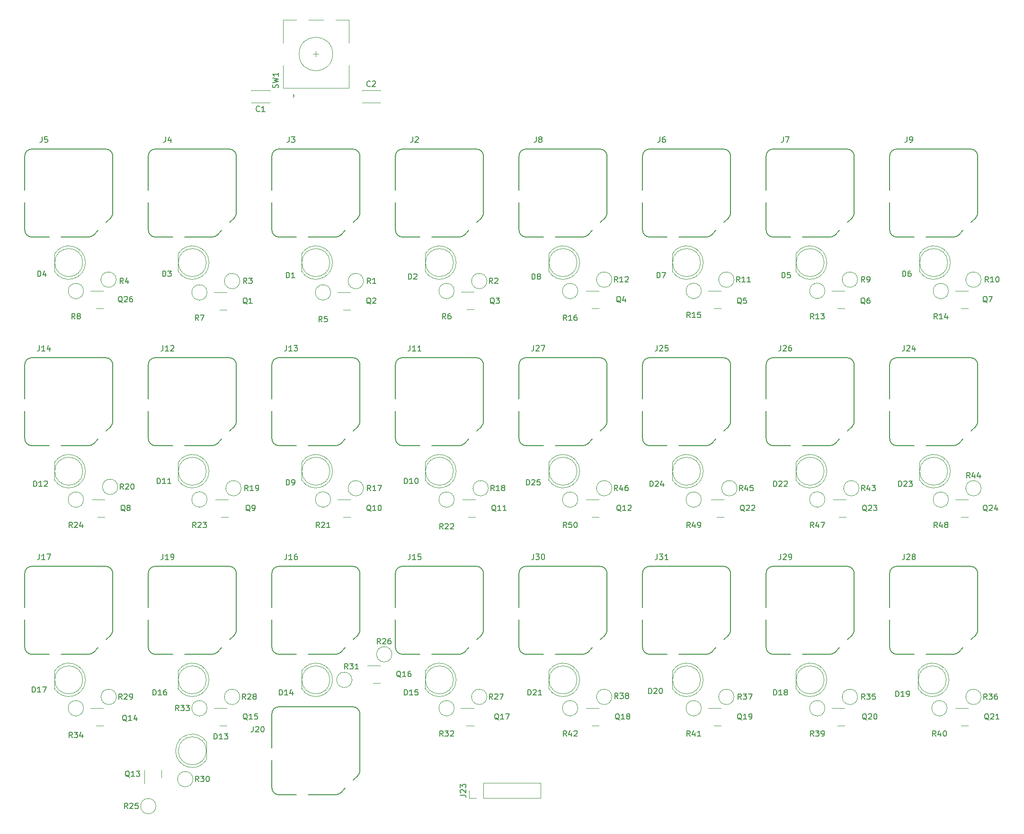
<source format=gbr>
%TF.GenerationSoftware,KiCad,Pcbnew,7.0.7*%
%TF.CreationDate,2024-07-17T16:02:37+10:00*%
%TF.ProjectId,MIDIAutomationSequencerIO,4d494449-4175-4746-9f6d-6174696f6e53,rev?*%
%TF.SameCoordinates,Original*%
%TF.FileFunction,Legend,Top*%
%TF.FilePolarity,Positive*%
%FSLAX46Y46*%
G04 Gerber Fmt 4.6, Leading zero omitted, Abs format (unit mm)*
G04 Created by KiCad (PCBNEW 7.0.7) date 2024-07-17 16:02:37*
%MOMM*%
%LPD*%
G01*
G04 APERTURE LIST*
%ADD10C,0.150000*%
%ADD11C,0.120000*%
%ADD12C,0.127000*%
G04 APERTURE END LIST*
D10*
X187317142Y-159204819D02*
X186983809Y-158728628D01*
X186745714Y-159204819D02*
X186745714Y-158204819D01*
X186745714Y-158204819D02*
X187126666Y-158204819D01*
X187126666Y-158204819D02*
X187221904Y-158252438D01*
X187221904Y-158252438D02*
X187269523Y-158300057D01*
X187269523Y-158300057D02*
X187317142Y-158395295D01*
X187317142Y-158395295D02*
X187317142Y-158538152D01*
X187317142Y-158538152D02*
X187269523Y-158633390D01*
X187269523Y-158633390D02*
X187221904Y-158681009D01*
X187221904Y-158681009D02*
X187126666Y-158728628D01*
X187126666Y-158728628D02*
X186745714Y-158728628D01*
X188269523Y-159204819D02*
X187698095Y-159204819D01*
X187983809Y-159204819D02*
X187983809Y-158204819D01*
X187983809Y-158204819D02*
X187888571Y-158347676D01*
X187888571Y-158347676D02*
X187793333Y-158442914D01*
X187793333Y-158442914D02*
X187698095Y-158490533D01*
X189126666Y-158204819D02*
X188936190Y-158204819D01*
X188936190Y-158204819D02*
X188840952Y-158252438D01*
X188840952Y-158252438D02*
X188793333Y-158300057D01*
X188793333Y-158300057D02*
X188698095Y-158442914D01*
X188698095Y-158442914D02*
X188650476Y-158633390D01*
X188650476Y-158633390D02*
X188650476Y-159014342D01*
X188650476Y-159014342D02*
X188698095Y-159109580D01*
X188698095Y-159109580D02*
X188745714Y-159157200D01*
X188745714Y-159157200D02*
X188840952Y-159204819D01*
X188840952Y-159204819D02*
X189031428Y-159204819D01*
X189031428Y-159204819D02*
X189126666Y-159157200D01*
X189126666Y-159157200D02*
X189174285Y-159109580D01*
X189174285Y-159109580D02*
X189221904Y-159014342D01*
X189221904Y-159014342D02*
X189221904Y-158776247D01*
X189221904Y-158776247D02*
X189174285Y-158681009D01*
X189174285Y-158681009D02*
X189126666Y-158633390D01*
X189126666Y-158633390D02*
X189031428Y-158585771D01*
X189031428Y-158585771D02*
X188840952Y-158585771D01*
X188840952Y-158585771D02*
X188745714Y-158633390D01*
X188745714Y-158633390D02*
X188698095Y-158681009D01*
X188698095Y-158681009D02*
X188650476Y-158776247D01*
X107815142Y-227022819D02*
X107481809Y-226546628D01*
X107243714Y-227022819D02*
X107243714Y-226022819D01*
X107243714Y-226022819D02*
X107624666Y-226022819D01*
X107624666Y-226022819D02*
X107719904Y-226070438D01*
X107719904Y-226070438D02*
X107767523Y-226118057D01*
X107767523Y-226118057D02*
X107815142Y-226213295D01*
X107815142Y-226213295D02*
X107815142Y-226356152D01*
X107815142Y-226356152D02*
X107767523Y-226451390D01*
X107767523Y-226451390D02*
X107719904Y-226499009D01*
X107719904Y-226499009D02*
X107624666Y-226546628D01*
X107624666Y-226546628D02*
X107243714Y-226546628D01*
X108196095Y-226118057D02*
X108243714Y-226070438D01*
X108243714Y-226070438D02*
X108338952Y-226022819D01*
X108338952Y-226022819D02*
X108577047Y-226022819D01*
X108577047Y-226022819D02*
X108672285Y-226070438D01*
X108672285Y-226070438D02*
X108719904Y-226118057D01*
X108719904Y-226118057D02*
X108767523Y-226213295D01*
X108767523Y-226213295D02*
X108767523Y-226308533D01*
X108767523Y-226308533D02*
X108719904Y-226451390D01*
X108719904Y-226451390D02*
X108148476Y-227022819D01*
X108148476Y-227022819D02*
X108767523Y-227022819D01*
X109243714Y-227022819D02*
X109434190Y-227022819D01*
X109434190Y-227022819D02*
X109529428Y-226975200D01*
X109529428Y-226975200D02*
X109577047Y-226927580D01*
X109577047Y-226927580D02*
X109672285Y-226784723D01*
X109672285Y-226784723D02*
X109719904Y-226594247D01*
X109719904Y-226594247D02*
X109719904Y-226213295D01*
X109719904Y-226213295D02*
X109672285Y-226118057D01*
X109672285Y-226118057D02*
X109624666Y-226070438D01*
X109624666Y-226070438D02*
X109529428Y-226022819D01*
X109529428Y-226022819D02*
X109338952Y-226022819D01*
X109338952Y-226022819D02*
X109243714Y-226070438D01*
X109243714Y-226070438D02*
X109196095Y-226118057D01*
X109196095Y-226118057D02*
X109148476Y-226213295D01*
X109148476Y-226213295D02*
X109148476Y-226451390D01*
X109148476Y-226451390D02*
X109196095Y-226546628D01*
X109196095Y-226546628D02*
X109243714Y-226594247D01*
X109243714Y-226594247D02*
X109338952Y-226641866D01*
X109338952Y-226641866D02*
X109529428Y-226641866D01*
X109529428Y-226641866D02*
X109624666Y-226594247D01*
X109624666Y-226594247D02*
X109672285Y-226546628D01*
X109672285Y-226546628D02*
X109719904Y-226451390D01*
X99401333Y-158950819D02*
X99068000Y-158474628D01*
X98829905Y-158950819D02*
X98829905Y-157950819D01*
X98829905Y-157950819D02*
X99210857Y-157950819D01*
X99210857Y-157950819D02*
X99306095Y-157998438D01*
X99306095Y-157998438D02*
X99353714Y-158046057D01*
X99353714Y-158046057D02*
X99401333Y-158141295D01*
X99401333Y-158141295D02*
X99401333Y-158284152D01*
X99401333Y-158284152D02*
X99353714Y-158379390D01*
X99353714Y-158379390D02*
X99306095Y-158427009D01*
X99306095Y-158427009D02*
X99210857Y-158474628D01*
X99210857Y-158474628D02*
X98829905Y-158474628D01*
X99972762Y-158379390D02*
X99877524Y-158331771D01*
X99877524Y-158331771D02*
X99829905Y-158284152D01*
X99829905Y-158284152D02*
X99782286Y-158188914D01*
X99782286Y-158188914D02*
X99782286Y-158141295D01*
X99782286Y-158141295D02*
X99829905Y-158046057D01*
X99829905Y-158046057D02*
X99877524Y-157998438D01*
X99877524Y-157998438D02*
X99972762Y-157950819D01*
X99972762Y-157950819D02*
X100163238Y-157950819D01*
X100163238Y-157950819D02*
X100258476Y-157998438D01*
X100258476Y-157998438D02*
X100306095Y-158046057D01*
X100306095Y-158046057D02*
X100353714Y-158141295D01*
X100353714Y-158141295D02*
X100353714Y-158188914D01*
X100353714Y-158188914D02*
X100306095Y-158284152D01*
X100306095Y-158284152D02*
X100258476Y-158331771D01*
X100258476Y-158331771D02*
X100163238Y-158379390D01*
X100163238Y-158379390D02*
X99972762Y-158379390D01*
X99972762Y-158379390D02*
X99877524Y-158427009D01*
X99877524Y-158427009D02*
X99829905Y-158474628D01*
X99829905Y-158474628D02*
X99782286Y-158569866D01*
X99782286Y-158569866D02*
X99782286Y-158760342D01*
X99782286Y-158760342D02*
X99829905Y-158855580D01*
X99829905Y-158855580D02*
X99877524Y-158903200D01*
X99877524Y-158903200D02*
X99972762Y-158950819D01*
X99972762Y-158950819D02*
X100163238Y-158950819D01*
X100163238Y-158950819D02*
X100258476Y-158903200D01*
X100258476Y-158903200D02*
X100306095Y-158855580D01*
X100306095Y-158855580D02*
X100353714Y-158760342D01*
X100353714Y-158760342D02*
X100353714Y-158569866D01*
X100353714Y-158569866D02*
X100306095Y-158474628D01*
X100306095Y-158474628D02*
X100258476Y-158427009D01*
X100258476Y-158427009D02*
X100163238Y-158379390D01*
X108362761Y-193336057D02*
X108267523Y-193288438D01*
X108267523Y-193288438D02*
X108172285Y-193193200D01*
X108172285Y-193193200D02*
X108029428Y-193050342D01*
X108029428Y-193050342D02*
X107934190Y-193002723D01*
X107934190Y-193002723D02*
X107838952Y-193002723D01*
X107886571Y-193240819D02*
X107791333Y-193193200D01*
X107791333Y-193193200D02*
X107696095Y-193097961D01*
X107696095Y-193097961D02*
X107648476Y-192907485D01*
X107648476Y-192907485D02*
X107648476Y-192574152D01*
X107648476Y-192574152D02*
X107696095Y-192383676D01*
X107696095Y-192383676D02*
X107791333Y-192288438D01*
X107791333Y-192288438D02*
X107886571Y-192240819D01*
X107886571Y-192240819D02*
X108077047Y-192240819D01*
X108077047Y-192240819D02*
X108172285Y-192288438D01*
X108172285Y-192288438D02*
X108267523Y-192383676D01*
X108267523Y-192383676D02*
X108315142Y-192574152D01*
X108315142Y-192574152D02*
X108315142Y-192907485D01*
X108315142Y-192907485D02*
X108267523Y-193097961D01*
X108267523Y-193097961D02*
X108172285Y-193193200D01*
X108172285Y-193193200D02*
X108077047Y-193240819D01*
X108077047Y-193240819D02*
X107886571Y-193240819D01*
X108886571Y-192669390D02*
X108791333Y-192621771D01*
X108791333Y-192621771D02*
X108743714Y-192574152D01*
X108743714Y-192574152D02*
X108696095Y-192478914D01*
X108696095Y-192478914D02*
X108696095Y-192431295D01*
X108696095Y-192431295D02*
X108743714Y-192336057D01*
X108743714Y-192336057D02*
X108791333Y-192288438D01*
X108791333Y-192288438D02*
X108886571Y-192240819D01*
X108886571Y-192240819D02*
X109077047Y-192240819D01*
X109077047Y-192240819D02*
X109172285Y-192288438D01*
X109172285Y-192288438D02*
X109219904Y-192336057D01*
X109219904Y-192336057D02*
X109267523Y-192431295D01*
X109267523Y-192431295D02*
X109267523Y-192478914D01*
X109267523Y-192478914D02*
X109219904Y-192574152D01*
X109219904Y-192574152D02*
X109172285Y-192621771D01*
X109172285Y-192621771D02*
X109077047Y-192669390D01*
X109077047Y-192669390D02*
X108886571Y-192669390D01*
X108886571Y-192669390D02*
X108791333Y-192717009D01*
X108791333Y-192717009D02*
X108743714Y-192764628D01*
X108743714Y-192764628D02*
X108696095Y-192859866D01*
X108696095Y-192859866D02*
X108696095Y-193050342D01*
X108696095Y-193050342D02*
X108743714Y-193145580D01*
X108743714Y-193145580D02*
X108791333Y-193193200D01*
X108791333Y-193193200D02*
X108886571Y-193240819D01*
X108886571Y-193240819D02*
X109077047Y-193240819D01*
X109077047Y-193240819D02*
X109172285Y-193193200D01*
X109172285Y-193193200D02*
X109219904Y-193145580D01*
X109219904Y-193145580D02*
X109267523Y-193050342D01*
X109267523Y-193050342D02*
X109267523Y-192859866D01*
X109267523Y-192859866D02*
X109219904Y-192764628D01*
X109219904Y-192764628D02*
X109172285Y-192717009D01*
X109172285Y-192717009D02*
X109077047Y-192669390D01*
X117975142Y-229054819D02*
X117641809Y-228578628D01*
X117403714Y-229054819D02*
X117403714Y-228054819D01*
X117403714Y-228054819D02*
X117784666Y-228054819D01*
X117784666Y-228054819D02*
X117879904Y-228102438D01*
X117879904Y-228102438D02*
X117927523Y-228150057D01*
X117927523Y-228150057D02*
X117975142Y-228245295D01*
X117975142Y-228245295D02*
X117975142Y-228388152D01*
X117975142Y-228388152D02*
X117927523Y-228483390D01*
X117927523Y-228483390D02*
X117879904Y-228531009D01*
X117879904Y-228531009D02*
X117784666Y-228578628D01*
X117784666Y-228578628D02*
X117403714Y-228578628D01*
X118308476Y-228054819D02*
X118927523Y-228054819D01*
X118927523Y-228054819D02*
X118594190Y-228435771D01*
X118594190Y-228435771D02*
X118737047Y-228435771D01*
X118737047Y-228435771D02*
X118832285Y-228483390D01*
X118832285Y-228483390D02*
X118879904Y-228531009D01*
X118879904Y-228531009D02*
X118927523Y-228626247D01*
X118927523Y-228626247D02*
X118927523Y-228864342D01*
X118927523Y-228864342D02*
X118879904Y-228959580D01*
X118879904Y-228959580D02*
X118832285Y-229007200D01*
X118832285Y-229007200D02*
X118737047Y-229054819D01*
X118737047Y-229054819D02*
X118451333Y-229054819D01*
X118451333Y-229054819D02*
X118356095Y-229007200D01*
X118356095Y-229007200D02*
X118308476Y-228959580D01*
X119260857Y-228054819D02*
X119879904Y-228054819D01*
X119879904Y-228054819D02*
X119546571Y-228435771D01*
X119546571Y-228435771D02*
X119689428Y-228435771D01*
X119689428Y-228435771D02*
X119784666Y-228483390D01*
X119784666Y-228483390D02*
X119832285Y-228531009D01*
X119832285Y-228531009D02*
X119879904Y-228626247D01*
X119879904Y-228626247D02*
X119879904Y-228864342D01*
X119879904Y-228864342D02*
X119832285Y-228959580D01*
X119832285Y-228959580D02*
X119784666Y-229007200D01*
X119784666Y-229007200D02*
X119689428Y-229054819D01*
X119689428Y-229054819D02*
X119403714Y-229054819D01*
X119403714Y-229054819D02*
X119308476Y-229007200D01*
X119308476Y-229007200D02*
X119260857Y-228959580D01*
X130238571Y-230674057D02*
X130143333Y-230626438D01*
X130143333Y-230626438D02*
X130048095Y-230531200D01*
X130048095Y-230531200D02*
X129905238Y-230388342D01*
X129905238Y-230388342D02*
X129810000Y-230340723D01*
X129810000Y-230340723D02*
X129714762Y-230340723D01*
X129762381Y-230578819D02*
X129667143Y-230531200D01*
X129667143Y-230531200D02*
X129571905Y-230435961D01*
X129571905Y-230435961D02*
X129524286Y-230245485D01*
X129524286Y-230245485D02*
X129524286Y-229912152D01*
X129524286Y-229912152D02*
X129571905Y-229721676D01*
X129571905Y-229721676D02*
X129667143Y-229626438D01*
X129667143Y-229626438D02*
X129762381Y-229578819D01*
X129762381Y-229578819D02*
X129952857Y-229578819D01*
X129952857Y-229578819D02*
X130048095Y-229626438D01*
X130048095Y-229626438D02*
X130143333Y-229721676D01*
X130143333Y-229721676D02*
X130190952Y-229912152D01*
X130190952Y-229912152D02*
X130190952Y-230245485D01*
X130190952Y-230245485D02*
X130143333Y-230435961D01*
X130143333Y-230435961D02*
X130048095Y-230531200D01*
X130048095Y-230531200D02*
X129952857Y-230578819D01*
X129952857Y-230578819D02*
X129762381Y-230578819D01*
X131143333Y-230578819D02*
X130571905Y-230578819D01*
X130857619Y-230578819D02*
X130857619Y-229578819D01*
X130857619Y-229578819D02*
X130762381Y-229721676D01*
X130762381Y-229721676D02*
X130667143Y-229816914D01*
X130667143Y-229816914D02*
X130571905Y-229864533D01*
X132048095Y-229578819D02*
X131571905Y-229578819D01*
X131571905Y-229578819D02*
X131524286Y-230055009D01*
X131524286Y-230055009D02*
X131571905Y-230007390D01*
X131571905Y-230007390D02*
X131667143Y-229959771D01*
X131667143Y-229959771D02*
X131905238Y-229959771D01*
X131905238Y-229959771D02*
X132000476Y-230007390D01*
X132000476Y-230007390D02*
X132048095Y-230055009D01*
X132048095Y-230055009D02*
X132095714Y-230150247D01*
X132095714Y-230150247D02*
X132095714Y-230388342D01*
X132095714Y-230388342D02*
X132048095Y-230483580D01*
X132048095Y-230483580D02*
X132000476Y-230531200D01*
X132000476Y-230531200D02*
X131905238Y-230578819D01*
X131905238Y-230578819D02*
X131667143Y-230578819D01*
X131667143Y-230578819D02*
X131571905Y-230531200D01*
X131571905Y-230531200D02*
X131524286Y-230483580D01*
X137239476Y-163665819D02*
X137239476Y-164380104D01*
X137239476Y-164380104D02*
X137191857Y-164522961D01*
X137191857Y-164522961D02*
X137096619Y-164618200D01*
X137096619Y-164618200D02*
X136953762Y-164665819D01*
X136953762Y-164665819D02*
X136858524Y-164665819D01*
X138239476Y-164665819D02*
X137668048Y-164665819D01*
X137953762Y-164665819D02*
X137953762Y-163665819D01*
X137953762Y-163665819D02*
X137858524Y-163808676D01*
X137858524Y-163808676D02*
X137763286Y-163903914D01*
X137763286Y-163903914D02*
X137668048Y-163951533D01*
X138572810Y-163665819D02*
X139191857Y-163665819D01*
X139191857Y-163665819D02*
X138858524Y-164046771D01*
X138858524Y-164046771D02*
X139001381Y-164046771D01*
X139001381Y-164046771D02*
X139096619Y-164094390D01*
X139096619Y-164094390D02*
X139144238Y-164142009D01*
X139144238Y-164142009D02*
X139191857Y-164237247D01*
X139191857Y-164237247D02*
X139191857Y-164475342D01*
X139191857Y-164475342D02*
X139144238Y-164570580D01*
X139144238Y-164570580D02*
X139096619Y-164618200D01*
X139096619Y-164618200D02*
X139001381Y-164665819D01*
X139001381Y-164665819D02*
X138715667Y-164665819D01*
X138715667Y-164665819D02*
X138620429Y-164618200D01*
X138620429Y-164618200D02*
X138572810Y-164570580D01*
X197040571Y-193336057D02*
X196945333Y-193288438D01*
X196945333Y-193288438D02*
X196850095Y-193193200D01*
X196850095Y-193193200D02*
X196707238Y-193050342D01*
X196707238Y-193050342D02*
X196612000Y-193002723D01*
X196612000Y-193002723D02*
X196516762Y-193002723D01*
X196564381Y-193240819D02*
X196469143Y-193193200D01*
X196469143Y-193193200D02*
X196373905Y-193097961D01*
X196373905Y-193097961D02*
X196326286Y-192907485D01*
X196326286Y-192907485D02*
X196326286Y-192574152D01*
X196326286Y-192574152D02*
X196373905Y-192383676D01*
X196373905Y-192383676D02*
X196469143Y-192288438D01*
X196469143Y-192288438D02*
X196564381Y-192240819D01*
X196564381Y-192240819D02*
X196754857Y-192240819D01*
X196754857Y-192240819D02*
X196850095Y-192288438D01*
X196850095Y-192288438D02*
X196945333Y-192383676D01*
X196945333Y-192383676D02*
X196992952Y-192574152D01*
X196992952Y-192574152D02*
X196992952Y-192907485D01*
X196992952Y-192907485D02*
X196945333Y-193097961D01*
X196945333Y-193097961D02*
X196850095Y-193193200D01*
X196850095Y-193193200D02*
X196754857Y-193240819D01*
X196754857Y-193240819D02*
X196564381Y-193240819D01*
X197945333Y-193240819D02*
X197373905Y-193240819D01*
X197659619Y-193240819D02*
X197659619Y-192240819D01*
X197659619Y-192240819D02*
X197564381Y-192383676D01*
X197564381Y-192383676D02*
X197469143Y-192478914D01*
X197469143Y-192478914D02*
X197373905Y-192526533D01*
X198326286Y-192336057D02*
X198373905Y-192288438D01*
X198373905Y-192288438D02*
X198469143Y-192240819D01*
X198469143Y-192240819D02*
X198707238Y-192240819D01*
X198707238Y-192240819D02*
X198802476Y-192288438D01*
X198802476Y-192288438D02*
X198850095Y-192336057D01*
X198850095Y-192336057D02*
X198897714Y-192431295D01*
X198897714Y-192431295D02*
X198897714Y-192526533D01*
X198897714Y-192526533D02*
X198850095Y-192669390D01*
X198850095Y-192669390D02*
X198278667Y-193240819D01*
X198278667Y-193240819D02*
X198897714Y-193240819D01*
X130206761Y-156252057D02*
X130111523Y-156204438D01*
X130111523Y-156204438D02*
X130016285Y-156109200D01*
X130016285Y-156109200D02*
X129873428Y-155966342D01*
X129873428Y-155966342D02*
X129778190Y-155918723D01*
X129778190Y-155918723D02*
X129682952Y-155918723D01*
X129730571Y-156156819D02*
X129635333Y-156109200D01*
X129635333Y-156109200D02*
X129540095Y-156013961D01*
X129540095Y-156013961D02*
X129492476Y-155823485D01*
X129492476Y-155823485D02*
X129492476Y-155490152D01*
X129492476Y-155490152D02*
X129540095Y-155299676D01*
X129540095Y-155299676D02*
X129635333Y-155204438D01*
X129635333Y-155204438D02*
X129730571Y-155156819D01*
X129730571Y-155156819D02*
X129921047Y-155156819D01*
X129921047Y-155156819D02*
X130016285Y-155204438D01*
X130016285Y-155204438D02*
X130111523Y-155299676D01*
X130111523Y-155299676D02*
X130159142Y-155490152D01*
X130159142Y-155490152D02*
X130159142Y-155823485D01*
X130159142Y-155823485D02*
X130111523Y-156013961D01*
X130111523Y-156013961D02*
X130016285Y-156109200D01*
X130016285Y-156109200D02*
X129921047Y-156156819D01*
X129921047Y-156156819D02*
X129730571Y-156156819D01*
X131111523Y-156156819D02*
X130540095Y-156156819D01*
X130825809Y-156156819D02*
X130825809Y-155156819D01*
X130825809Y-155156819D02*
X130730571Y-155299676D01*
X130730571Y-155299676D02*
X130635333Y-155394914D01*
X130635333Y-155394914D02*
X130540095Y-155442533D01*
X115085905Y-151330819D02*
X115085905Y-150330819D01*
X115085905Y-150330819D02*
X115324000Y-150330819D01*
X115324000Y-150330819D02*
X115466857Y-150378438D01*
X115466857Y-150378438D02*
X115562095Y-150473676D01*
X115562095Y-150473676D02*
X115609714Y-150568914D01*
X115609714Y-150568914D02*
X115657333Y-150759390D01*
X115657333Y-150759390D02*
X115657333Y-150902247D01*
X115657333Y-150902247D02*
X115609714Y-151092723D01*
X115609714Y-151092723D02*
X115562095Y-151187961D01*
X115562095Y-151187961D02*
X115466857Y-151283200D01*
X115466857Y-151283200D02*
X115324000Y-151330819D01*
X115324000Y-151330819D02*
X115085905Y-151330819D01*
X115990667Y-150330819D02*
X116609714Y-150330819D01*
X116609714Y-150330819D02*
X116276381Y-150711771D01*
X116276381Y-150711771D02*
X116419238Y-150711771D01*
X116419238Y-150711771D02*
X116514476Y-150759390D01*
X116514476Y-150759390D02*
X116562095Y-150807009D01*
X116562095Y-150807009D02*
X116609714Y-150902247D01*
X116609714Y-150902247D02*
X116609714Y-151140342D01*
X116609714Y-151140342D02*
X116562095Y-151235580D01*
X116562095Y-151235580D02*
X116514476Y-151283200D01*
X116514476Y-151283200D02*
X116419238Y-151330819D01*
X116419238Y-151330819D02*
X116133524Y-151330819D01*
X116133524Y-151330819D02*
X116038286Y-151283200D01*
X116038286Y-151283200D02*
X115990667Y-151235580D01*
X175196571Y-230674057D02*
X175101333Y-230626438D01*
X175101333Y-230626438D02*
X175006095Y-230531200D01*
X175006095Y-230531200D02*
X174863238Y-230388342D01*
X174863238Y-230388342D02*
X174768000Y-230340723D01*
X174768000Y-230340723D02*
X174672762Y-230340723D01*
X174720381Y-230578819D02*
X174625143Y-230531200D01*
X174625143Y-230531200D02*
X174529905Y-230435961D01*
X174529905Y-230435961D02*
X174482286Y-230245485D01*
X174482286Y-230245485D02*
X174482286Y-229912152D01*
X174482286Y-229912152D02*
X174529905Y-229721676D01*
X174529905Y-229721676D02*
X174625143Y-229626438D01*
X174625143Y-229626438D02*
X174720381Y-229578819D01*
X174720381Y-229578819D02*
X174910857Y-229578819D01*
X174910857Y-229578819D02*
X175006095Y-229626438D01*
X175006095Y-229626438D02*
X175101333Y-229721676D01*
X175101333Y-229721676D02*
X175148952Y-229912152D01*
X175148952Y-229912152D02*
X175148952Y-230245485D01*
X175148952Y-230245485D02*
X175101333Y-230435961D01*
X175101333Y-230435961D02*
X175006095Y-230531200D01*
X175006095Y-230531200D02*
X174910857Y-230578819D01*
X174910857Y-230578819D02*
X174720381Y-230578819D01*
X176101333Y-230578819D02*
X175529905Y-230578819D01*
X175815619Y-230578819D02*
X175815619Y-229578819D01*
X175815619Y-229578819D02*
X175720381Y-229721676D01*
X175720381Y-229721676D02*
X175625143Y-229816914D01*
X175625143Y-229816914D02*
X175529905Y-229864533D01*
X176434667Y-229578819D02*
X177101333Y-229578819D01*
X177101333Y-229578819D02*
X176672762Y-230578819D01*
X204009666Y-126327819D02*
X204009666Y-127042104D01*
X204009666Y-127042104D02*
X203962047Y-127184961D01*
X203962047Y-127184961D02*
X203866809Y-127280200D01*
X203866809Y-127280200D02*
X203723952Y-127327819D01*
X203723952Y-127327819D02*
X203628714Y-127327819D01*
X204914428Y-126327819D02*
X204723952Y-126327819D01*
X204723952Y-126327819D02*
X204628714Y-126375438D01*
X204628714Y-126375438D02*
X204581095Y-126423057D01*
X204581095Y-126423057D02*
X204485857Y-126565914D01*
X204485857Y-126565914D02*
X204438238Y-126756390D01*
X204438238Y-126756390D02*
X204438238Y-127137342D01*
X204438238Y-127137342D02*
X204485857Y-127232580D01*
X204485857Y-127232580D02*
X204533476Y-127280200D01*
X204533476Y-127280200D02*
X204628714Y-127327819D01*
X204628714Y-127327819D02*
X204819190Y-127327819D01*
X204819190Y-127327819D02*
X204914428Y-127280200D01*
X204914428Y-127280200D02*
X204962047Y-127232580D01*
X204962047Y-127232580D02*
X205009666Y-127137342D01*
X205009666Y-127137342D02*
X205009666Y-126899247D01*
X205009666Y-126899247D02*
X204962047Y-126804009D01*
X204962047Y-126804009D02*
X204914428Y-126756390D01*
X204914428Y-126756390D02*
X204819190Y-126708771D01*
X204819190Y-126708771D02*
X204628714Y-126708771D01*
X204628714Y-126708771D02*
X204533476Y-126756390D01*
X204533476Y-126756390D02*
X204485857Y-126804009D01*
X204485857Y-126804009D02*
X204438238Y-126899247D01*
X262572571Y-193336057D02*
X262477333Y-193288438D01*
X262477333Y-193288438D02*
X262382095Y-193193200D01*
X262382095Y-193193200D02*
X262239238Y-193050342D01*
X262239238Y-193050342D02*
X262144000Y-193002723D01*
X262144000Y-193002723D02*
X262048762Y-193002723D01*
X262096381Y-193240819D02*
X262001143Y-193193200D01*
X262001143Y-193193200D02*
X261905905Y-193097961D01*
X261905905Y-193097961D02*
X261858286Y-192907485D01*
X261858286Y-192907485D02*
X261858286Y-192574152D01*
X261858286Y-192574152D02*
X261905905Y-192383676D01*
X261905905Y-192383676D02*
X262001143Y-192288438D01*
X262001143Y-192288438D02*
X262096381Y-192240819D01*
X262096381Y-192240819D02*
X262286857Y-192240819D01*
X262286857Y-192240819D02*
X262382095Y-192288438D01*
X262382095Y-192288438D02*
X262477333Y-192383676D01*
X262477333Y-192383676D02*
X262524952Y-192574152D01*
X262524952Y-192574152D02*
X262524952Y-192907485D01*
X262524952Y-192907485D02*
X262477333Y-193097961D01*
X262477333Y-193097961D02*
X262382095Y-193193200D01*
X262382095Y-193193200D02*
X262286857Y-193240819D01*
X262286857Y-193240819D02*
X262096381Y-193240819D01*
X262905905Y-192336057D02*
X262953524Y-192288438D01*
X262953524Y-192288438D02*
X263048762Y-192240819D01*
X263048762Y-192240819D02*
X263286857Y-192240819D01*
X263286857Y-192240819D02*
X263382095Y-192288438D01*
X263382095Y-192288438D02*
X263429714Y-192336057D01*
X263429714Y-192336057D02*
X263477333Y-192431295D01*
X263477333Y-192431295D02*
X263477333Y-192526533D01*
X263477333Y-192526533D02*
X263429714Y-192669390D01*
X263429714Y-192669390D02*
X262858286Y-193240819D01*
X262858286Y-193240819D02*
X263477333Y-193240819D01*
X264334476Y-192574152D02*
X264334476Y-193240819D01*
X264096381Y-192193200D02*
X263858286Y-192907485D01*
X263858286Y-192907485D02*
X264477333Y-192907485D01*
X203477905Y-151584819D02*
X203477905Y-150584819D01*
X203477905Y-150584819D02*
X203716000Y-150584819D01*
X203716000Y-150584819D02*
X203858857Y-150632438D01*
X203858857Y-150632438D02*
X203954095Y-150727676D01*
X203954095Y-150727676D02*
X204001714Y-150822914D01*
X204001714Y-150822914D02*
X204049333Y-151013390D01*
X204049333Y-151013390D02*
X204049333Y-151156247D01*
X204049333Y-151156247D02*
X204001714Y-151346723D01*
X204001714Y-151346723D02*
X203954095Y-151441961D01*
X203954095Y-151441961D02*
X203858857Y-151537200D01*
X203858857Y-151537200D02*
X203716000Y-151584819D01*
X203716000Y-151584819D02*
X203477905Y-151584819D01*
X204382667Y-150584819D02*
X205049333Y-150584819D01*
X205049333Y-150584819D02*
X204620762Y-151584819D01*
X259453142Y-187398819D02*
X259119809Y-186922628D01*
X258881714Y-187398819D02*
X258881714Y-186398819D01*
X258881714Y-186398819D02*
X259262666Y-186398819D01*
X259262666Y-186398819D02*
X259357904Y-186446438D01*
X259357904Y-186446438D02*
X259405523Y-186494057D01*
X259405523Y-186494057D02*
X259453142Y-186589295D01*
X259453142Y-186589295D02*
X259453142Y-186732152D01*
X259453142Y-186732152D02*
X259405523Y-186827390D01*
X259405523Y-186827390D02*
X259357904Y-186875009D01*
X259357904Y-186875009D02*
X259262666Y-186922628D01*
X259262666Y-186922628D02*
X258881714Y-186922628D01*
X260310285Y-186732152D02*
X260310285Y-187398819D01*
X260072190Y-186351200D02*
X259834095Y-187065485D01*
X259834095Y-187065485D02*
X260453142Y-187065485D01*
X261262666Y-186732152D02*
X261262666Y-187398819D01*
X261024571Y-186351200D02*
X260786476Y-187065485D01*
X260786476Y-187065485D02*
X261405523Y-187065485D01*
X262826571Y-230674057D02*
X262731333Y-230626438D01*
X262731333Y-230626438D02*
X262636095Y-230531200D01*
X262636095Y-230531200D02*
X262493238Y-230388342D01*
X262493238Y-230388342D02*
X262398000Y-230340723D01*
X262398000Y-230340723D02*
X262302762Y-230340723D01*
X262350381Y-230578819D02*
X262255143Y-230531200D01*
X262255143Y-230531200D02*
X262159905Y-230435961D01*
X262159905Y-230435961D02*
X262112286Y-230245485D01*
X262112286Y-230245485D02*
X262112286Y-229912152D01*
X262112286Y-229912152D02*
X262159905Y-229721676D01*
X262159905Y-229721676D02*
X262255143Y-229626438D01*
X262255143Y-229626438D02*
X262350381Y-229578819D01*
X262350381Y-229578819D02*
X262540857Y-229578819D01*
X262540857Y-229578819D02*
X262636095Y-229626438D01*
X262636095Y-229626438D02*
X262731333Y-229721676D01*
X262731333Y-229721676D02*
X262778952Y-229912152D01*
X262778952Y-229912152D02*
X262778952Y-230245485D01*
X262778952Y-230245485D02*
X262731333Y-230435961D01*
X262731333Y-230435961D02*
X262636095Y-230531200D01*
X262636095Y-230531200D02*
X262540857Y-230578819D01*
X262540857Y-230578819D02*
X262350381Y-230578819D01*
X263159905Y-229674057D02*
X263207524Y-229626438D01*
X263207524Y-229626438D02*
X263302762Y-229578819D01*
X263302762Y-229578819D02*
X263540857Y-229578819D01*
X263540857Y-229578819D02*
X263636095Y-229626438D01*
X263636095Y-229626438D02*
X263683714Y-229674057D01*
X263683714Y-229674057D02*
X263731333Y-229769295D01*
X263731333Y-229769295D02*
X263731333Y-229864533D01*
X263731333Y-229864533D02*
X263683714Y-230007390D01*
X263683714Y-230007390D02*
X263112286Y-230578819D01*
X263112286Y-230578819D02*
X263731333Y-230578819D01*
X264683714Y-230578819D02*
X264112286Y-230578819D01*
X264398000Y-230578819D02*
X264398000Y-229578819D01*
X264398000Y-229578819D02*
X264302762Y-229721676D01*
X264302762Y-229721676D02*
X264207524Y-229816914D01*
X264207524Y-229816914D02*
X264112286Y-229864533D01*
X174077333Y-152600819D02*
X173744000Y-152124628D01*
X173505905Y-152600819D02*
X173505905Y-151600819D01*
X173505905Y-151600819D02*
X173886857Y-151600819D01*
X173886857Y-151600819D02*
X173982095Y-151648438D01*
X173982095Y-151648438D02*
X174029714Y-151696057D01*
X174029714Y-151696057D02*
X174077333Y-151791295D01*
X174077333Y-151791295D02*
X174077333Y-151934152D01*
X174077333Y-151934152D02*
X174029714Y-152029390D01*
X174029714Y-152029390D02*
X173982095Y-152077009D01*
X173982095Y-152077009D02*
X173886857Y-152124628D01*
X173886857Y-152124628D02*
X173505905Y-152124628D01*
X174458286Y-151696057D02*
X174505905Y-151648438D01*
X174505905Y-151648438D02*
X174601143Y-151600819D01*
X174601143Y-151600819D02*
X174839238Y-151600819D01*
X174839238Y-151600819D02*
X174934476Y-151648438D01*
X174934476Y-151648438D02*
X174982095Y-151696057D01*
X174982095Y-151696057D02*
X175029714Y-151791295D01*
X175029714Y-151791295D02*
X175029714Y-151886533D01*
X175029714Y-151886533D02*
X174982095Y-152029390D01*
X174982095Y-152029390D02*
X174410667Y-152600819D01*
X174410667Y-152600819D02*
X175029714Y-152600819D01*
X174402761Y-156252057D02*
X174307523Y-156204438D01*
X174307523Y-156204438D02*
X174212285Y-156109200D01*
X174212285Y-156109200D02*
X174069428Y-155966342D01*
X174069428Y-155966342D02*
X173974190Y-155918723D01*
X173974190Y-155918723D02*
X173878952Y-155918723D01*
X173926571Y-156156819D02*
X173831333Y-156109200D01*
X173831333Y-156109200D02*
X173736095Y-156013961D01*
X173736095Y-156013961D02*
X173688476Y-155823485D01*
X173688476Y-155823485D02*
X173688476Y-155490152D01*
X173688476Y-155490152D02*
X173736095Y-155299676D01*
X173736095Y-155299676D02*
X173831333Y-155204438D01*
X173831333Y-155204438D02*
X173926571Y-155156819D01*
X173926571Y-155156819D02*
X174117047Y-155156819D01*
X174117047Y-155156819D02*
X174212285Y-155204438D01*
X174212285Y-155204438D02*
X174307523Y-155299676D01*
X174307523Y-155299676D02*
X174355142Y-155490152D01*
X174355142Y-155490152D02*
X174355142Y-155823485D01*
X174355142Y-155823485D02*
X174307523Y-156013961D01*
X174307523Y-156013961D02*
X174212285Y-156109200D01*
X174212285Y-156109200D02*
X174117047Y-156156819D01*
X174117047Y-156156819D02*
X173926571Y-156156819D01*
X174688476Y-155156819D02*
X175307523Y-155156819D01*
X175307523Y-155156819D02*
X174974190Y-155537771D01*
X174974190Y-155537771D02*
X175117047Y-155537771D01*
X175117047Y-155537771D02*
X175212285Y-155585390D01*
X175212285Y-155585390D02*
X175259904Y-155633009D01*
X175259904Y-155633009D02*
X175307523Y-155728247D01*
X175307523Y-155728247D02*
X175307523Y-155966342D01*
X175307523Y-155966342D02*
X175259904Y-156061580D01*
X175259904Y-156061580D02*
X175212285Y-156109200D01*
X175212285Y-156109200D02*
X175117047Y-156156819D01*
X175117047Y-156156819D02*
X174831333Y-156156819D01*
X174831333Y-156156819D02*
X174736095Y-156109200D01*
X174736095Y-156109200D02*
X174688476Y-156061580D01*
X93043476Y-201003819D02*
X93043476Y-201718104D01*
X93043476Y-201718104D02*
X92995857Y-201860961D01*
X92995857Y-201860961D02*
X92900619Y-201956200D01*
X92900619Y-201956200D02*
X92757762Y-202003819D01*
X92757762Y-202003819D02*
X92662524Y-202003819D01*
X94043476Y-202003819D02*
X93472048Y-202003819D01*
X93757762Y-202003819D02*
X93757762Y-201003819D01*
X93757762Y-201003819D02*
X93662524Y-201146676D01*
X93662524Y-201146676D02*
X93567286Y-201241914D01*
X93567286Y-201241914D02*
X93472048Y-201289533D01*
X94376810Y-201003819D02*
X95043476Y-201003819D01*
X95043476Y-201003819D02*
X94614905Y-202003819D01*
X181435476Y-163665819D02*
X181435476Y-164380104D01*
X181435476Y-164380104D02*
X181387857Y-164522961D01*
X181387857Y-164522961D02*
X181292619Y-164618200D01*
X181292619Y-164618200D02*
X181149762Y-164665819D01*
X181149762Y-164665819D02*
X181054524Y-164665819D01*
X181864048Y-163761057D02*
X181911667Y-163713438D01*
X181911667Y-163713438D02*
X182006905Y-163665819D01*
X182006905Y-163665819D02*
X182245000Y-163665819D01*
X182245000Y-163665819D02*
X182340238Y-163713438D01*
X182340238Y-163713438D02*
X182387857Y-163761057D01*
X182387857Y-163761057D02*
X182435476Y-163856295D01*
X182435476Y-163856295D02*
X182435476Y-163951533D01*
X182435476Y-163951533D02*
X182387857Y-164094390D01*
X182387857Y-164094390D02*
X181816429Y-164665819D01*
X181816429Y-164665819D02*
X182435476Y-164665819D01*
X182768810Y-163665819D02*
X183435476Y-163665819D01*
X183435476Y-163665819D02*
X183006905Y-164665819D01*
X253611142Y-196288819D02*
X253277809Y-195812628D01*
X253039714Y-196288819D02*
X253039714Y-195288819D01*
X253039714Y-195288819D02*
X253420666Y-195288819D01*
X253420666Y-195288819D02*
X253515904Y-195336438D01*
X253515904Y-195336438D02*
X253563523Y-195384057D01*
X253563523Y-195384057D02*
X253611142Y-195479295D01*
X253611142Y-195479295D02*
X253611142Y-195622152D01*
X253611142Y-195622152D02*
X253563523Y-195717390D01*
X253563523Y-195717390D02*
X253515904Y-195765009D01*
X253515904Y-195765009D02*
X253420666Y-195812628D01*
X253420666Y-195812628D02*
X253039714Y-195812628D01*
X254468285Y-195622152D02*
X254468285Y-196288819D01*
X254230190Y-195241200D02*
X253992095Y-195955485D01*
X253992095Y-195955485D02*
X254611142Y-195955485D01*
X255134952Y-195717390D02*
X255039714Y-195669771D01*
X255039714Y-195669771D02*
X254992095Y-195622152D01*
X254992095Y-195622152D02*
X254944476Y-195526914D01*
X254944476Y-195526914D02*
X254944476Y-195479295D01*
X254944476Y-195479295D02*
X254992095Y-195384057D01*
X254992095Y-195384057D02*
X255039714Y-195336438D01*
X255039714Y-195336438D02*
X255134952Y-195288819D01*
X255134952Y-195288819D02*
X255325428Y-195288819D01*
X255325428Y-195288819D02*
X255420666Y-195336438D01*
X255420666Y-195336438D02*
X255468285Y-195384057D01*
X255468285Y-195384057D02*
X255515904Y-195479295D01*
X255515904Y-195479295D02*
X255515904Y-195526914D01*
X255515904Y-195526914D02*
X255468285Y-195622152D01*
X255468285Y-195622152D02*
X255420666Y-195669771D01*
X255420666Y-195669771D02*
X255325428Y-195717390D01*
X255325428Y-195717390D02*
X255134952Y-195717390D01*
X255134952Y-195717390D02*
X255039714Y-195765009D01*
X255039714Y-195765009D02*
X254992095Y-195812628D01*
X254992095Y-195812628D02*
X254944476Y-195907866D01*
X254944476Y-195907866D02*
X254944476Y-196098342D01*
X254944476Y-196098342D02*
X254992095Y-196193580D01*
X254992095Y-196193580D02*
X255039714Y-196241200D01*
X255039714Y-196241200D02*
X255134952Y-196288819D01*
X255134952Y-196288819D02*
X255325428Y-196288819D01*
X255325428Y-196288819D02*
X255420666Y-196241200D01*
X255420666Y-196241200D02*
X255468285Y-196193580D01*
X255468285Y-196193580D02*
X255515904Y-196098342D01*
X255515904Y-196098342D02*
X255515904Y-195907866D01*
X255515904Y-195907866D02*
X255468285Y-195812628D01*
X255468285Y-195812628D02*
X255420666Y-195765009D01*
X255420666Y-195765009D02*
X255325428Y-195717390D01*
X115141476Y-201003819D02*
X115141476Y-201718104D01*
X115141476Y-201718104D02*
X115093857Y-201860961D01*
X115093857Y-201860961D02*
X114998619Y-201956200D01*
X114998619Y-201956200D02*
X114855762Y-202003819D01*
X114855762Y-202003819D02*
X114760524Y-202003819D01*
X116141476Y-202003819D02*
X115570048Y-202003819D01*
X115855762Y-202003819D02*
X115855762Y-201003819D01*
X115855762Y-201003819D02*
X115760524Y-201146676D01*
X115760524Y-201146676D02*
X115665286Y-201241914D01*
X115665286Y-201241914D02*
X115570048Y-201289533D01*
X116617667Y-202003819D02*
X116808143Y-202003819D01*
X116808143Y-202003819D02*
X116903381Y-201956200D01*
X116903381Y-201956200D02*
X116951000Y-201908580D01*
X116951000Y-201908580D02*
X117046238Y-201765723D01*
X117046238Y-201765723D02*
X117093857Y-201575247D01*
X117093857Y-201575247D02*
X117093857Y-201194295D01*
X117093857Y-201194295D02*
X117046238Y-201099057D01*
X117046238Y-201099057D02*
X116998619Y-201051438D01*
X116998619Y-201051438D02*
X116903381Y-201003819D01*
X116903381Y-201003819D02*
X116712905Y-201003819D01*
X116712905Y-201003819D02*
X116617667Y-201051438D01*
X116617667Y-201051438D02*
X116570048Y-201099057D01*
X116570048Y-201099057D02*
X116522429Y-201194295D01*
X116522429Y-201194295D02*
X116522429Y-201432390D01*
X116522429Y-201432390D02*
X116570048Y-201527628D01*
X116570048Y-201527628D02*
X116617667Y-201575247D01*
X116617667Y-201575247D02*
X116712905Y-201622866D01*
X116712905Y-201622866D02*
X116903381Y-201622866D01*
X116903381Y-201622866D02*
X116998619Y-201575247D01*
X116998619Y-201575247D02*
X117046238Y-201527628D01*
X117046238Y-201527628D02*
X117093857Y-201432390D01*
X224337714Y-188922819D02*
X224337714Y-187922819D01*
X224337714Y-187922819D02*
X224575809Y-187922819D01*
X224575809Y-187922819D02*
X224718666Y-187970438D01*
X224718666Y-187970438D02*
X224813904Y-188065676D01*
X224813904Y-188065676D02*
X224861523Y-188160914D01*
X224861523Y-188160914D02*
X224909142Y-188351390D01*
X224909142Y-188351390D02*
X224909142Y-188494247D01*
X224909142Y-188494247D02*
X224861523Y-188684723D01*
X224861523Y-188684723D02*
X224813904Y-188779961D01*
X224813904Y-188779961D02*
X224718666Y-188875200D01*
X224718666Y-188875200D02*
X224575809Y-188922819D01*
X224575809Y-188922819D02*
X224337714Y-188922819D01*
X225290095Y-188018057D02*
X225337714Y-187970438D01*
X225337714Y-187970438D02*
X225432952Y-187922819D01*
X225432952Y-187922819D02*
X225671047Y-187922819D01*
X225671047Y-187922819D02*
X225766285Y-187970438D01*
X225766285Y-187970438D02*
X225813904Y-188018057D01*
X225813904Y-188018057D02*
X225861523Y-188113295D01*
X225861523Y-188113295D02*
X225861523Y-188208533D01*
X225861523Y-188208533D02*
X225813904Y-188351390D01*
X225813904Y-188351390D02*
X225242476Y-188922819D01*
X225242476Y-188922819D02*
X225861523Y-188922819D01*
X226242476Y-188018057D02*
X226290095Y-187970438D01*
X226290095Y-187970438D02*
X226385333Y-187922819D01*
X226385333Y-187922819D02*
X226623428Y-187922819D01*
X226623428Y-187922819D02*
X226718666Y-187970438D01*
X226718666Y-187970438D02*
X226766285Y-188018057D01*
X226766285Y-188018057D02*
X226813904Y-188113295D01*
X226813904Y-188113295D02*
X226813904Y-188208533D01*
X226813904Y-188208533D02*
X226766285Y-188351390D01*
X226766285Y-188351390D02*
X226194857Y-188922819D01*
X226194857Y-188922819D02*
X226813904Y-188922819D01*
X131270476Y-231864819D02*
X131270476Y-232579104D01*
X131270476Y-232579104D02*
X131222857Y-232721961D01*
X131222857Y-232721961D02*
X131127619Y-232817200D01*
X131127619Y-232817200D02*
X130984762Y-232864819D01*
X130984762Y-232864819D02*
X130889524Y-232864819D01*
X131699048Y-231960057D02*
X131746667Y-231912438D01*
X131746667Y-231912438D02*
X131841905Y-231864819D01*
X131841905Y-231864819D02*
X132080000Y-231864819D01*
X132080000Y-231864819D02*
X132175238Y-231912438D01*
X132175238Y-231912438D02*
X132222857Y-231960057D01*
X132222857Y-231960057D02*
X132270476Y-232055295D01*
X132270476Y-232055295D02*
X132270476Y-232150533D01*
X132270476Y-232150533D02*
X132222857Y-232293390D01*
X132222857Y-232293390D02*
X131651429Y-232864819D01*
X131651429Y-232864819D02*
X132270476Y-232864819D01*
X132889524Y-231864819D02*
X132984762Y-231864819D01*
X132984762Y-231864819D02*
X133080000Y-231912438D01*
X133080000Y-231912438D02*
X133127619Y-231960057D01*
X133127619Y-231960057D02*
X133175238Y-232055295D01*
X133175238Y-232055295D02*
X133222857Y-232245771D01*
X133222857Y-232245771D02*
X133222857Y-232483866D01*
X133222857Y-232483866D02*
X133175238Y-232674342D01*
X133175238Y-232674342D02*
X133127619Y-232769580D01*
X133127619Y-232769580D02*
X133080000Y-232817200D01*
X133080000Y-232817200D02*
X132984762Y-232864819D01*
X132984762Y-232864819D02*
X132889524Y-232864819D01*
X132889524Y-232864819D02*
X132794286Y-232817200D01*
X132794286Y-232817200D02*
X132746667Y-232769580D01*
X132746667Y-232769580D02*
X132699048Y-232674342D01*
X132699048Y-232674342D02*
X132651429Y-232483866D01*
X132651429Y-232483866D02*
X132651429Y-232245771D01*
X132651429Y-232245771D02*
X132699048Y-232055295D01*
X132699048Y-232055295D02*
X132746667Y-231960057D01*
X132746667Y-231960057D02*
X132794286Y-231912438D01*
X132794286Y-231912438D02*
X132889524Y-231864819D01*
X231513142Y-196288819D02*
X231179809Y-195812628D01*
X230941714Y-196288819D02*
X230941714Y-195288819D01*
X230941714Y-195288819D02*
X231322666Y-195288819D01*
X231322666Y-195288819D02*
X231417904Y-195336438D01*
X231417904Y-195336438D02*
X231465523Y-195384057D01*
X231465523Y-195384057D02*
X231513142Y-195479295D01*
X231513142Y-195479295D02*
X231513142Y-195622152D01*
X231513142Y-195622152D02*
X231465523Y-195717390D01*
X231465523Y-195717390D02*
X231417904Y-195765009D01*
X231417904Y-195765009D02*
X231322666Y-195812628D01*
X231322666Y-195812628D02*
X230941714Y-195812628D01*
X232370285Y-195622152D02*
X232370285Y-196288819D01*
X232132190Y-195241200D02*
X231894095Y-195955485D01*
X231894095Y-195955485D02*
X232513142Y-195955485D01*
X232798857Y-195288819D02*
X233465523Y-195288819D01*
X233465523Y-195288819D02*
X233036952Y-196288819D01*
X209415142Y-196288819D02*
X209081809Y-195812628D01*
X208843714Y-196288819D02*
X208843714Y-195288819D01*
X208843714Y-195288819D02*
X209224666Y-195288819D01*
X209224666Y-195288819D02*
X209319904Y-195336438D01*
X209319904Y-195336438D02*
X209367523Y-195384057D01*
X209367523Y-195384057D02*
X209415142Y-195479295D01*
X209415142Y-195479295D02*
X209415142Y-195622152D01*
X209415142Y-195622152D02*
X209367523Y-195717390D01*
X209367523Y-195717390D02*
X209319904Y-195765009D01*
X209319904Y-195765009D02*
X209224666Y-195812628D01*
X209224666Y-195812628D02*
X208843714Y-195812628D01*
X210272285Y-195622152D02*
X210272285Y-196288819D01*
X210034190Y-195241200D02*
X209796095Y-195955485D01*
X209796095Y-195955485D02*
X210415142Y-195955485D01*
X210843714Y-196288819D02*
X211034190Y-196288819D01*
X211034190Y-196288819D02*
X211129428Y-196241200D01*
X211129428Y-196241200D02*
X211177047Y-196193580D01*
X211177047Y-196193580D02*
X211272285Y-196050723D01*
X211272285Y-196050723D02*
X211319904Y-195860247D01*
X211319904Y-195860247D02*
X211319904Y-195479295D01*
X211319904Y-195479295D02*
X211272285Y-195384057D01*
X211272285Y-195384057D02*
X211224666Y-195336438D01*
X211224666Y-195336438D02*
X211129428Y-195288819D01*
X211129428Y-195288819D02*
X210938952Y-195288819D01*
X210938952Y-195288819D02*
X210843714Y-195336438D01*
X210843714Y-195336438D02*
X210796095Y-195384057D01*
X210796095Y-195384057D02*
X210748476Y-195479295D01*
X210748476Y-195479295D02*
X210748476Y-195717390D01*
X210748476Y-195717390D02*
X210796095Y-195812628D01*
X210796095Y-195812628D02*
X210843714Y-195860247D01*
X210843714Y-195860247D02*
X210938952Y-195907866D01*
X210938952Y-195907866D02*
X211129428Y-195907866D01*
X211129428Y-195907866D02*
X211224666Y-195860247D01*
X211224666Y-195860247D02*
X211272285Y-195812628D01*
X211272285Y-195812628D02*
X211319904Y-195717390D01*
X113339714Y-226260819D02*
X113339714Y-225260819D01*
X113339714Y-225260819D02*
X113577809Y-225260819D01*
X113577809Y-225260819D02*
X113720666Y-225308438D01*
X113720666Y-225308438D02*
X113815904Y-225403676D01*
X113815904Y-225403676D02*
X113863523Y-225498914D01*
X113863523Y-225498914D02*
X113911142Y-225689390D01*
X113911142Y-225689390D02*
X113911142Y-225832247D01*
X113911142Y-225832247D02*
X113863523Y-226022723D01*
X113863523Y-226022723D02*
X113815904Y-226117961D01*
X113815904Y-226117961D02*
X113720666Y-226213200D01*
X113720666Y-226213200D02*
X113577809Y-226260819D01*
X113577809Y-226260819D02*
X113339714Y-226260819D01*
X114863523Y-226260819D02*
X114292095Y-226260819D01*
X114577809Y-226260819D02*
X114577809Y-225260819D01*
X114577809Y-225260819D02*
X114482571Y-225403676D01*
X114482571Y-225403676D02*
X114387333Y-225498914D01*
X114387333Y-225498914D02*
X114292095Y-225546533D01*
X115720666Y-225260819D02*
X115530190Y-225260819D01*
X115530190Y-225260819D02*
X115434952Y-225308438D01*
X115434952Y-225308438D02*
X115387333Y-225356057D01*
X115387333Y-225356057D02*
X115292095Y-225498914D01*
X115292095Y-225498914D02*
X115244476Y-225689390D01*
X115244476Y-225689390D02*
X115244476Y-226070342D01*
X115244476Y-226070342D02*
X115292095Y-226165580D01*
X115292095Y-226165580D02*
X115339714Y-226213200D01*
X115339714Y-226213200D02*
X115434952Y-226260819D01*
X115434952Y-226260819D02*
X115625428Y-226260819D01*
X115625428Y-226260819D02*
X115720666Y-226213200D01*
X115720666Y-226213200D02*
X115768285Y-226165580D01*
X115768285Y-226165580D02*
X115815904Y-226070342D01*
X115815904Y-226070342D02*
X115815904Y-225832247D01*
X115815904Y-225832247D02*
X115768285Y-225737009D01*
X115768285Y-225737009D02*
X115720666Y-225689390D01*
X115720666Y-225689390D02*
X115625428Y-225641771D01*
X115625428Y-225641771D02*
X115434952Y-225641771D01*
X115434952Y-225641771D02*
X115339714Y-225689390D01*
X115339714Y-225689390D02*
X115292095Y-225737009D01*
X115292095Y-225737009D02*
X115244476Y-225832247D01*
X253357142Y-233626819D02*
X253023809Y-233150628D01*
X252785714Y-233626819D02*
X252785714Y-232626819D01*
X252785714Y-232626819D02*
X253166666Y-232626819D01*
X253166666Y-232626819D02*
X253261904Y-232674438D01*
X253261904Y-232674438D02*
X253309523Y-232722057D01*
X253309523Y-232722057D02*
X253357142Y-232817295D01*
X253357142Y-232817295D02*
X253357142Y-232960152D01*
X253357142Y-232960152D02*
X253309523Y-233055390D01*
X253309523Y-233055390D02*
X253261904Y-233103009D01*
X253261904Y-233103009D02*
X253166666Y-233150628D01*
X253166666Y-233150628D02*
X252785714Y-233150628D01*
X254214285Y-232960152D02*
X254214285Y-233626819D01*
X253976190Y-232579200D02*
X253738095Y-233293485D01*
X253738095Y-233293485D02*
X254357142Y-233293485D01*
X254928571Y-232626819D02*
X255023809Y-232626819D01*
X255023809Y-232626819D02*
X255119047Y-232674438D01*
X255119047Y-232674438D02*
X255166666Y-232722057D01*
X255166666Y-232722057D02*
X255214285Y-232817295D01*
X255214285Y-232817295D02*
X255261904Y-233007771D01*
X255261904Y-233007771D02*
X255261904Y-233245866D01*
X255261904Y-233245866D02*
X255214285Y-233436342D01*
X255214285Y-233436342D02*
X255166666Y-233531580D01*
X255166666Y-233531580D02*
X255119047Y-233579200D01*
X255119047Y-233579200D02*
X255023809Y-233626819D01*
X255023809Y-233626819D02*
X254928571Y-233626819D01*
X254928571Y-233626819D02*
X254833333Y-233579200D01*
X254833333Y-233579200D02*
X254785714Y-233531580D01*
X254785714Y-233531580D02*
X254738095Y-233436342D01*
X254738095Y-233436342D02*
X254690476Y-233245866D01*
X254690476Y-233245866D02*
X254690476Y-233007771D01*
X254690476Y-233007771D02*
X254738095Y-232817295D01*
X254738095Y-232817295D02*
X254785714Y-232722057D01*
X254785714Y-232722057D02*
X254833333Y-232674438D01*
X254833333Y-232674438D02*
X254928571Y-232626819D01*
X240696761Y-156252057D02*
X240601523Y-156204438D01*
X240601523Y-156204438D02*
X240506285Y-156109200D01*
X240506285Y-156109200D02*
X240363428Y-155966342D01*
X240363428Y-155966342D02*
X240268190Y-155918723D01*
X240268190Y-155918723D02*
X240172952Y-155918723D01*
X240220571Y-156156819D02*
X240125333Y-156109200D01*
X240125333Y-156109200D02*
X240030095Y-156013961D01*
X240030095Y-156013961D02*
X239982476Y-155823485D01*
X239982476Y-155823485D02*
X239982476Y-155490152D01*
X239982476Y-155490152D02*
X240030095Y-155299676D01*
X240030095Y-155299676D02*
X240125333Y-155204438D01*
X240125333Y-155204438D02*
X240220571Y-155156819D01*
X240220571Y-155156819D02*
X240411047Y-155156819D01*
X240411047Y-155156819D02*
X240506285Y-155204438D01*
X240506285Y-155204438D02*
X240601523Y-155299676D01*
X240601523Y-155299676D02*
X240649142Y-155490152D01*
X240649142Y-155490152D02*
X240649142Y-155823485D01*
X240649142Y-155823485D02*
X240601523Y-156013961D01*
X240601523Y-156013961D02*
X240506285Y-156109200D01*
X240506285Y-156109200D02*
X240411047Y-156156819D01*
X240411047Y-156156819D02*
X240220571Y-156156819D01*
X241506285Y-155156819D02*
X241315809Y-155156819D01*
X241315809Y-155156819D02*
X241220571Y-155204438D01*
X241220571Y-155204438D02*
X241172952Y-155252057D01*
X241172952Y-155252057D02*
X241077714Y-155394914D01*
X241077714Y-155394914D02*
X241030095Y-155585390D01*
X241030095Y-155585390D02*
X241030095Y-155966342D01*
X241030095Y-155966342D02*
X241077714Y-156061580D01*
X241077714Y-156061580D02*
X241125333Y-156109200D01*
X241125333Y-156109200D02*
X241220571Y-156156819D01*
X241220571Y-156156819D02*
X241411047Y-156156819D01*
X241411047Y-156156819D02*
X241506285Y-156109200D01*
X241506285Y-156109200D02*
X241553904Y-156061580D01*
X241553904Y-156061580D02*
X241601523Y-155966342D01*
X241601523Y-155966342D02*
X241601523Y-155728247D01*
X241601523Y-155728247D02*
X241553904Y-155633009D01*
X241553904Y-155633009D02*
X241506285Y-155585390D01*
X241506285Y-155585390D02*
X241411047Y-155537771D01*
X241411047Y-155537771D02*
X241220571Y-155537771D01*
X241220571Y-155537771D02*
X241125333Y-155585390D01*
X241125333Y-155585390D02*
X241077714Y-155633009D01*
X241077714Y-155633009D02*
X241030095Y-155728247D01*
X246181714Y-226514819D02*
X246181714Y-225514819D01*
X246181714Y-225514819D02*
X246419809Y-225514819D01*
X246419809Y-225514819D02*
X246562666Y-225562438D01*
X246562666Y-225562438D02*
X246657904Y-225657676D01*
X246657904Y-225657676D02*
X246705523Y-225752914D01*
X246705523Y-225752914D02*
X246753142Y-225943390D01*
X246753142Y-225943390D02*
X246753142Y-226086247D01*
X246753142Y-226086247D02*
X246705523Y-226276723D01*
X246705523Y-226276723D02*
X246657904Y-226371961D01*
X246657904Y-226371961D02*
X246562666Y-226467200D01*
X246562666Y-226467200D02*
X246419809Y-226514819D01*
X246419809Y-226514819D02*
X246181714Y-226514819D01*
X247705523Y-226514819D02*
X247134095Y-226514819D01*
X247419809Y-226514819D02*
X247419809Y-225514819D01*
X247419809Y-225514819D02*
X247324571Y-225657676D01*
X247324571Y-225657676D02*
X247229333Y-225752914D01*
X247229333Y-225752914D02*
X247134095Y-225800533D01*
X248181714Y-226514819D02*
X248372190Y-226514819D01*
X248372190Y-226514819D02*
X248467428Y-226467200D01*
X248467428Y-226467200D02*
X248515047Y-226419580D01*
X248515047Y-226419580D02*
X248610285Y-226276723D01*
X248610285Y-226276723D02*
X248657904Y-226086247D01*
X248657904Y-226086247D02*
X248657904Y-225705295D01*
X248657904Y-225705295D02*
X248610285Y-225610057D01*
X248610285Y-225610057D02*
X248562666Y-225562438D01*
X248562666Y-225562438D02*
X248467428Y-225514819D01*
X248467428Y-225514819D02*
X248276952Y-225514819D01*
X248276952Y-225514819D02*
X248181714Y-225562438D01*
X248181714Y-225562438D02*
X248134095Y-225610057D01*
X248134095Y-225610057D02*
X248086476Y-225705295D01*
X248086476Y-225705295D02*
X248086476Y-225943390D01*
X248086476Y-225943390D02*
X248134095Y-226038628D01*
X248134095Y-226038628D02*
X248181714Y-226086247D01*
X248181714Y-226086247D02*
X248276952Y-226133866D01*
X248276952Y-226133866D02*
X248467428Y-226133866D01*
X248467428Y-226133866D02*
X248562666Y-226086247D01*
X248562666Y-226086247D02*
X248610285Y-226038628D01*
X248610285Y-226038628D02*
X248657904Y-225943390D01*
X262501142Y-227022819D02*
X262167809Y-226546628D01*
X261929714Y-227022819D02*
X261929714Y-226022819D01*
X261929714Y-226022819D02*
X262310666Y-226022819D01*
X262310666Y-226022819D02*
X262405904Y-226070438D01*
X262405904Y-226070438D02*
X262453523Y-226118057D01*
X262453523Y-226118057D02*
X262501142Y-226213295D01*
X262501142Y-226213295D02*
X262501142Y-226356152D01*
X262501142Y-226356152D02*
X262453523Y-226451390D01*
X262453523Y-226451390D02*
X262405904Y-226499009D01*
X262405904Y-226499009D02*
X262310666Y-226546628D01*
X262310666Y-226546628D02*
X261929714Y-226546628D01*
X262834476Y-226022819D02*
X263453523Y-226022819D01*
X263453523Y-226022819D02*
X263120190Y-226403771D01*
X263120190Y-226403771D02*
X263263047Y-226403771D01*
X263263047Y-226403771D02*
X263358285Y-226451390D01*
X263358285Y-226451390D02*
X263405904Y-226499009D01*
X263405904Y-226499009D02*
X263453523Y-226594247D01*
X263453523Y-226594247D02*
X263453523Y-226832342D01*
X263453523Y-226832342D02*
X263405904Y-226927580D01*
X263405904Y-226927580D02*
X263358285Y-226975200D01*
X263358285Y-226975200D02*
X263263047Y-227022819D01*
X263263047Y-227022819D02*
X262977333Y-227022819D01*
X262977333Y-227022819D02*
X262882095Y-226975200D01*
X262882095Y-226975200D02*
X262834476Y-226927580D01*
X264310666Y-226022819D02*
X264120190Y-226022819D01*
X264120190Y-226022819D02*
X264024952Y-226070438D01*
X264024952Y-226070438D02*
X263977333Y-226118057D01*
X263977333Y-226118057D02*
X263882095Y-226260914D01*
X263882095Y-226260914D02*
X263834476Y-226451390D01*
X263834476Y-226451390D02*
X263834476Y-226832342D01*
X263834476Y-226832342D02*
X263882095Y-226927580D01*
X263882095Y-226927580D02*
X263929714Y-226975200D01*
X263929714Y-226975200D02*
X264024952Y-227022819D01*
X264024952Y-227022819D02*
X264215428Y-227022819D01*
X264215428Y-227022819D02*
X264310666Y-226975200D01*
X264310666Y-226975200D02*
X264358285Y-226927580D01*
X264358285Y-226927580D02*
X264405904Y-226832342D01*
X264405904Y-226832342D02*
X264405904Y-226594247D01*
X264405904Y-226594247D02*
X264358285Y-226499009D01*
X264358285Y-226499009D02*
X264310666Y-226451390D01*
X264310666Y-226451390D02*
X264215428Y-226403771D01*
X264215428Y-226403771D02*
X264024952Y-226403771D01*
X264024952Y-226403771D02*
X263929714Y-226451390D01*
X263929714Y-226451390D02*
X263882095Y-226499009D01*
X263882095Y-226499009D02*
X263834476Y-226594247D01*
X143597333Y-159458819D02*
X143264000Y-158982628D01*
X143025905Y-159458819D02*
X143025905Y-158458819D01*
X143025905Y-158458819D02*
X143406857Y-158458819D01*
X143406857Y-158458819D02*
X143502095Y-158506438D01*
X143502095Y-158506438D02*
X143549714Y-158554057D01*
X143549714Y-158554057D02*
X143597333Y-158649295D01*
X143597333Y-158649295D02*
X143597333Y-158792152D01*
X143597333Y-158792152D02*
X143549714Y-158887390D01*
X143549714Y-158887390D02*
X143502095Y-158935009D01*
X143502095Y-158935009D02*
X143406857Y-158982628D01*
X143406857Y-158982628D02*
X143025905Y-158982628D01*
X144502095Y-158458819D02*
X144025905Y-158458819D01*
X144025905Y-158458819D02*
X143978286Y-158935009D01*
X143978286Y-158935009D02*
X144025905Y-158887390D01*
X144025905Y-158887390D02*
X144121143Y-158839771D01*
X144121143Y-158839771D02*
X144359238Y-158839771D01*
X144359238Y-158839771D02*
X144454476Y-158887390D01*
X144454476Y-158887390D02*
X144502095Y-158935009D01*
X144502095Y-158935009D02*
X144549714Y-159030247D01*
X144549714Y-159030247D02*
X144549714Y-159268342D01*
X144549714Y-159268342D02*
X144502095Y-159363580D01*
X144502095Y-159363580D02*
X144454476Y-159411200D01*
X144454476Y-159411200D02*
X144359238Y-159458819D01*
X144359238Y-159458819D02*
X144121143Y-159458819D01*
X144121143Y-159458819D02*
X144025905Y-159411200D01*
X144025905Y-159411200D02*
X143978286Y-159363580D01*
X108037333Y-152600819D02*
X107704000Y-152124628D01*
X107465905Y-152600819D02*
X107465905Y-151600819D01*
X107465905Y-151600819D02*
X107846857Y-151600819D01*
X107846857Y-151600819D02*
X107942095Y-151648438D01*
X107942095Y-151648438D02*
X107989714Y-151696057D01*
X107989714Y-151696057D02*
X108037333Y-151791295D01*
X108037333Y-151791295D02*
X108037333Y-151934152D01*
X108037333Y-151934152D02*
X107989714Y-152029390D01*
X107989714Y-152029390D02*
X107942095Y-152077009D01*
X107942095Y-152077009D02*
X107846857Y-152124628D01*
X107846857Y-152124628D02*
X107465905Y-152124628D01*
X108894476Y-151934152D02*
X108894476Y-152600819D01*
X108656381Y-151553200D02*
X108418286Y-152267485D01*
X108418286Y-152267485D02*
X109037333Y-152267485D01*
X174363142Y-189684819D02*
X174029809Y-189208628D01*
X173791714Y-189684819D02*
X173791714Y-188684819D01*
X173791714Y-188684819D02*
X174172666Y-188684819D01*
X174172666Y-188684819D02*
X174267904Y-188732438D01*
X174267904Y-188732438D02*
X174315523Y-188780057D01*
X174315523Y-188780057D02*
X174363142Y-188875295D01*
X174363142Y-188875295D02*
X174363142Y-189018152D01*
X174363142Y-189018152D02*
X174315523Y-189113390D01*
X174315523Y-189113390D02*
X174267904Y-189161009D01*
X174267904Y-189161009D02*
X174172666Y-189208628D01*
X174172666Y-189208628D02*
X173791714Y-189208628D01*
X175315523Y-189684819D02*
X174744095Y-189684819D01*
X175029809Y-189684819D02*
X175029809Y-188684819D01*
X175029809Y-188684819D02*
X174934571Y-188827676D01*
X174934571Y-188827676D02*
X174839333Y-188922914D01*
X174839333Y-188922914D02*
X174744095Y-188970533D01*
X175886952Y-189113390D02*
X175791714Y-189065771D01*
X175791714Y-189065771D02*
X175744095Y-189018152D01*
X175744095Y-189018152D02*
X175696476Y-188922914D01*
X175696476Y-188922914D02*
X175696476Y-188875295D01*
X175696476Y-188875295D02*
X175744095Y-188780057D01*
X175744095Y-188780057D02*
X175791714Y-188732438D01*
X175791714Y-188732438D02*
X175886952Y-188684819D01*
X175886952Y-188684819D02*
X176077428Y-188684819D01*
X176077428Y-188684819D02*
X176172666Y-188732438D01*
X176172666Y-188732438D02*
X176220285Y-188780057D01*
X176220285Y-188780057D02*
X176267904Y-188875295D01*
X176267904Y-188875295D02*
X176267904Y-188922914D01*
X176267904Y-188922914D02*
X176220285Y-189018152D01*
X176220285Y-189018152D02*
X176172666Y-189065771D01*
X176172666Y-189065771D02*
X176077428Y-189113390D01*
X176077428Y-189113390D02*
X175886952Y-189113390D01*
X175886952Y-189113390D02*
X175791714Y-189161009D01*
X175791714Y-189161009D02*
X175744095Y-189208628D01*
X175744095Y-189208628D02*
X175696476Y-189303866D01*
X175696476Y-189303866D02*
X175696476Y-189494342D01*
X175696476Y-189494342D02*
X175744095Y-189589580D01*
X175744095Y-189589580D02*
X175791714Y-189637200D01*
X175791714Y-189637200D02*
X175886952Y-189684819D01*
X175886952Y-189684819D02*
X176077428Y-189684819D01*
X176077428Y-189684819D02*
X176172666Y-189637200D01*
X176172666Y-189637200D02*
X176220285Y-189589580D01*
X176220285Y-189589580D02*
X176267904Y-189494342D01*
X176267904Y-189494342D02*
X176267904Y-189303866D01*
X176267904Y-189303866D02*
X176220285Y-189208628D01*
X176220285Y-189208628D02*
X176172666Y-189161009D01*
X176172666Y-189161009D02*
X176077428Y-189113390D01*
X93043476Y-163665819D02*
X93043476Y-164380104D01*
X93043476Y-164380104D02*
X92995857Y-164522961D01*
X92995857Y-164522961D02*
X92900619Y-164618200D01*
X92900619Y-164618200D02*
X92757762Y-164665819D01*
X92757762Y-164665819D02*
X92662524Y-164665819D01*
X94043476Y-164665819D02*
X93472048Y-164665819D01*
X93757762Y-164665819D02*
X93757762Y-163665819D01*
X93757762Y-163665819D02*
X93662524Y-163808676D01*
X93662524Y-163808676D02*
X93567286Y-163903914D01*
X93567286Y-163903914D02*
X93472048Y-163951533D01*
X94900619Y-163999152D02*
X94900619Y-164665819D01*
X94662524Y-163618200D02*
X94424429Y-164332485D01*
X94424429Y-164332485D02*
X95043476Y-164332485D01*
X108069142Y-189430819D02*
X107735809Y-188954628D01*
X107497714Y-189430819D02*
X107497714Y-188430819D01*
X107497714Y-188430819D02*
X107878666Y-188430819D01*
X107878666Y-188430819D02*
X107973904Y-188478438D01*
X107973904Y-188478438D02*
X108021523Y-188526057D01*
X108021523Y-188526057D02*
X108069142Y-188621295D01*
X108069142Y-188621295D02*
X108069142Y-188764152D01*
X108069142Y-188764152D02*
X108021523Y-188859390D01*
X108021523Y-188859390D02*
X107973904Y-188907009D01*
X107973904Y-188907009D02*
X107878666Y-188954628D01*
X107878666Y-188954628D02*
X107497714Y-188954628D01*
X108450095Y-188526057D02*
X108497714Y-188478438D01*
X108497714Y-188478438D02*
X108592952Y-188430819D01*
X108592952Y-188430819D02*
X108831047Y-188430819D01*
X108831047Y-188430819D02*
X108926285Y-188478438D01*
X108926285Y-188478438D02*
X108973904Y-188526057D01*
X108973904Y-188526057D02*
X109021523Y-188621295D01*
X109021523Y-188621295D02*
X109021523Y-188716533D01*
X109021523Y-188716533D02*
X108973904Y-188859390D01*
X108973904Y-188859390D02*
X108402476Y-189430819D01*
X108402476Y-189430819D02*
X109021523Y-189430819D01*
X109640571Y-188430819D02*
X109735809Y-188430819D01*
X109735809Y-188430819D02*
X109831047Y-188478438D01*
X109831047Y-188478438D02*
X109878666Y-188526057D01*
X109878666Y-188526057D02*
X109926285Y-188621295D01*
X109926285Y-188621295D02*
X109973904Y-188811771D01*
X109973904Y-188811771D02*
X109973904Y-189049866D01*
X109973904Y-189049866D02*
X109926285Y-189240342D01*
X109926285Y-189240342D02*
X109878666Y-189335580D01*
X109878666Y-189335580D02*
X109831047Y-189383200D01*
X109831047Y-189383200D02*
X109735809Y-189430819D01*
X109735809Y-189430819D02*
X109640571Y-189430819D01*
X109640571Y-189430819D02*
X109545333Y-189383200D01*
X109545333Y-189383200D02*
X109497714Y-189335580D01*
X109497714Y-189335580D02*
X109450095Y-189240342D01*
X109450095Y-189240342D02*
X109402476Y-189049866D01*
X109402476Y-189049866D02*
X109402476Y-188811771D01*
X109402476Y-188811771D02*
X109450095Y-188621295D01*
X109450095Y-188621295D02*
X109497714Y-188526057D01*
X109497714Y-188526057D02*
X109545333Y-188478438D01*
X109545333Y-188478438D02*
X109640571Y-188430819D01*
X168320819Y-244141523D02*
X169035104Y-244141523D01*
X169035104Y-244141523D02*
X169177961Y-244189142D01*
X169177961Y-244189142D02*
X169273200Y-244284380D01*
X169273200Y-244284380D02*
X169320819Y-244427237D01*
X169320819Y-244427237D02*
X169320819Y-244522475D01*
X168416057Y-243712951D02*
X168368438Y-243665332D01*
X168368438Y-243665332D02*
X168320819Y-243570094D01*
X168320819Y-243570094D02*
X168320819Y-243331999D01*
X168320819Y-243331999D02*
X168368438Y-243236761D01*
X168368438Y-243236761D02*
X168416057Y-243189142D01*
X168416057Y-243189142D02*
X168511295Y-243141523D01*
X168511295Y-243141523D02*
X168606533Y-243141523D01*
X168606533Y-243141523D02*
X168749390Y-243189142D01*
X168749390Y-243189142D02*
X169320819Y-243760570D01*
X169320819Y-243760570D02*
X169320819Y-243141523D01*
X168320819Y-242808189D02*
X168320819Y-242189142D01*
X168320819Y-242189142D02*
X168701771Y-242522475D01*
X168701771Y-242522475D02*
X168701771Y-242379618D01*
X168701771Y-242379618D02*
X168749390Y-242284380D01*
X168749390Y-242284380D02*
X168797009Y-242236761D01*
X168797009Y-242236761D02*
X168892247Y-242189142D01*
X168892247Y-242189142D02*
X169130342Y-242189142D01*
X169130342Y-242189142D02*
X169225580Y-242236761D01*
X169225580Y-242236761D02*
X169273200Y-242284380D01*
X169273200Y-242284380D02*
X169320819Y-242379618D01*
X169320819Y-242379618D02*
X169320819Y-242665332D01*
X169320819Y-242665332D02*
X169273200Y-242760570D01*
X169273200Y-242760570D02*
X169225580Y-242808189D01*
X92733905Y-151330819D02*
X92733905Y-150330819D01*
X92733905Y-150330819D02*
X92972000Y-150330819D01*
X92972000Y-150330819D02*
X93114857Y-150378438D01*
X93114857Y-150378438D02*
X93210095Y-150473676D01*
X93210095Y-150473676D02*
X93257714Y-150568914D01*
X93257714Y-150568914D02*
X93305333Y-150759390D01*
X93305333Y-150759390D02*
X93305333Y-150902247D01*
X93305333Y-150902247D02*
X93257714Y-151092723D01*
X93257714Y-151092723D02*
X93210095Y-151187961D01*
X93210095Y-151187961D02*
X93114857Y-151283200D01*
X93114857Y-151283200D02*
X92972000Y-151330819D01*
X92972000Y-151330819D02*
X92733905Y-151330819D01*
X94162476Y-150664152D02*
X94162476Y-151330819D01*
X93924381Y-150283200D02*
X93686286Y-150997485D01*
X93686286Y-150997485D02*
X94305333Y-150997485D01*
X135701200Y-117543332D02*
X135748819Y-117400475D01*
X135748819Y-117400475D02*
X135748819Y-117162380D01*
X135748819Y-117162380D02*
X135701200Y-117067142D01*
X135701200Y-117067142D02*
X135653580Y-117019523D01*
X135653580Y-117019523D02*
X135558342Y-116971904D01*
X135558342Y-116971904D02*
X135463104Y-116971904D01*
X135463104Y-116971904D02*
X135367866Y-117019523D01*
X135367866Y-117019523D02*
X135320247Y-117067142D01*
X135320247Y-117067142D02*
X135272628Y-117162380D01*
X135272628Y-117162380D02*
X135225009Y-117352856D01*
X135225009Y-117352856D02*
X135177390Y-117448094D01*
X135177390Y-117448094D02*
X135129771Y-117495713D01*
X135129771Y-117495713D02*
X135034533Y-117543332D01*
X135034533Y-117543332D02*
X134939295Y-117543332D01*
X134939295Y-117543332D02*
X134844057Y-117495713D01*
X134844057Y-117495713D02*
X134796438Y-117448094D01*
X134796438Y-117448094D02*
X134748819Y-117352856D01*
X134748819Y-117352856D02*
X134748819Y-117114761D01*
X134748819Y-117114761D02*
X134796438Y-116971904D01*
X134748819Y-116638570D02*
X135748819Y-116400475D01*
X135748819Y-116400475D02*
X135034533Y-116209999D01*
X135034533Y-116209999D02*
X135748819Y-116019523D01*
X135748819Y-116019523D02*
X134748819Y-115781428D01*
X135748819Y-114876666D02*
X135748819Y-115448094D01*
X135748819Y-115162380D02*
X134748819Y-115162380D01*
X134748819Y-115162380D02*
X134891676Y-115257618D01*
X134891676Y-115257618D02*
X134986914Y-115352856D01*
X134986914Y-115352856D02*
X135034533Y-115448094D01*
X159337476Y-201003819D02*
X159337476Y-201718104D01*
X159337476Y-201718104D02*
X159289857Y-201860961D01*
X159289857Y-201860961D02*
X159194619Y-201956200D01*
X159194619Y-201956200D02*
X159051762Y-202003819D01*
X159051762Y-202003819D02*
X158956524Y-202003819D01*
X160337476Y-202003819D02*
X159766048Y-202003819D01*
X160051762Y-202003819D02*
X160051762Y-201003819D01*
X160051762Y-201003819D02*
X159956524Y-201146676D01*
X159956524Y-201146676D02*
X159861286Y-201241914D01*
X159861286Y-201241914D02*
X159766048Y-201289533D01*
X161242238Y-201003819D02*
X160766048Y-201003819D01*
X160766048Y-201003819D02*
X160718429Y-201480009D01*
X160718429Y-201480009D02*
X160766048Y-201432390D01*
X160766048Y-201432390D02*
X160861286Y-201384771D01*
X160861286Y-201384771D02*
X161099381Y-201384771D01*
X161099381Y-201384771D02*
X161194619Y-201432390D01*
X161194619Y-201432390D02*
X161242238Y-201480009D01*
X161242238Y-201480009D02*
X161289857Y-201575247D01*
X161289857Y-201575247D02*
X161289857Y-201813342D01*
X161289857Y-201813342D02*
X161242238Y-201908580D01*
X161242238Y-201908580D02*
X161194619Y-201956200D01*
X161194619Y-201956200D02*
X161099381Y-202003819D01*
X161099381Y-202003819D02*
X160861286Y-202003819D01*
X160861286Y-202003819D02*
X160766048Y-201956200D01*
X160766048Y-201956200D02*
X160718429Y-201908580D01*
X248205666Y-126327819D02*
X248205666Y-127042104D01*
X248205666Y-127042104D02*
X248158047Y-127184961D01*
X248158047Y-127184961D02*
X248062809Y-127280200D01*
X248062809Y-127280200D02*
X247919952Y-127327819D01*
X247919952Y-127327819D02*
X247824714Y-127327819D01*
X248729476Y-127327819D02*
X248919952Y-127327819D01*
X248919952Y-127327819D02*
X249015190Y-127280200D01*
X249015190Y-127280200D02*
X249062809Y-127232580D01*
X249062809Y-127232580D02*
X249158047Y-127089723D01*
X249158047Y-127089723D02*
X249205666Y-126899247D01*
X249205666Y-126899247D02*
X249205666Y-126518295D01*
X249205666Y-126518295D02*
X249158047Y-126423057D01*
X249158047Y-126423057D02*
X249110428Y-126375438D01*
X249110428Y-126375438D02*
X249015190Y-126327819D01*
X249015190Y-126327819D02*
X248824714Y-126327819D01*
X248824714Y-126327819D02*
X248729476Y-126375438D01*
X248729476Y-126375438D02*
X248681857Y-126423057D01*
X248681857Y-126423057D02*
X248634238Y-126518295D01*
X248634238Y-126518295D02*
X248634238Y-126756390D01*
X248634238Y-126756390D02*
X248681857Y-126851628D01*
X248681857Y-126851628D02*
X248729476Y-126899247D01*
X248729476Y-126899247D02*
X248824714Y-126946866D01*
X248824714Y-126946866D02*
X249015190Y-126946866D01*
X249015190Y-126946866D02*
X249110428Y-126899247D01*
X249110428Y-126899247D02*
X249158047Y-126851628D01*
X249158047Y-126851628D02*
X249205666Y-126756390D01*
X132441333Y-121735580D02*
X132393714Y-121783200D01*
X132393714Y-121783200D02*
X132250857Y-121830819D01*
X132250857Y-121830819D02*
X132155619Y-121830819D01*
X132155619Y-121830819D02*
X132012762Y-121783200D01*
X132012762Y-121783200D02*
X131917524Y-121687961D01*
X131917524Y-121687961D02*
X131869905Y-121592723D01*
X131869905Y-121592723D02*
X131822286Y-121402247D01*
X131822286Y-121402247D02*
X131822286Y-121259390D01*
X131822286Y-121259390D02*
X131869905Y-121068914D01*
X131869905Y-121068914D02*
X131917524Y-120973676D01*
X131917524Y-120973676D02*
X132012762Y-120878438D01*
X132012762Y-120878438D02*
X132155619Y-120830819D01*
X132155619Y-120830819D02*
X132250857Y-120830819D01*
X132250857Y-120830819D02*
X132393714Y-120878438D01*
X132393714Y-120878438D02*
X132441333Y-120926057D01*
X133393714Y-121830819D02*
X132822286Y-121830819D01*
X133108000Y-121830819D02*
X133108000Y-120830819D01*
X133108000Y-120830819D02*
X133012762Y-120973676D01*
X133012762Y-120973676D02*
X132917524Y-121068914D01*
X132917524Y-121068914D02*
X132822286Y-121116533D01*
X154043142Y-217116819D02*
X153709809Y-216640628D01*
X153471714Y-217116819D02*
X153471714Y-216116819D01*
X153471714Y-216116819D02*
X153852666Y-216116819D01*
X153852666Y-216116819D02*
X153947904Y-216164438D01*
X153947904Y-216164438D02*
X153995523Y-216212057D01*
X153995523Y-216212057D02*
X154043142Y-216307295D01*
X154043142Y-216307295D02*
X154043142Y-216450152D01*
X154043142Y-216450152D02*
X153995523Y-216545390D01*
X153995523Y-216545390D02*
X153947904Y-216593009D01*
X153947904Y-216593009D02*
X153852666Y-216640628D01*
X153852666Y-216640628D02*
X153471714Y-216640628D01*
X154424095Y-216212057D02*
X154471714Y-216164438D01*
X154471714Y-216164438D02*
X154566952Y-216116819D01*
X154566952Y-216116819D02*
X154805047Y-216116819D01*
X154805047Y-216116819D02*
X154900285Y-216164438D01*
X154900285Y-216164438D02*
X154947904Y-216212057D01*
X154947904Y-216212057D02*
X154995523Y-216307295D01*
X154995523Y-216307295D02*
X154995523Y-216402533D01*
X154995523Y-216402533D02*
X154947904Y-216545390D01*
X154947904Y-216545390D02*
X154376476Y-217116819D01*
X154376476Y-217116819D02*
X154995523Y-217116819D01*
X155852666Y-216116819D02*
X155662190Y-216116819D01*
X155662190Y-216116819D02*
X155566952Y-216164438D01*
X155566952Y-216164438D02*
X155519333Y-216212057D01*
X155519333Y-216212057D02*
X155424095Y-216354914D01*
X155424095Y-216354914D02*
X155376476Y-216545390D01*
X155376476Y-216545390D02*
X155376476Y-216926342D01*
X155376476Y-216926342D02*
X155424095Y-217021580D01*
X155424095Y-217021580D02*
X155471714Y-217069200D01*
X155471714Y-217069200D02*
X155566952Y-217116819D01*
X155566952Y-217116819D02*
X155757428Y-217116819D01*
X155757428Y-217116819D02*
X155852666Y-217069200D01*
X155852666Y-217069200D02*
X155900285Y-217021580D01*
X155900285Y-217021580D02*
X155947904Y-216926342D01*
X155947904Y-216926342D02*
X155947904Y-216688247D01*
X155947904Y-216688247D02*
X155900285Y-216593009D01*
X155900285Y-216593009D02*
X155852666Y-216545390D01*
X155852666Y-216545390D02*
X155757428Y-216497771D01*
X155757428Y-216497771D02*
X155566952Y-216497771D01*
X155566952Y-216497771D02*
X155471714Y-216545390D01*
X155471714Y-216545390D02*
X155424095Y-216593009D01*
X155424095Y-216593009D02*
X155376476Y-216688247D01*
X253611142Y-158950819D02*
X253277809Y-158474628D01*
X253039714Y-158950819D02*
X253039714Y-157950819D01*
X253039714Y-157950819D02*
X253420666Y-157950819D01*
X253420666Y-157950819D02*
X253515904Y-157998438D01*
X253515904Y-157998438D02*
X253563523Y-158046057D01*
X253563523Y-158046057D02*
X253611142Y-158141295D01*
X253611142Y-158141295D02*
X253611142Y-158284152D01*
X253611142Y-158284152D02*
X253563523Y-158379390D01*
X253563523Y-158379390D02*
X253515904Y-158427009D01*
X253515904Y-158427009D02*
X253420666Y-158474628D01*
X253420666Y-158474628D02*
X253039714Y-158474628D01*
X254563523Y-158950819D02*
X253992095Y-158950819D01*
X254277809Y-158950819D02*
X254277809Y-157950819D01*
X254277809Y-157950819D02*
X254182571Y-158093676D01*
X254182571Y-158093676D02*
X254087333Y-158188914D01*
X254087333Y-158188914D02*
X253992095Y-158236533D01*
X255420666Y-158284152D02*
X255420666Y-158950819D01*
X255182571Y-157903200D02*
X254944476Y-158617485D01*
X254944476Y-158617485D02*
X255563523Y-158617485D01*
X129913142Y-227022819D02*
X129579809Y-226546628D01*
X129341714Y-227022819D02*
X129341714Y-226022819D01*
X129341714Y-226022819D02*
X129722666Y-226022819D01*
X129722666Y-226022819D02*
X129817904Y-226070438D01*
X129817904Y-226070438D02*
X129865523Y-226118057D01*
X129865523Y-226118057D02*
X129913142Y-226213295D01*
X129913142Y-226213295D02*
X129913142Y-226356152D01*
X129913142Y-226356152D02*
X129865523Y-226451390D01*
X129865523Y-226451390D02*
X129817904Y-226499009D01*
X129817904Y-226499009D02*
X129722666Y-226546628D01*
X129722666Y-226546628D02*
X129341714Y-226546628D01*
X130294095Y-226118057D02*
X130341714Y-226070438D01*
X130341714Y-226070438D02*
X130436952Y-226022819D01*
X130436952Y-226022819D02*
X130675047Y-226022819D01*
X130675047Y-226022819D02*
X130770285Y-226070438D01*
X130770285Y-226070438D02*
X130817904Y-226118057D01*
X130817904Y-226118057D02*
X130865523Y-226213295D01*
X130865523Y-226213295D02*
X130865523Y-226308533D01*
X130865523Y-226308533D02*
X130817904Y-226451390D01*
X130817904Y-226451390D02*
X130246476Y-227022819D01*
X130246476Y-227022819D02*
X130865523Y-227022819D01*
X131436952Y-226451390D02*
X131341714Y-226403771D01*
X131341714Y-226403771D02*
X131294095Y-226356152D01*
X131294095Y-226356152D02*
X131246476Y-226260914D01*
X131246476Y-226260914D02*
X131246476Y-226213295D01*
X131246476Y-226213295D02*
X131294095Y-226118057D01*
X131294095Y-226118057D02*
X131341714Y-226070438D01*
X131341714Y-226070438D02*
X131436952Y-226022819D01*
X131436952Y-226022819D02*
X131627428Y-226022819D01*
X131627428Y-226022819D02*
X131722666Y-226070438D01*
X131722666Y-226070438D02*
X131770285Y-226118057D01*
X131770285Y-226118057D02*
X131817904Y-226213295D01*
X131817904Y-226213295D02*
X131817904Y-226260914D01*
X131817904Y-226260914D02*
X131770285Y-226356152D01*
X131770285Y-226356152D02*
X131722666Y-226403771D01*
X131722666Y-226403771D02*
X131627428Y-226451390D01*
X131627428Y-226451390D02*
X131436952Y-226451390D01*
X131436952Y-226451390D02*
X131341714Y-226499009D01*
X131341714Y-226499009D02*
X131294095Y-226546628D01*
X131294095Y-226546628D02*
X131246476Y-226641866D01*
X131246476Y-226641866D02*
X131246476Y-226832342D01*
X131246476Y-226832342D02*
X131294095Y-226927580D01*
X131294095Y-226927580D02*
X131341714Y-226975200D01*
X131341714Y-226975200D02*
X131436952Y-227022819D01*
X131436952Y-227022819D02*
X131627428Y-227022819D01*
X131627428Y-227022819D02*
X131722666Y-226975200D01*
X131722666Y-226975200D02*
X131770285Y-226927580D01*
X131770285Y-226927580D02*
X131817904Y-226832342D01*
X131817904Y-226832342D02*
X131817904Y-226641866D01*
X131817904Y-226641866D02*
X131770285Y-226546628D01*
X131770285Y-226546628D02*
X131722666Y-226499009D01*
X131722666Y-226499009D02*
X131627428Y-226451390D01*
X157670571Y-223054057D02*
X157575333Y-223006438D01*
X157575333Y-223006438D02*
X157480095Y-222911200D01*
X157480095Y-222911200D02*
X157337238Y-222768342D01*
X157337238Y-222768342D02*
X157242000Y-222720723D01*
X157242000Y-222720723D02*
X157146762Y-222720723D01*
X157194381Y-222958819D02*
X157099143Y-222911200D01*
X157099143Y-222911200D02*
X157003905Y-222815961D01*
X157003905Y-222815961D02*
X156956286Y-222625485D01*
X156956286Y-222625485D02*
X156956286Y-222292152D01*
X156956286Y-222292152D02*
X157003905Y-222101676D01*
X157003905Y-222101676D02*
X157099143Y-222006438D01*
X157099143Y-222006438D02*
X157194381Y-221958819D01*
X157194381Y-221958819D02*
X157384857Y-221958819D01*
X157384857Y-221958819D02*
X157480095Y-222006438D01*
X157480095Y-222006438D02*
X157575333Y-222101676D01*
X157575333Y-222101676D02*
X157622952Y-222292152D01*
X157622952Y-222292152D02*
X157622952Y-222625485D01*
X157622952Y-222625485D02*
X157575333Y-222815961D01*
X157575333Y-222815961D02*
X157480095Y-222911200D01*
X157480095Y-222911200D02*
X157384857Y-222958819D01*
X157384857Y-222958819D02*
X157194381Y-222958819D01*
X158575333Y-222958819D02*
X158003905Y-222958819D01*
X158289619Y-222958819D02*
X158289619Y-221958819D01*
X158289619Y-221958819D02*
X158194381Y-222101676D01*
X158194381Y-222101676D02*
X158099143Y-222196914D01*
X158099143Y-222196914D02*
X158003905Y-222244533D01*
X159432476Y-221958819D02*
X159242000Y-221958819D01*
X159242000Y-221958819D02*
X159146762Y-222006438D01*
X159146762Y-222006438D02*
X159099143Y-222054057D01*
X159099143Y-222054057D02*
X159003905Y-222196914D01*
X159003905Y-222196914D02*
X158956286Y-222387390D01*
X158956286Y-222387390D02*
X158956286Y-222768342D01*
X158956286Y-222768342D02*
X159003905Y-222863580D01*
X159003905Y-222863580D02*
X159051524Y-222911200D01*
X159051524Y-222911200D02*
X159146762Y-222958819D01*
X159146762Y-222958819D02*
X159337238Y-222958819D01*
X159337238Y-222958819D02*
X159432476Y-222911200D01*
X159432476Y-222911200D02*
X159480095Y-222863580D01*
X159480095Y-222863580D02*
X159527714Y-222768342D01*
X159527714Y-222768342D02*
X159527714Y-222530247D01*
X159527714Y-222530247D02*
X159480095Y-222435009D01*
X159480095Y-222435009D02*
X159432476Y-222387390D01*
X159432476Y-222387390D02*
X159337238Y-222339771D01*
X159337238Y-222339771D02*
X159146762Y-222339771D01*
X159146762Y-222339771D02*
X159051524Y-222387390D01*
X159051524Y-222387390D02*
X159003905Y-222435009D01*
X159003905Y-222435009D02*
X158956286Y-222530247D01*
X121531142Y-241754819D02*
X121197809Y-241278628D01*
X120959714Y-241754819D02*
X120959714Y-240754819D01*
X120959714Y-240754819D02*
X121340666Y-240754819D01*
X121340666Y-240754819D02*
X121435904Y-240802438D01*
X121435904Y-240802438D02*
X121483523Y-240850057D01*
X121483523Y-240850057D02*
X121531142Y-240945295D01*
X121531142Y-240945295D02*
X121531142Y-241088152D01*
X121531142Y-241088152D02*
X121483523Y-241183390D01*
X121483523Y-241183390D02*
X121435904Y-241231009D01*
X121435904Y-241231009D02*
X121340666Y-241278628D01*
X121340666Y-241278628D02*
X120959714Y-241278628D01*
X121864476Y-240754819D02*
X122483523Y-240754819D01*
X122483523Y-240754819D02*
X122150190Y-241135771D01*
X122150190Y-241135771D02*
X122293047Y-241135771D01*
X122293047Y-241135771D02*
X122388285Y-241183390D01*
X122388285Y-241183390D02*
X122435904Y-241231009D01*
X122435904Y-241231009D02*
X122483523Y-241326247D01*
X122483523Y-241326247D02*
X122483523Y-241564342D01*
X122483523Y-241564342D02*
X122435904Y-241659580D01*
X122435904Y-241659580D02*
X122388285Y-241707200D01*
X122388285Y-241707200D02*
X122293047Y-241754819D01*
X122293047Y-241754819D02*
X122007333Y-241754819D01*
X122007333Y-241754819D02*
X121912095Y-241707200D01*
X121912095Y-241707200D02*
X121864476Y-241659580D01*
X123102571Y-240754819D02*
X123197809Y-240754819D01*
X123197809Y-240754819D02*
X123293047Y-240802438D01*
X123293047Y-240802438D02*
X123340666Y-240850057D01*
X123340666Y-240850057D02*
X123388285Y-240945295D01*
X123388285Y-240945295D02*
X123435904Y-241135771D01*
X123435904Y-241135771D02*
X123435904Y-241373866D01*
X123435904Y-241373866D02*
X123388285Y-241564342D01*
X123388285Y-241564342D02*
X123340666Y-241659580D01*
X123340666Y-241659580D02*
X123293047Y-241707200D01*
X123293047Y-241707200D02*
X123197809Y-241754819D01*
X123197809Y-241754819D02*
X123102571Y-241754819D01*
X123102571Y-241754819D02*
X123007333Y-241707200D01*
X123007333Y-241707200D02*
X122959714Y-241659580D01*
X122959714Y-241659580D02*
X122912095Y-241564342D01*
X122912095Y-241564342D02*
X122864476Y-241373866D01*
X122864476Y-241373866D02*
X122864476Y-241135771D01*
X122864476Y-241135771D02*
X122912095Y-240945295D01*
X122912095Y-240945295D02*
X122959714Y-240850057D01*
X122959714Y-240850057D02*
X123007333Y-240802438D01*
X123007333Y-240802438D02*
X123102571Y-240754819D01*
X108831142Y-246580819D02*
X108497809Y-246104628D01*
X108259714Y-246580819D02*
X108259714Y-245580819D01*
X108259714Y-245580819D02*
X108640666Y-245580819D01*
X108640666Y-245580819D02*
X108735904Y-245628438D01*
X108735904Y-245628438D02*
X108783523Y-245676057D01*
X108783523Y-245676057D02*
X108831142Y-245771295D01*
X108831142Y-245771295D02*
X108831142Y-245914152D01*
X108831142Y-245914152D02*
X108783523Y-246009390D01*
X108783523Y-246009390D02*
X108735904Y-246057009D01*
X108735904Y-246057009D02*
X108640666Y-246104628D01*
X108640666Y-246104628D02*
X108259714Y-246104628D01*
X109212095Y-245676057D02*
X109259714Y-245628438D01*
X109259714Y-245628438D02*
X109354952Y-245580819D01*
X109354952Y-245580819D02*
X109593047Y-245580819D01*
X109593047Y-245580819D02*
X109688285Y-245628438D01*
X109688285Y-245628438D02*
X109735904Y-245676057D01*
X109735904Y-245676057D02*
X109783523Y-245771295D01*
X109783523Y-245771295D02*
X109783523Y-245866533D01*
X109783523Y-245866533D02*
X109735904Y-246009390D01*
X109735904Y-246009390D02*
X109164476Y-246580819D01*
X109164476Y-246580819D02*
X109783523Y-246580819D01*
X110688285Y-245580819D02*
X110212095Y-245580819D01*
X110212095Y-245580819D02*
X110164476Y-246057009D01*
X110164476Y-246057009D02*
X110212095Y-246009390D01*
X110212095Y-246009390D02*
X110307333Y-245961771D01*
X110307333Y-245961771D02*
X110545428Y-245961771D01*
X110545428Y-245961771D02*
X110640666Y-246009390D01*
X110640666Y-246009390D02*
X110688285Y-246057009D01*
X110688285Y-246057009D02*
X110735904Y-246152247D01*
X110735904Y-246152247D02*
X110735904Y-246390342D01*
X110735904Y-246390342D02*
X110688285Y-246485580D01*
X110688285Y-246485580D02*
X110640666Y-246533200D01*
X110640666Y-246533200D02*
X110545428Y-246580819D01*
X110545428Y-246580819D02*
X110307333Y-246580819D01*
X110307333Y-246580819D02*
X110212095Y-246533200D01*
X110212095Y-246533200D02*
X110164476Y-246485580D01*
X124261714Y-234134819D02*
X124261714Y-233134819D01*
X124261714Y-233134819D02*
X124499809Y-233134819D01*
X124499809Y-233134819D02*
X124642666Y-233182438D01*
X124642666Y-233182438D02*
X124737904Y-233277676D01*
X124737904Y-233277676D02*
X124785523Y-233372914D01*
X124785523Y-233372914D02*
X124833142Y-233563390D01*
X124833142Y-233563390D02*
X124833142Y-233706247D01*
X124833142Y-233706247D02*
X124785523Y-233896723D01*
X124785523Y-233896723D02*
X124737904Y-233991961D01*
X124737904Y-233991961D02*
X124642666Y-234087200D01*
X124642666Y-234087200D02*
X124499809Y-234134819D01*
X124499809Y-234134819D02*
X124261714Y-234134819D01*
X125785523Y-234134819D02*
X125214095Y-234134819D01*
X125499809Y-234134819D02*
X125499809Y-233134819D01*
X125499809Y-233134819D02*
X125404571Y-233277676D01*
X125404571Y-233277676D02*
X125309333Y-233372914D01*
X125309333Y-233372914D02*
X125214095Y-233420533D01*
X126118857Y-233134819D02*
X126737904Y-233134819D01*
X126737904Y-233134819D02*
X126404571Y-233515771D01*
X126404571Y-233515771D02*
X126547428Y-233515771D01*
X126547428Y-233515771D02*
X126642666Y-233563390D01*
X126642666Y-233563390D02*
X126690285Y-233611009D01*
X126690285Y-233611009D02*
X126737904Y-233706247D01*
X126737904Y-233706247D02*
X126737904Y-233944342D01*
X126737904Y-233944342D02*
X126690285Y-234039580D01*
X126690285Y-234039580D02*
X126642666Y-234087200D01*
X126642666Y-234087200D02*
X126547428Y-234134819D01*
X126547428Y-234134819D02*
X126261714Y-234134819D01*
X126261714Y-234134819D02*
X126166476Y-234087200D01*
X126166476Y-234087200D02*
X126118857Y-234039580D01*
X174688571Y-193336057D02*
X174593333Y-193288438D01*
X174593333Y-193288438D02*
X174498095Y-193193200D01*
X174498095Y-193193200D02*
X174355238Y-193050342D01*
X174355238Y-193050342D02*
X174260000Y-193002723D01*
X174260000Y-193002723D02*
X174164762Y-193002723D01*
X174212381Y-193240819D02*
X174117143Y-193193200D01*
X174117143Y-193193200D02*
X174021905Y-193097961D01*
X174021905Y-193097961D02*
X173974286Y-192907485D01*
X173974286Y-192907485D02*
X173974286Y-192574152D01*
X173974286Y-192574152D02*
X174021905Y-192383676D01*
X174021905Y-192383676D02*
X174117143Y-192288438D01*
X174117143Y-192288438D02*
X174212381Y-192240819D01*
X174212381Y-192240819D02*
X174402857Y-192240819D01*
X174402857Y-192240819D02*
X174498095Y-192288438D01*
X174498095Y-192288438D02*
X174593333Y-192383676D01*
X174593333Y-192383676D02*
X174640952Y-192574152D01*
X174640952Y-192574152D02*
X174640952Y-192907485D01*
X174640952Y-192907485D02*
X174593333Y-193097961D01*
X174593333Y-193097961D02*
X174498095Y-193193200D01*
X174498095Y-193193200D02*
X174402857Y-193240819D01*
X174402857Y-193240819D02*
X174212381Y-193240819D01*
X175593333Y-193240819D02*
X175021905Y-193240819D01*
X175307619Y-193240819D02*
X175307619Y-192240819D01*
X175307619Y-192240819D02*
X175212381Y-192383676D01*
X175212381Y-192383676D02*
X175117143Y-192478914D01*
X175117143Y-192478914D02*
X175021905Y-192526533D01*
X176545714Y-193240819D02*
X175974286Y-193240819D01*
X176260000Y-193240819D02*
X176260000Y-192240819D01*
X176260000Y-192240819D02*
X176164762Y-192383676D01*
X176164762Y-192383676D02*
X176069524Y-192478914D01*
X176069524Y-192478914D02*
X175974286Y-192526533D01*
X130714761Y-193336057D02*
X130619523Y-193288438D01*
X130619523Y-193288438D02*
X130524285Y-193193200D01*
X130524285Y-193193200D02*
X130381428Y-193050342D01*
X130381428Y-193050342D02*
X130286190Y-193002723D01*
X130286190Y-193002723D02*
X130190952Y-193002723D01*
X130238571Y-193240819D02*
X130143333Y-193193200D01*
X130143333Y-193193200D02*
X130048095Y-193097961D01*
X130048095Y-193097961D02*
X130000476Y-192907485D01*
X130000476Y-192907485D02*
X130000476Y-192574152D01*
X130000476Y-192574152D02*
X130048095Y-192383676D01*
X130048095Y-192383676D02*
X130143333Y-192288438D01*
X130143333Y-192288438D02*
X130238571Y-192240819D01*
X130238571Y-192240819D02*
X130429047Y-192240819D01*
X130429047Y-192240819D02*
X130524285Y-192288438D01*
X130524285Y-192288438D02*
X130619523Y-192383676D01*
X130619523Y-192383676D02*
X130667142Y-192574152D01*
X130667142Y-192574152D02*
X130667142Y-192907485D01*
X130667142Y-192907485D02*
X130619523Y-193097961D01*
X130619523Y-193097961D02*
X130524285Y-193193200D01*
X130524285Y-193193200D02*
X130429047Y-193240819D01*
X130429047Y-193240819D02*
X130238571Y-193240819D01*
X131143333Y-193240819D02*
X131333809Y-193240819D01*
X131333809Y-193240819D02*
X131429047Y-193193200D01*
X131429047Y-193193200D02*
X131476666Y-193145580D01*
X131476666Y-193145580D02*
X131571904Y-193002723D01*
X131571904Y-193002723D02*
X131619523Y-192812247D01*
X131619523Y-192812247D02*
X131619523Y-192431295D01*
X131619523Y-192431295D02*
X131571904Y-192336057D01*
X131571904Y-192336057D02*
X131524285Y-192288438D01*
X131524285Y-192288438D02*
X131429047Y-192240819D01*
X131429047Y-192240819D02*
X131238571Y-192240819D01*
X131238571Y-192240819D02*
X131143333Y-192288438D01*
X131143333Y-192288438D02*
X131095714Y-192336057D01*
X131095714Y-192336057D02*
X131048095Y-192431295D01*
X131048095Y-192431295D02*
X131048095Y-192669390D01*
X131048095Y-192669390D02*
X131095714Y-192764628D01*
X131095714Y-192764628D02*
X131143333Y-192812247D01*
X131143333Y-192812247D02*
X131238571Y-192859866D01*
X131238571Y-192859866D02*
X131429047Y-192859866D01*
X131429047Y-192859866D02*
X131524285Y-192812247D01*
X131524285Y-192812247D02*
X131571904Y-192764628D01*
X131571904Y-192764628D02*
X131619523Y-192669390D01*
X247729476Y-163665819D02*
X247729476Y-164380104D01*
X247729476Y-164380104D02*
X247681857Y-164522961D01*
X247681857Y-164522961D02*
X247586619Y-164618200D01*
X247586619Y-164618200D02*
X247443762Y-164665819D01*
X247443762Y-164665819D02*
X247348524Y-164665819D01*
X248158048Y-163761057D02*
X248205667Y-163713438D01*
X248205667Y-163713438D02*
X248300905Y-163665819D01*
X248300905Y-163665819D02*
X248539000Y-163665819D01*
X248539000Y-163665819D02*
X248634238Y-163713438D01*
X248634238Y-163713438D02*
X248681857Y-163761057D01*
X248681857Y-163761057D02*
X248729476Y-163856295D01*
X248729476Y-163856295D02*
X248729476Y-163951533D01*
X248729476Y-163951533D02*
X248681857Y-164094390D01*
X248681857Y-164094390D02*
X248110429Y-164665819D01*
X248110429Y-164665819D02*
X248729476Y-164665819D01*
X249586619Y-163999152D02*
X249586619Y-164665819D01*
X249348524Y-163618200D02*
X249110429Y-164332485D01*
X249110429Y-164332485D02*
X249729476Y-164332485D01*
X209415142Y-233626819D02*
X209081809Y-233150628D01*
X208843714Y-233626819D02*
X208843714Y-232626819D01*
X208843714Y-232626819D02*
X209224666Y-232626819D01*
X209224666Y-232626819D02*
X209319904Y-232674438D01*
X209319904Y-232674438D02*
X209367523Y-232722057D01*
X209367523Y-232722057D02*
X209415142Y-232817295D01*
X209415142Y-232817295D02*
X209415142Y-232960152D01*
X209415142Y-232960152D02*
X209367523Y-233055390D01*
X209367523Y-233055390D02*
X209319904Y-233103009D01*
X209319904Y-233103009D02*
X209224666Y-233150628D01*
X209224666Y-233150628D02*
X208843714Y-233150628D01*
X210272285Y-232960152D02*
X210272285Y-233626819D01*
X210034190Y-232579200D02*
X209796095Y-233293485D01*
X209796095Y-233293485D02*
X210415142Y-233293485D01*
X211319904Y-233626819D02*
X210748476Y-233626819D01*
X211034190Y-233626819D02*
X211034190Y-232626819D01*
X211034190Y-232626819D02*
X210938952Y-232769676D01*
X210938952Y-232769676D02*
X210843714Y-232864914D01*
X210843714Y-232864914D02*
X210748476Y-232912533D01*
X181125905Y-151838819D02*
X181125905Y-150838819D01*
X181125905Y-150838819D02*
X181364000Y-150838819D01*
X181364000Y-150838819D02*
X181506857Y-150886438D01*
X181506857Y-150886438D02*
X181602095Y-150981676D01*
X181602095Y-150981676D02*
X181649714Y-151076914D01*
X181649714Y-151076914D02*
X181697333Y-151267390D01*
X181697333Y-151267390D02*
X181697333Y-151410247D01*
X181697333Y-151410247D02*
X181649714Y-151600723D01*
X181649714Y-151600723D02*
X181602095Y-151695961D01*
X181602095Y-151695961D02*
X181506857Y-151791200D01*
X181506857Y-151791200D02*
X181364000Y-151838819D01*
X181364000Y-151838819D02*
X181125905Y-151838819D01*
X182268762Y-151267390D02*
X182173524Y-151219771D01*
X182173524Y-151219771D02*
X182125905Y-151172152D01*
X182125905Y-151172152D02*
X182078286Y-151076914D01*
X182078286Y-151076914D02*
X182078286Y-151029295D01*
X182078286Y-151029295D02*
X182125905Y-150934057D01*
X182125905Y-150934057D02*
X182173524Y-150886438D01*
X182173524Y-150886438D02*
X182268762Y-150838819D01*
X182268762Y-150838819D02*
X182459238Y-150838819D01*
X182459238Y-150838819D02*
X182554476Y-150886438D01*
X182554476Y-150886438D02*
X182602095Y-150934057D01*
X182602095Y-150934057D02*
X182649714Y-151029295D01*
X182649714Y-151029295D02*
X182649714Y-151076914D01*
X182649714Y-151076914D02*
X182602095Y-151172152D01*
X182602095Y-151172152D02*
X182554476Y-151219771D01*
X182554476Y-151219771D02*
X182459238Y-151267390D01*
X182459238Y-151267390D02*
X182268762Y-151267390D01*
X182268762Y-151267390D02*
X182173524Y-151315009D01*
X182173524Y-151315009D02*
X182125905Y-151362628D01*
X182125905Y-151362628D02*
X182078286Y-151457866D01*
X182078286Y-151457866D02*
X182078286Y-151648342D01*
X182078286Y-151648342D02*
X182125905Y-151743580D01*
X182125905Y-151743580D02*
X182173524Y-151791200D01*
X182173524Y-151791200D02*
X182268762Y-151838819D01*
X182268762Y-151838819D02*
X182459238Y-151838819D01*
X182459238Y-151838819D02*
X182554476Y-151791200D01*
X182554476Y-151791200D02*
X182602095Y-151743580D01*
X182602095Y-151743580D02*
X182649714Y-151648342D01*
X182649714Y-151648342D02*
X182649714Y-151457866D01*
X182649714Y-151457866D02*
X182602095Y-151362628D01*
X182602095Y-151362628D02*
X182554476Y-151315009D01*
X182554476Y-151315009D02*
X182459238Y-151267390D01*
X98925142Y-196288819D02*
X98591809Y-195812628D01*
X98353714Y-196288819D02*
X98353714Y-195288819D01*
X98353714Y-195288819D02*
X98734666Y-195288819D01*
X98734666Y-195288819D02*
X98829904Y-195336438D01*
X98829904Y-195336438D02*
X98877523Y-195384057D01*
X98877523Y-195384057D02*
X98925142Y-195479295D01*
X98925142Y-195479295D02*
X98925142Y-195622152D01*
X98925142Y-195622152D02*
X98877523Y-195717390D01*
X98877523Y-195717390D02*
X98829904Y-195765009D01*
X98829904Y-195765009D02*
X98734666Y-195812628D01*
X98734666Y-195812628D02*
X98353714Y-195812628D01*
X99306095Y-195384057D02*
X99353714Y-195336438D01*
X99353714Y-195336438D02*
X99448952Y-195288819D01*
X99448952Y-195288819D02*
X99687047Y-195288819D01*
X99687047Y-195288819D02*
X99782285Y-195336438D01*
X99782285Y-195336438D02*
X99829904Y-195384057D01*
X99829904Y-195384057D02*
X99877523Y-195479295D01*
X99877523Y-195479295D02*
X99877523Y-195574533D01*
X99877523Y-195574533D02*
X99829904Y-195717390D01*
X99829904Y-195717390D02*
X99258476Y-196288819D01*
X99258476Y-196288819D02*
X99877523Y-196288819D01*
X100734666Y-195622152D02*
X100734666Y-196288819D01*
X100496571Y-195241200D02*
X100258476Y-195955485D01*
X100258476Y-195955485D02*
X100877523Y-195955485D01*
X219138571Y-193336057D02*
X219043333Y-193288438D01*
X219043333Y-193288438D02*
X218948095Y-193193200D01*
X218948095Y-193193200D02*
X218805238Y-193050342D01*
X218805238Y-193050342D02*
X218710000Y-193002723D01*
X218710000Y-193002723D02*
X218614762Y-193002723D01*
X218662381Y-193240819D02*
X218567143Y-193193200D01*
X218567143Y-193193200D02*
X218471905Y-193097961D01*
X218471905Y-193097961D02*
X218424286Y-192907485D01*
X218424286Y-192907485D02*
X218424286Y-192574152D01*
X218424286Y-192574152D02*
X218471905Y-192383676D01*
X218471905Y-192383676D02*
X218567143Y-192288438D01*
X218567143Y-192288438D02*
X218662381Y-192240819D01*
X218662381Y-192240819D02*
X218852857Y-192240819D01*
X218852857Y-192240819D02*
X218948095Y-192288438D01*
X218948095Y-192288438D02*
X219043333Y-192383676D01*
X219043333Y-192383676D02*
X219090952Y-192574152D01*
X219090952Y-192574152D02*
X219090952Y-192907485D01*
X219090952Y-192907485D02*
X219043333Y-193097961D01*
X219043333Y-193097961D02*
X218948095Y-193193200D01*
X218948095Y-193193200D02*
X218852857Y-193240819D01*
X218852857Y-193240819D02*
X218662381Y-193240819D01*
X219471905Y-192336057D02*
X219519524Y-192288438D01*
X219519524Y-192288438D02*
X219614762Y-192240819D01*
X219614762Y-192240819D02*
X219852857Y-192240819D01*
X219852857Y-192240819D02*
X219948095Y-192288438D01*
X219948095Y-192288438D02*
X219995714Y-192336057D01*
X219995714Y-192336057D02*
X220043333Y-192431295D01*
X220043333Y-192431295D02*
X220043333Y-192526533D01*
X220043333Y-192526533D02*
X219995714Y-192669390D01*
X219995714Y-192669390D02*
X219424286Y-193240819D01*
X219424286Y-193240819D02*
X220043333Y-193240819D01*
X220424286Y-192336057D02*
X220471905Y-192288438D01*
X220471905Y-192288438D02*
X220567143Y-192240819D01*
X220567143Y-192240819D02*
X220805238Y-192240819D01*
X220805238Y-192240819D02*
X220900476Y-192288438D01*
X220900476Y-192288438D02*
X220948095Y-192336057D01*
X220948095Y-192336057D02*
X220995714Y-192431295D01*
X220995714Y-192431295D02*
X220995714Y-192526533D01*
X220995714Y-192526533D02*
X220948095Y-192669390D01*
X220948095Y-192669390D02*
X220376667Y-193240819D01*
X220376667Y-193240819D02*
X220995714Y-193240819D01*
X159813666Y-126327819D02*
X159813666Y-127042104D01*
X159813666Y-127042104D02*
X159766047Y-127184961D01*
X159766047Y-127184961D02*
X159670809Y-127280200D01*
X159670809Y-127280200D02*
X159527952Y-127327819D01*
X159527952Y-127327819D02*
X159432714Y-127327819D01*
X160242238Y-126423057D02*
X160289857Y-126375438D01*
X160289857Y-126375438D02*
X160385095Y-126327819D01*
X160385095Y-126327819D02*
X160623190Y-126327819D01*
X160623190Y-126327819D02*
X160718428Y-126375438D01*
X160718428Y-126375438D02*
X160766047Y-126423057D01*
X160766047Y-126423057D02*
X160813666Y-126518295D01*
X160813666Y-126518295D02*
X160813666Y-126613533D01*
X160813666Y-126613533D02*
X160766047Y-126756390D01*
X160766047Y-126756390D02*
X160194619Y-127327819D01*
X160194619Y-127327819D02*
X160813666Y-127327819D01*
X137183905Y-151584819D02*
X137183905Y-150584819D01*
X137183905Y-150584819D02*
X137422000Y-150584819D01*
X137422000Y-150584819D02*
X137564857Y-150632438D01*
X137564857Y-150632438D02*
X137660095Y-150727676D01*
X137660095Y-150727676D02*
X137707714Y-150822914D01*
X137707714Y-150822914D02*
X137755333Y-151013390D01*
X137755333Y-151013390D02*
X137755333Y-151156247D01*
X137755333Y-151156247D02*
X137707714Y-151346723D01*
X137707714Y-151346723D02*
X137660095Y-151441961D01*
X137660095Y-151441961D02*
X137564857Y-151537200D01*
X137564857Y-151537200D02*
X137422000Y-151584819D01*
X137422000Y-151584819D02*
X137183905Y-151584819D01*
X138707714Y-151584819D02*
X138136286Y-151584819D01*
X138422000Y-151584819D02*
X138422000Y-150584819D01*
X138422000Y-150584819D02*
X138326762Y-150727676D01*
X138326762Y-150727676D02*
X138231524Y-150822914D01*
X138231524Y-150822914D02*
X138136286Y-150870533D01*
X158297714Y-226260819D02*
X158297714Y-225260819D01*
X158297714Y-225260819D02*
X158535809Y-225260819D01*
X158535809Y-225260819D02*
X158678666Y-225308438D01*
X158678666Y-225308438D02*
X158773904Y-225403676D01*
X158773904Y-225403676D02*
X158821523Y-225498914D01*
X158821523Y-225498914D02*
X158869142Y-225689390D01*
X158869142Y-225689390D02*
X158869142Y-225832247D01*
X158869142Y-225832247D02*
X158821523Y-226022723D01*
X158821523Y-226022723D02*
X158773904Y-226117961D01*
X158773904Y-226117961D02*
X158678666Y-226213200D01*
X158678666Y-226213200D02*
X158535809Y-226260819D01*
X158535809Y-226260819D02*
X158297714Y-226260819D01*
X159821523Y-226260819D02*
X159250095Y-226260819D01*
X159535809Y-226260819D02*
X159535809Y-225260819D01*
X159535809Y-225260819D02*
X159440571Y-225403676D01*
X159440571Y-225403676D02*
X159345333Y-225498914D01*
X159345333Y-225498914D02*
X159250095Y-225546533D01*
X160726285Y-225260819D02*
X160250095Y-225260819D01*
X160250095Y-225260819D02*
X160202476Y-225737009D01*
X160202476Y-225737009D02*
X160250095Y-225689390D01*
X160250095Y-225689390D02*
X160345333Y-225641771D01*
X160345333Y-225641771D02*
X160583428Y-225641771D01*
X160583428Y-225641771D02*
X160678666Y-225689390D01*
X160678666Y-225689390D02*
X160726285Y-225737009D01*
X160726285Y-225737009D02*
X160773904Y-225832247D01*
X160773904Y-225832247D02*
X160773904Y-226070342D01*
X160773904Y-226070342D02*
X160726285Y-226165580D01*
X160726285Y-226165580D02*
X160678666Y-226213200D01*
X160678666Y-226213200D02*
X160583428Y-226260819D01*
X160583428Y-226260819D02*
X160345333Y-226260819D01*
X160345333Y-226260819D02*
X160250095Y-226213200D01*
X160250095Y-226213200D02*
X160202476Y-226165580D01*
X202239714Y-188922819D02*
X202239714Y-187922819D01*
X202239714Y-187922819D02*
X202477809Y-187922819D01*
X202477809Y-187922819D02*
X202620666Y-187970438D01*
X202620666Y-187970438D02*
X202715904Y-188065676D01*
X202715904Y-188065676D02*
X202763523Y-188160914D01*
X202763523Y-188160914D02*
X202811142Y-188351390D01*
X202811142Y-188351390D02*
X202811142Y-188494247D01*
X202811142Y-188494247D02*
X202763523Y-188684723D01*
X202763523Y-188684723D02*
X202715904Y-188779961D01*
X202715904Y-188779961D02*
X202620666Y-188875200D01*
X202620666Y-188875200D02*
X202477809Y-188922819D01*
X202477809Y-188922819D02*
X202239714Y-188922819D01*
X203192095Y-188018057D02*
X203239714Y-187970438D01*
X203239714Y-187970438D02*
X203334952Y-187922819D01*
X203334952Y-187922819D02*
X203573047Y-187922819D01*
X203573047Y-187922819D02*
X203668285Y-187970438D01*
X203668285Y-187970438D02*
X203715904Y-188018057D01*
X203715904Y-188018057D02*
X203763523Y-188113295D01*
X203763523Y-188113295D02*
X203763523Y-188208533D01*
X203763523Y-188208533D02*
X203715904Y-188351390D01*
X203715904Y-188351390D02*
X203144476Y-188922819D01*
X203144476Y-188922819D02*
X203763523Y-188922819D01*
X204620666Y-188256152D02*
X204620666Y-188922819D01*
X204382571Y-187875200D02*
X204144476Y-188589485D01*
X204144476Y-188589485D02*
X204763523Y-188589485D01*
X225829905Y-151584819D02*
X225829905Y-150584819D01*
X225829905Y-150584819D02*
X226068000Y-150584819D01*
X226068000Y-150584819D02*
X226210857Y-150632438D01*
X226210857Y-150632438D02*
X226306095Y-150727676D01*
X226306095Y-150727676D02*
X226353714Y-150822914D01*
X226353714Y-150822914D02*
X226401333Y-151013390D01*
X226401333Y-151013390D02*
X226401333Y-151156247D01*
X226401333Y-151156247D02*
X226353714Y-151346723D01*
X226353714Y-151346723D02*
X226306095Y-151441961D01*
X226306095Y-151441961D02*
X226210857Y-151537200D01*
X226210857Y-151537200D02*
X226068000Y-151584819D01*
X226068000Y-151584819D02*
X225829905Y-151584819D01*
X227306095Y-150584819D02*
X226829905Y-150584819D01*
X226829905Y-150584819D02*
X226782286Y-151061009D01*
X226782286Y-151061009D02*
X226829905Y-151013390D01*
X226829905Y-151013390D02*
X226925143Y-150965771D01*
X226925143Y-150965771D02*
X227163238Y-150965771D01*
X227163238Y-150965771D02*
X227258476Y-151013390D01*
X227258476Y-151013390D02*
X227306095Y-151061009D01*
X227306095Y-151061009D02*
X227353714Y-151156247D01*
X227353714Y-151156247D02*
X227353714Y-151394342D01*
X227353714Y-151394342D02*
X227306095Y-151489580D01*
X227306095Y-151489580D02*
X227258476Y-151537200D01*
X227258476Y-151537200D02*
X227163238Y-151584819D01*
X227163238Y-151584819D02*
X226925143Y-151584819D01*
X226925143Y-151584819D02*
X226829905Y-151537200D01*
X226829905Y-151537200D02*
X226782286Y-151489580D01*
X180395714Y-226260819D02*
X180395714Y-225260819D01*
X180395714Y-225260819D02*
X180633809Y-225260819D01*
X180633809Y-225260819D02*
X180776666Y-225308438D01*
X180776666Y-225308438D02*
X180871904Y-225403676D01*
X180871904Y-225403676D02*
X180919523Y-225498914D01*
X180919523Y-225498914D02*
X180967142Y-225689390D01*
X180967142Y-225689390D02*
X180967142Y-225832247D01*
X180967142Y-225832247D02*
X180919523Y-226022723D01*
X180919523Y-226022723D02*
X180871904Y-226117961D01*
X180871904Y-226117961D02*
X180776666Y-226213200D01*
X180776666Y-226213200D02*
X180633809Y-226260819D01*
X180633809Y-226260819D02*
X180395714Y-226260819D01*
X181348095Y-225356057D02*
X181395714Y-225308438D01*
X181395714Y-225308438D02*
X181490952Y-225260819D01*
X181490952Y-225260819D02*
X181729047Y-225260819D01*
X181729047Y-225260819D02*
X181824285Y-225308438D01*
X181824285Y-225308438D02*
X181871904Y-225356057D01*
X181871904Y-225356057D02*
X181919523Y-225451295D01*
X181919523Y-225451295D02*
X181919523Y-225546533D01*
X181919523Y-225546533D02*
X181871904Y-225689390D01*
X181871904Y-225689390D02*
X181300476Y-226260819D01*
X181300476Y-226260819D02*
X181919523Y-226260819D01*
X182871904Y-226260819D02*
X182300476Y-226260819D01*
X182586190Y-226260819D02*
X182586190Y-225260819D01*
X182586190Y-225260819D02*
X182490952Y-225403676D01*
X182490952Y-225403676D02*
X182395714Y-225498914D01*
X182395714Y-225498914D02*
X182300476Y-225546533D01*
X107886571Y-155998057D02*
X107791333Y-155950438D01*
X107791333Y-155950438D02*
X107696095Y-155855200D01*
X107696095Y-155855200D02*
X107553238Y-155712342D01*
X107553238Y-155712342D02*
X107458000Y-155664723D01*
X107458000Y-155664723D02*
X107362762Y-155664723D01*
X107410381Y-155902819D02*
X107315143Y-155855200D01*
X107315143Y-155855200D02*
X107219905Y-155759961D01*
X107219905Y-155759961D02*
X107172286Y-155569485D01*
X107172286Y-155569485D02*
X107172286Y-155236152D01*
X107172286Y-155236152D02*
X107219905Y-155045676D01*
X107219905Y-155045676D02*
X107315143Y-154950438D01*
X107315143Y-154950438D02*
X107410381Y-154902819D01*
X107410381Y-154902819D02*
X107600857Y-154902819D01*
X107600857Y-154902819D02*
X107696095Y-154950438D01*
X107696095Y-154950438D02*
X107791333Y-155045676D01*
X107791333Y-155045676D02*
X107838952Y-155236152D01*
X107838952Y-155236152D02*
X107838952Y-155569485D01*
X107838952Y-155569485D02*
X107791333Y-155759961D01*
X107791333Y-155759961D02*
X107696095Y-155855200D01*
X107696095Y-155855200D02*
X107600857Y-155902819D01*
X107600857Y-155902819D02*
X107410381Y-155902819D01*
X108219905Y-154998057D02*
X108267524Y-154950438D01*
X108267524Y-154950438D02*
X108362762Y-154902819D01*
X108362762Y-154902819D02*
X108600857Y-154902819D01*
X108600857Y-154902819D02*
X108696095Y-154950438D01*
X108696095Y-154950438D02*
X108743714Y-154998057D01*
X108743714Y-154998057D02*
X108791333Y-155093295D01*
X108791333Y-155093295D02*
X108791333Y-155188533D01*
X108791333Y-155188533D02*
X108743714Y-155331390D01*
X108743714Y-155331390D02*
X108172286Y-155902819D01*
X108172286Y-155902819D02*
X108791333Y-155902819D01*
X109648476Y-154902819D02*
X109458000Y-154902819D01*
X109458000Y-154902819D02*
X109362762Y-154950438D01*
X109362762Y-154950438D02*
X109315143Y-154998057D01*
X109315143Y-154998057D02*
X109219905Y-155140914D01*
X109219905Y-155140914D02*
X109172286Y-155331390D01*
X109172286Y-155331390D02*
X109172286Y-155712342D01*
X109172286Y-155712342D02*
X109219905Y-155807580D01*
X109219905Y-155807580D02*
X109267524Y-155855200D01*
X109267524Y-155855200D02*
X109362762Y-155902819D01*
X109362762Y-155902819D02*
X109553238Y-155902819D01*
X109553238Y-155902819D02*
X109648476Y-155855200D01*
X109648476Y-155855200D02*
X109696095Y-155807580D01*
X109696095Y-155807580D02*
X109743714Y-155712342D01*
X109743714Y-155712342D02*
X109743714Y-155474247D01*
X109743714Y-155474247D02*
X109696095Y-155379009D01*
X109696095Y-155379009D02*
X109648476Y-155331390D01*
X109648476Y-155331390D02*
X109553238Y-155283771D01*
X109553238Y-155283771D02*
X109362762Y-155283771D01*
X109362762Y-155283771D02*
X109267524Y-155331390D01*
X109267524Y-155331390D02*
X109219905Y-155379009D01*
X109219905Y-155379009D02*
X109172286Y-155474247D01*
X152294142Y-189684819D02*
X151960809Y-189208628D01*
X151722714Y-189684819D02*
X151722714Y-188684819D01*
X151722714Y-188684819D02*
X152103666Y-188684819D01*
X152103666Y-188684819D02*
X152198904Y-188732438D01*
X152198904Y-188732438D02*
X152246523Y-188780057D01*
X152246523Y-188780057D02*
X152294142Y-188875295D01*
X152294142Y-188875295D02*
X152294142Y-189018152D01*
X152294142Y-189018152D02*
X152246523Y-189113390D01*
X152246523Y-189113390D02*
X152198904Y-189161009D01*
X152198904Y-189161009D02*
X152103666Y-189208628D01*
X152103666Y-189208628D02*
X151722714Y-189208628D01*
X153246523Y-189684819D02*
X152675095Y-189684819D01*
X152960809Y-189684819D02*
X152960809Y-188684819D01*
X152960809Y-188684819D02*
X152865571Y-188827676D01*
X152865571Y-188827676D02*
X152770333Y-188922914D01*
X152770333Y-188922914D02*
X152675095Y-188970533D01*
X153579857Y-188684819D02*
X154246523Y-188684819D01*
X154246523Y-188684819D02*
X153817952Y-189684819D01*
X262755142Y-152346819D02*
X262421809Y-151870628D01*
X262183714Y-152346819D02*
X262183714Y-151346819D01*
X262183714Y-151346819D02*
X262564666Y-151346819D01*
X262564666Y-151346819D02*
X262659904Y-151394438D01*
X262659904Y-151394438D02*
X262707523Y-151442057D01*
X262707523Y-151442057D02*
X262755142Y-151537295D01*
X262755142Y-151537295D02*
X262755142Y-151680152D01*
X262755142Y-151680152D02*
X262707523Y-151775390D01*
X262707523Y-151775390D02*
X262659904Y-151823009D01*
X262659904Y-151823009D02*
X262564666Y-151870628D01*
X262564666Y-151870628D02*
X262183714Y-151870628D01*
X263707523Y-152346819D02*
X263136095Y-152346819D01*
X263421809Y-152346819D02*
X263421809Y-151346819D01*
X263421809Y-151346819D02*
X263326571Y-151489676D01*
X263326571Y-151489676D02*
X263231333Y-151584914D01*
X263231333Y-151584914D02*
X263136095Y-151632533D01*
X264326571Y-151346819D02*
X264421809Y-151346819D01*
X264421809Y-151346819D02*
X264517047Y-151394438D01*
X264517047Y-151394438D02*
X264564666Y-151442057D01*
X264564666Y-151442057D02*
X264612285Y-151537295D01*
X264612285Y-151537295D02*
X264659904Y-151727771D01*
X264659904Y-151727771D02*
X264659904Y-151965866D01*
X264659904Y-151965866D02*
X264612285Y-152156342D01*
X264612285Y-152156342D02*
X264564666Y-152251580D01*
X264564666Y-152251580D02*
X264517047Y-152299200D01*
X264517047Y-152299200D02*
X264421809Y-152346819D01*
X264421809Y-152346819D02*
X264326571Y-152346819D01*
X264326571Y-152346819D02*
X264231333Y-152299200D01*
X264231333Y-152299200D02*
X264183714Y-152251580D01*
X264183714Y-152251580D02*
X264136095Y-152156342D01*
X264136095Y-152156342D02*
X264088476Y-151965866D01*
X264088476Y-151965866D02*
X264088476Y-151727771D01*
X264088476Y-151727771D02*
X264136095Y-151537295D01*
X264136095Y-151537295D02*
X264183714Y-151442057D01*
X264183714Y-151442057D02*
X264231333Y-151394438D01*
X264231333Y-151394438D02*
X264326571Y-151346819D01*
X92003714Y-188922819D02*
X92003714Y-187922819D01*
X92003714Y-187922819D02*
X92241809Y-187922819D01*
X92241809Y-187922819D02*
X92384666Y-187970438D01*
X92384666Y-187970438D02*
X92479904Y-188065676D01*
X92479904Y-188065676D02*
X92527523Y-188160914D01*
X92527523Y-188160914D02*
X92575142Y-188351390D01*
X92575142Y-188351390D02*
X92575142Y-188494247D01*
X92575142Y-188494247D02*
X92527523Y-188684723D01*
X92527523Y-188684723D02*
X92479904Y-188779961D01*
X92479904Y-188779961D02*
X92384666Y-188875200D01*
X92384666Y-188875200D02*
X92241809Y-188922819D01*
X92241809Y-188922819D02*
X92003714Y-188922819D01*
X93527523Y-188922819D02*
X92956095Y-188922819D01*
X93241809Y-188922819D02*
X93241809Y-187922819D01*
X93241809Y-187922819D02*
X93146571Y-188065676D01*
X93146571Y-188065676D02*
X93051333Y-188160914D01*
X93051333Y-188160914D02*
X92956095Y-188208533D01*
X93908476Y-188018057D02*
X93956095Y-187970438D01*
X93956095Y-187970438D02*
X94051333Y-187922819D01*
X94051333Y-187922819D02*
X94289428Y-187922819D01*
X94289428Y-187922819D02*
X94384666Y-187970438D01*
X94384666Y-187970438D02*
X94432285Y-188018057D01*
X94432285Y-188018057D02*
X94479904Y-188113295D01*
X94479904Y-188113295D02*
X94479904Y-188208533D01*
X94479904Y-188208533D02*
X94432285Y-188351390D01*
X94432285Y-188351390D02*
X93860857Y-188922819D01*
X93860857Y-188922819D02*
X94479904Y-188922819D01*
X181435476Y-201003819D02*
X181435476Y-201718104D01*
X181435476Y-201718104D02*
X181387857Y-201860961D01*
X181387857Y-201860961D02*
X181292619Y-201956200D01*
X181292619Y-201956200D02*
X181149762Y-202003819D01*
X181149762Y-202003819D02*
X181054524Y-202003819D01*
X181816429Y-201003819D02*
X182435476Y-201003819D01*
X182435476Y-201003819D02*
X182102143Y-201384771D01*
X182102143Y-201384771D02*
X182245000Y-201384771D01*
X182245000Y-201384771D02*
X182340238Y-201432390D01*
X182340238Y-201432390D02*
X182387857Y-201480009D01*
X182387857Y-201480009D02*
X182435476Y-201575247D01*
X182435476Y-201575247D02*
X182435476Y-201813342D01*
X182435476Y-201813342D02*
X182387857Y-201908580D01*
X182387857Y-201908580D02*
X182340238Y-201956200D01*
X182340238Y-201956200D02*
X182245000Y-202003819D01*
X182245000Y-202003819D02*
X181959286Y-202003819D01*
X181959286Y-202003819D02*
X181864048Y-201956200D01*
X181864048Y-201956200D02*
X181816429Y-201908580D01*
X183054524Y-201003819D02*
X183149762Y-201003819D01*
X183149762Y-201003819D02*
X183245000Y-201051438D01*
X183245000Y-201051438D02*
X183292619Y-201099057D01*
X183292619Y-201099057D02*
X183340238Y-201194295D01*
X183340238Y-201194295D02*
X183387857Y-201384771D01*
X183387857Y-201384771D02*
X183387857Y-201622866D01*
X183387857Y-201622866D02*
X183340238Y-201813342D01*
X183340238Y-201813342D02*
X183292619Y-201908580D01*
X183292619Y-201908580D02*
X183245000Y-201956200D01*
X183245000Y-201956200D02*
X183149762Y-202003819D01*
X183149762Y-202003819D02*
X183054524Y-202003819D01*
X183054524Y-202003819D02*
X182959286Y-201956200D01*
X182959286Y-201956200D02*
X182911667Y-201908580D01*
X182911667Y-201908580D02*
X182864048Y-201813342D01*
X182864048Y-201813342D02*
X182816429Y-201622866D01*
X182816429Y-201622866D02*
X182816429Y-201384771D01*
X182816429Y-201384771D02*
X182864048Y-201194295D01*
X182864048Y-201194295D02*
X182911667Y-201099057D01*
X182911667Y-201099057D02*
X182959286Y-201051438D01*
X182959286Y-201051438D02*
X183054524Y-201003819D01*
X152213333Y-117235580D02*
X152165714Y-117283200D01*
X152165714Y-117283200D02*
X152022857Y-117330819D01*
X152022857Y-117330819D02*
X151927619Y-117330819D01*
X151927619Y-117330819D02*
X151784762Y-117283200D01*
X151784762Y-117283200D02*
X151689524Y-117187961D01*
X151689524Y-117187961D02*
X151641905Y-117092723D01*
X151641905Y-117092723D02*
X151594286Y-116902247D01*
X151594286Y-116902247D02*
X151594286Y-116759390D01*
X151594286Y-116759390D02*
X151641905Y-116568914D01*
X151641905Y-116568914D02*
X151689524Y-116473676D01*
X151689524Y-116473676D02*
X151784762Y-116378438D01*
X151784762Y-116378438D02*
X151927619Y-116330819D01*
X151927619Y-116330819D02*
X152022857Y-116330819D01*
X152022857Y-116330819D02*
X152165714Y-116378438D01*
X152165714Y-116378438D02*
X152213333Y-116426057D01*
X152594286Y-116426057D02*
X152641905Y-116378438D01*
X152641905Y-116378438D02*
X152737143Y-116330819D01*
X152737143Y-116330819D02*
X152975238Y-116330819D01*
X152975238Y-116330819D02*
X153070476Y-116378438D01*
X153070476Y-116378438D02*
X153118095Y-116426057D01*
X153118095Y-116426057D02*
X153165714Y-116521295D01*
X153165714Y-116521295D02*
X153165714Y-116616533D01*
X153165714Y-116616533D02*
X153118095Y-116759390D01*
X153118095Y-116759390D02*
X152546667Y-117330819D01*
X152546667Y-117330819D02*
X153165714Y-117330819D01*
X209415142Y-158696819D02*
X209081809Y-158220628D01*
X208843714Y-158696819D02*
X208843714Y-157696819D01*
X208843714Y-157696819D02*
X209224666Y-157696819D01*
X209224666Y-157696819D02*
X209319904Y-157744438D01*
X209319904Y-157744438D02*
X209367523Y-157792057D01*
X209367523Y-157792057D02*
X209415142Y-157887295D01*
X209415142Y-157887295D02*
X209415142Y-158030152D01*
X209415142Y-158030152D02*
X209367523Y-158125390D01*
X209367523Y-158125390D02*
X209319904Y-158173009D01*
X209319904Y-158173009D02*
X209224666Y-158220628D01*
X209224666Y-158220628D02*
X208843714Y-158220628D01*
X210367523Y-158696819D02*
X209796095Y-158696819D01*
X210081809Y-158696819D02*
X210081809Y-157696819D01*
X210081809Y-157696819D02*
X209986571Y-157839676D01*
X209986571Y-157839676D02*
X209891333Y-157934914D01*
X209891333Y-157934914D02*
X209796095Y-157982533D01*
X211272285Y-157696819D02*
X210796095Y-157696819D01*
X210796095Y-157696819D02*
X210748476Y-158173009D01*
X210748476Y-158173009D02*
X210796095Y-158125390D01*
X210796095Y-158125390D02*
X210891333Y-158077771D01*
X210891333Y-158077771D02*
X211129428Y-158077771D01*
X211129428Y-158077771D02*
X211224666Y-158125390D01*
X211224666Y-158125390D02*
X211272285Y-158173009D01*
X211272285Y-158173009D02*
X211319904Y-158268247D01*
X211319904Y-158268247D02*
X211319904Y-158506342D01*
X211319904Y-158506342D02*
X211272285Y-158601580D01*
X211272285Y-158601580D02*
X211224666Y-158649200D01*
X211224666Y-158649200D02*
X211129428Y-158696819D01*
X211129428Y-158696819D02*
X210891333Y-158696819D01*
X210891333Y-158696819D02*
X210796095Y-158649200D01*
X210796095Y-158649200D02*
X210748476Y-158601580D01*
X137239476Y-201003819D02*
X137239476Y-201718104D01*
X137239476Y-201718104D02*
X137191857Y-201860961D01*
X137191857Y-201860961D02*
X137096619Y-201956200D01*
X137096619Y-201956200D02*
X136953762Y-202003819D01*
X136953762Y-202003819D02*
X136858524Y-202003819D01*
X138239476Y-202003819D02*
X137668048Y-202003819D01*
X137953762Y-202003819D02*
X137953762Y-201003819D01*
X137953762Y-201003819D02*
X137858524Y-201146676D01*
X137858524Y-201146676D02*
X137763286Y-201241914D01*
X137763286Y-201241914D02*
X137668048Y-201289533D01*
X139096619Y-201003819D02*
X138906143Y-201003819D01*
X138906143Y-201003819D02*
X138810905Y-201051438D01*
X138810905Y-201051438D02*
X138763286Y-201099057D01*
X138763286Y-201099057D02*
X138668048Y-201241914D01*
X138668048Y-201241914D02*
X138620429Y-201432390D01*
X138620429Y-201432390D02*
X138620429Y-201813342D01*
X138620429Y-201813342D02*
X138668048Y-201908580D01*
X138668048Y-201908580D02*
X138715667Y-201956200D01*
X138715667Y-201956200D02*
X138810905Y-202003819D01*
X138810905Y-202003819D02*
X139001381Y-202003819D01*
X139001381Y-202003819D02*
X139096619Y-201956200D01*
X139096619Y-201956200D02*
X139144238Y-201908580D01*
X139144238Y-201908580D02*
X139191857Y-201813342D01*
X139191857Y-201813342D02*
X139191857Y-201575247D01*
X139191857Y-201575247D02*
X139144238Y-201480009D01*
X139144238Y-201480009D02*
X139096619Y-201432390D01*
X139096619Y-201432390D02*
X139001381Y-201384771D01*
X139001381Y-201384771D02*
X138810905Y-201384771D01*
X138810905Y-201384771D02*
X138715667Y-201432390D01*
X138715667Y-201432390D02*
X138668048Y-201480009D01*
X138668048Y-201480009D02*
X138620429Y-201575247D01*
X218598761Y-156252057D02*
X218503523Y-156204438D01*
X218503523Y-156204438D02*
X218408285Y-156109200D01*
X218408285Y-156109200D02*
X218265428Y-155966342D01*
X218265428Y-155966342D02*
X218170190Y-155918723D01*
X218170190Y-155918723D02*
X218074952Y-155918723D01*
X218122571Y-156156819D02*
X218027333Y-156109200D01*
X218027333Y-156109200D02*
X217932095Y-156013961D01*
X217932095Y-156013961D02*
X217884476Y-155823485D01*
X217884476Y-155823485D02*
X217884476Y-155490152D01*
X217884476Y-155490152D02*
X217932095Y-155299676D01*
X217932095Y-155299676D02*
X218027333Y-155204438D01*
X218027333Y-155204438D02*
X218122571Y-155156819D01*
X218122571Y-155156819D02*
X218313047Y-155156819D01*
X218313047Y-155156819D02*
X218408285Y-155204438D01*
X218408285Y-155204438D02*
X218503523Y-155299676D01*
X218503523Y-155299676D02*
X218551142Y-155490152D01*
X218551142Y-155490152D02*
X218551142Y-155823485D01*
X218551142Y-155823485D02*
X218503523Y-156013961D01*
X218503523Y-156013961D02*
X218408285Y-156109200D01*
X218408285Y-156109200D02*
X218313047Y-156156819D01*
X218313047Y-156156819D02*
X218122571Y-156156819D01*
X219455904Y-155156819D02*
X218979714Y-155156819D01*
X218979714Y-155156819D02*
X218932095Y-155633009D01*
X218932095Y-155633009D02*
X218979714Y-155585390D01*
X218979714Y-155585390D02*
X219074952Y-155537771D01*
X219074952Y-155537771D02*
X219313047Y-155537771D01*
X219313047Y-155537771D02*
X219408285Y-155585390D01*
X219408285Y-155585390D02*
X219455904Y-155633009D01*
X219455904Y-155633009D02*
X219503523Y-155728247D01*
X219503523Y-155728247D02*
X219503523Y-155966342D01*
X219503523Y-155966342D02*
X219455904Y-156061580D01*
X219455904Y-156061580D02*
X219408285Y-156109200D01*
X219408285Y-156109200D02*
X219313047Y-156156819D01*
X219313047Y-156156819D02*
X219074952Y-156156819D01*
X219074952Y-156156819D02*
X218979714Y-156109200D01*
X218979714Y-156109200D02*
X218932095Y-156061580D01*
X159027905Y-151838819D02*
X159027905Y-150838819D01*
X159027905Y-150838819D02*
X159266000Y-150838819D01*
X159266000Y-150838819D02*
X159408857Y-150886438D01*
X159408857Y-150886438D02*
X159504095Y-150981676D01*
X159504095Y-150981676D02*
X159551714Y-151076914D01*
X159551714Y-151076914D02*
X159599333Y-151267390D01*
X159599333Y-151267390D02*
X159599333Y-151410247D01*
X159599333Y-151410247D02*
X159551714Y-151600723D01*
X159551714Y-151600723D02*
X159504095Y-151695961D01*
X159504095Y-151695961D02*
X159408857Y-151791200D01*
X159408857Y-151791200D02*
X159266000Y-151838819D01*
X159266000Y-151838819D02*
X159027905Y-151838819D01*
X159980286Y-150934057D02*
X160027905Y-150886438D01*
X160027905Y-150886438D02*
X160123143Y-150838819D01*
X160123143Y-150838819D02*
X160361238Y-150838819D01*
X160361238Y-150838819D02*
X160456476Y-150886438D01*
X160456476Y-150886438D02*
X160504095Y-150934057D01*
X160504095Y-150934057D02*
X160551714Y-151029295D01*
X160551714Y-151029295D02*
X160551714Y-151124533D01*
X160551714Y-151124533D02*
X160504095Y-151267390D01*
X160504095Y-151267390D02*
X159932667Y-151838819D01*
X159932667Y-151838819D02*
X160551714Y-151838819D01*
X130353142Y-189684819D02*
X130019809Y-189208628D01*
X129781714Y-189684819D02*
X129781714Y-188684819D01*
X129781714Y-188684819D02*
X130162666Y-188684819D01*
X130162666Y-188684819D02*
X130257904Y-188732438D01*
X130257904Y-188732438D02*
X130305523Y-188780057D01*
X130305523Y-188780057D02*
X130353142Y-188875295D01*
X130353142Y-188875295D02*
X130353142Y-189018152D01*
X130353142Y-189018152D02*
X130305523Y-189113390D01*
X130305523Y-189113390D02*
X130257904Y-189161009D01*
X130257904Y-189161009D02*
X130162666Y-189208628D01*
X130162666Y-189208628D02*
X129781714Y-189208628D01*
X131305523Y-189684819D02*
X130734095Y-189684819D01*
X131019809Y-189684819D02*
X131019809Y-188684819D01*
X131019809Y-188684819D02*
X130924571Y-188827676D01*
X130924571Y-188827676D02*
X130829333Y-188922914D01*
X130829333Y-188922914D02*
X130734095Y-188970533D01*
X131781714Y-189684819D02*
X131972190Y-189684819D01*
X131972190Y-189684819D02*
X132067428Y-189637200D01*
X132067428Y-189637200D02*
X132115047Y-189589580D01*
X132115047Y-189589580D02*
X132210285Y-189446723D01*
X132210285Y-189446723D02*
X132257904Y-189256247D01*
X132257904Y-189256247D02*
X132257904Y-188875295D01*
X132257904Y-188875295D02*
X132210285Y-188780057D01*
X132210285Y-188780057D02*
X132162666Y-188732438D01*
X132162666Y-188732438D02*
X132067428Y-188684819D01*
X132067428Y-188684819D02*
X131876952Y-188684819D01*
X131876952Y-188684819D02*
X131781714Y-188732438D01*
X131781714Y-188732438D02*
X131734095Y-188780057D01*
X131734095Y-188780057D02*
X131686476Y-188875295D01*
X131686476Y-188875295D02*
X131686476Y-189113390D01*
X131686476Y-189113390D02*
X131734095Y-189208628D01*
X131734095Y-189208628D02*
X131781714Y-189256247D01*
X131781714Y-189256247D02*
X131876952Y-189303866D01*
X131876952Y-189303866D02*
X132067428Y-189303866D01*
X132067428Y-189303866D02*
X132162666Y-189256247D01*
X132162666Y-189256247D02*
X132210285Y-189208628D01*
X132210285Y-189208628D02*
X132257904Y-189113390D01*
X240657142Y-227022819D02*
X240323809Y-226546628D01*
X240085714Y-227022819D02*
X240085714Y-226022819D01*
X240085714Y-226022819D02*
X240466666Y-226022819D01*
X240466666Y-226022819D02*
X240561904Y-226070438D01*
X240561904Y-226070438D02*
X240609523Y-226118057D01*
X240609523Y-226118057D02*
X240657142Y-226213295D01*
X240657142Y-226213295D02*
X240657142Y-226356152D01*
X240657142Y-226356152D02*
X240609523Y-226451390D01*
X240609523Y-226451390D02*
X240561904Y-226499009D01*
X240561904Y-226499009D02*
X240466666Y-226546628D01*
X240466666Y-226546628D02*
X240085714Y-226546628D01*
X240990476Y-226022819D02*
X241609523Y-226022819D01*
X241609523Y-226022819D02*
X241276190Y-226403771D01*
X241276190Y-226403771D02*
X241419047Y-226403771D01*
X241419047Y-226403771D02*
X241514285Y-226451390D01*
X241514285Y-226451390D02*
X241561904Y-226499009D01*
X241561904Y-226499009D02*
X241609523Y-226594247D01*
X241609523Y-226594247D02*
X241609523Y-226832342D01*
X241609523Y-226832342D02*
X241561904Y-226927580D01*
X241561904Y-226927580D02*
X241514285Y-226975200D01*
X241514285Y-226975200D02*
X241419047Y-227022819D01*
X241419047Y-227022819D02*
X241133333Y-227022819D01*
X241133333Y-227022819D02*
X241038095Y-226975200D01*
X241038095Y-226975200D02*
X240990476Y-226927580D01*
X242514285Y-226022819D02*
X242038095Y-226022819D01*
X242038095Y-226022819D02*
X241990476Y-226499009D01*
X241990476Y-226499009D02*
X242038095Y-226451390D01*
X242038095Y-226451390D02*
X242133333Y-226403771D01*
X242133333Y-226403771D02*
X242371428Y-226403771D01*
X242371428Y-226403771D02*
X242466666Y-226451390D01*
X242466666Y-226451390D02*
X242514285Y-226499009D01*
X242514285Y-226499009D02*
X242561904Y-226594247D01*
X242561904Y-226594247D02*
X242561904Y-226832342D01*
X242561904Y-226832342D02*
X242514285Y-226927580D01*
X242514285Y-226927580D02*
X242466666Y-226975200D01*
X242466666Y-226975200D02*
X242371428Y-227022819D01*
X242371428Y-227022819D02*
X242133333Y-227022819D01*
X242133333Y-227022819D02*
X242038095Y-226975200D01*
X242038095Y-226975200D02*
X241990476Y-226927580D01*
X196461142Y-152346819D02*
X196127809Y-151870628D01*
X195889714Y-152346819D02*
X195889714Y-151346819D01*
X195889714Y-151346819D02*
X196270666Y-151346819D01*
X196270666Y-151346819D02*
X196365904Y-151394438D01*
X196365904Y-151394438D02*
X196413523Y-151442057D01*
X196413523Y-151442057D02*
X196461142Y-151537295D01*
X196461142Y-151537295D02*
X196461142Y-151680152D01*
X196461142Y-151680152D02*
X196413523Y-151775390D01*
X196413523Y-151775390D02*
X196365904Y-151823009D01*
X196365904Y-151823009D02*
X196270666Y-151870628D01*
X196270666Y-151870628D02*
X195889714Y-151870628D01*
X197413523Y-152346819D02*
X196842095Y-152346819D01*
X197127809Y-152346819D02*
X197127809Y-151346819D01*
X197127809Y-151346819D02*
X197032571Y-151489676D01*
X197032571Y-151489676D02*
X196937333Y-151584914D01*
X196937333Y-151584914D02*
X196842095Y-151632533D01*
X197794476Y-151442057D02*
X197842095Y-151394438D01*
X197842095Y-151394438D02*
X197937333Y-151346819D01*
X197937333Y-151346819D02*
X198175428Y-151346819D01*
X198175428Y-151346819D02*
X198270666Y-151394438D01*
X198270666Y-151394438D02*
X198318285Y-151442057D01*
X198318285Y-151442057D02*
X198365904Y-151537295D01*
X198365904Y-151537295D02*
X198365904Y-151632533D01*
X198365904Y-151632533D02*
X198318285Y-151775390D01*
X198318285Y-151775390D02*
X197746857Y-152346819D01*
X197746857Y-152346819D02*
X198365904Y-152346819D01*
X240982571Y-193336057D02*
X240887333Y-193288438D01*
X240887333Y-193288438D02*
X240792095Y-193193200D01*
X240792095Y-193193200D02*
X240649238Y-193050342D01*
X240649238Y-193050342D02*
X240554000Y-193002723D01*
X240554000Y-193002723D02*
X240458762Y-193002723D01*
X240506381Y-193240819D02*
X240411143Y-193193200D01*
X240411143Y-193193200D02*
X240315905Y-193097961D01*
X240315905Y-193097961D02*
X240268286Y-192907485D01*
X240268286Y-192907485D02*
X240268286Y-192574152D01*
X240268286Y-192574152D02*
X240315905Y-192383676D01*
X240315905Y-192383676D02*
X240411143Y-192288438D01*
X240411143Y-192288438D02*
X240506381Y-192240819D01*
X240506381Y-192240819D02*
X240696857Y-192240819D01*
X240696857Y-192240819D02*
X240792095Y-192288438D01*
X240792095Y-192288438D02*
X240887333Y-192383676D01*
X240887333Y-192383676D02*
X240934952Y-192574152D01*
X240934952Y-192574152D02*
X240934952Y-192907485D01*
X240934952Y-192907485D02*
X240887333Y-193097961D01*
X240887333Y-193097961D02*
X240792095Y-193193200D01*
X240792095Y-193193200D02*
X240696857Y-193240819D01*
X240696857Y-193240819D02*
X240506381Y-193240819D01*
X241315905Y-192336057D02*
X241363524Y-192288438D01*
X241363524Y-192288438D02*
X241458762Y-192240819D01*
X241458762Y-192240819D02*
X241696857Y-192240819D01*
X241696857Y-192240819D02*
X241792095Y-192288438D01*
X241792095Y-192288438D02*
X241839714Y-192336057D01*
X241839714Y-192336057D02*
X241887333Y-192431295D01*
X241887333Y-192431295D02*
X241887333Y-192526533D01*
X241887333Y-192526533D02*
X241839714Y-192669390D01*
X241839714Y-192669390D02*
X241268286Y-193240819D01*
X241268286Y-193240819D02*
X241887333Y-193240819D01*
X242220667Y-192240819D02*
X242839714Y-192240819D01*
X242839714Y-192240819D02*
X242506381Y-192621771D01*
X242506381Y-192621771D02*
X242649238Y-192621771D01*
X242649238Y-192621771D02*
X242744476Y-192669390D01*
X242744476Y-192669390D02*
X242792095Y-192717009D01*
X242792095Y-192717009D02*
X242839714Y-192812247D01*
X242839714Y-192812247D02*
X242839714Y-193050342D01*
X242839714Y-193050342D02*
X242792095Y-193145580D01*
X242792095Y-193145580D02*
X242744476Y-193193200D01*
X242744476Y-193193200D02*
X242649238Y-193240819D01*
X242649238Y-193240819D02*
X242363524Y-193240819D01*
X242363524Y-193240819D02*
X242268286Y-193193200D01*
X242268286Y-193193200D02*
X242220667Y-193145580D01*
X225631476Y-163665819D02*
X225631476Y-164380104D01*
X225631476Y-164380104D02*
X225583857Y-164522961D01*
X225583857Y-164522961D02*
X225488619Y-164618200D01*
X225488619Y-164618200D02*
X225345762Y-164665819D01*
X225345762Y-164665819D02*
X225250524Y-164665819D01*
X226060048Y-163761057D02*
X226107667Y-163713438D01*
X226107667Y-163713438D02*
X226202905Y-163665819D01*
X226202905Y-163665819D02*
X226441000Y-163665819D01*
X226441000Y-163665819D02*
X226536238Y-163713438D01*
X226536238Y-163713438D02*
X226583857Y-163761057D01*
X226583857Y-163761057D02*
X226631476Y-163856295D01*
X226631476Y-163856295D02*
X226631476Y-163951533D01*
X226631476Y-163951533D02*
X226583857Y-164094390D01*
X226583857Y-164094390D02*
X226012429Y-164665819D01*
X226012429Y-164665819D02*
X226631476Y-164665819D01*
X227488619Y-163665819D02*
X227298143Y-163665819D01*
X227298143Y-163665819D02*
X227202905Y-163713438D01*
X227202905Y-163713438D02*
X227155286Y-163761057D01*
X227155286Y-163761057D02*
X227060048Y-163903914D01*
X227060048Y-163903914D02*
X227012429Y-164094390D01*
X227012429Y-164094390D02*
X227012429Y-164475342D01*
X227012429Y-164475342D02*
X227060048Y-164570580D01*
X227060048Y-164570580D02*
X227107667Y-164618200D01*
X227107667Y-164618200D02*
X227202905Y-164665819D01*
X227202905Y-164665819D02*
X227393381Y-164665819D01*
X227393381Y-164665819D02*
X227488619Y-164618200D01*
X227488619Y-164618200D02*
X227536238Y-164570580D01*
X227536238Y-164570580D02*
X227583857Y-164475342D01*
X227583857Y-164475342D02*
X227583857Y-164237247D01*
X227583857Y-164237247D02*
X227536238Y-164142009D01*
X227536238Y-164142009D02*
X227488619Y-164094390D01*
X227488619Y-164094390D02*
X227393381Y-164046771D01*
X227393381Y-164046771D02*
X227202905Y-164046771D01*
X227202905Y-164046771D02*
X227107667Y-164094390D01*
X227107667Y-164094390D02*
X227060048Y-164142009D01*
X227060048Y-164142009D02*
X227012429Y-164237247D01*
X196432142Y-189684819D02*
X196098809Y-189208628D01*
X195860714Y-189684819D02*
X195860714Y-188684819D01*
X195860714Y-188684819D02*
X196241666Y-188684819D01*
X196241666Y-188684819D02*
X196336904Y-188732438D01*
X196336904Y-188732438D02*
X196384523Y-188780057D01*
X196384523Y-188780057D02*
X196432142Y-188875295D01*
X196432142Y-188875295D02*
X196432142Y-189018152D01*
X196432142Y-189018152D02*
X196384523Y-189113390D01*
X196384523Y-189113390D02*
X196336904Y-189161009D01*
X196336904Y-189161009D02*
X196241666Y-189208628D01*
X196241666Y-189208628D02*
X195860714Y-189208628D01*
X197289285Y-189018152D02*
X197289285Y-189684819D01*
X197051190Y-188637200D02*
X196813095Y-189351485D01*
X196813095Y-189351485D02*
X197432142Y-189351485D01*
X198241666Y-188684819D02*
X198051190Y-188684819D01*
X198051190Y-188684819D02*
X197955952Y-188732438D01*
X197955952Y-188732438D02*
X197908333Y-188780057D01*
X197908333Y-188780057D02*
X197813095Y-188922914D01*
X197813095Y-188922914D02*
X197765476Y-189113390D01*
X197765476Y-189113390D02*
X197765476Y-189494342D01*
X197765476Y-189494342D02*
X197813095Y-189589580D01*
X197813095Y-189589580D02*
X197860714Y-189637200D01*
X197860714Y-189637200D02*
X197955952Y-189684819D01*
X197955952Y-189684819D02*
X198146428Y-189684819D01*
X198146428Y-189684819D02*
X198241666Y-189637200D01*
X198241666Y-189637200D02*
X198289285Y-189589580D01*
X198289285Y-189589580D02*
X198336904Y-189494342D01*
X198336904Y-189494342D02*
X198336904Y-189256247D01*
X198336904Y-189256247D02*
X198289285Y-189161009D01*
X198289285Y-189161009D02*
X198241666Y-189113390D01*
X198241666Y-189113390D02*
X198146428Y-189065771D01*
X198146428Y-189065771D02*
X197955952Y-189065771D01*
X197955952Y-189065771D02*
X197860714Y-189113390D01*
X197860714Y-189113390D02*
X197813095Y-189161009D01*
X197813095Y-189161009D02*
X197765476Y-189256247D01*
X121499333Y-159204819D02*
X121166000Y-158728628D01*
X120927905Y-159204819D02*
X120927905Y-158204819D01*
X120927905Y-158204819D02*
X121308857Y-158204819D01*
X121308857Y-158204819D02*
X121404095Y-158252438D01*
X121404095Y-158252438D02*
X121451714Y-158300057D01*
X121451714Y-158300057D02*
X121499333Y-158395295D01*
X121499333Y-158395295D02*
X121499333Y-158538152D01*
X121499333Y-158538152D02*
X121451714Y-158633390D01*
X121451714Y-158633390D02*
X121404095Y-158681009D01*
X121404095Y-158681009D02*
X121308857Y-158728628D01*
X121308857Y-158728628D02*
X120927905Y-158728628D01*
X121832667Y-158204819D02*
X122499333Y-158204819D01*
X122499333Y-158204819D02*
X122070762Y-159204819D01*
X240982571Y-230674057D02*
X240887333Y-230626438D01*
X240887333Y-230626438D02*
X240792095Y-230531200D01*
X240792095Y-230531200D02*
X240649238Y-230388342D01*
X240649238Y-230388342D02*
X240554000Y-230340723D01*
X240554000Y-230340723D02*
X240458762Y-230340723D01*
X240506381Y-230578819D02*
X240411143Y-230531200D01*
X240411143Y-230531200D02*
X240315905Y-230435961D01*
X240315905Y-230435961D02*
X240268286Y-230245485D01*
X240268286Y-230245485D02*
X240268286Y-229912152D01*
X240268286Y-229912152D02*
X240315905Y-229721676D01*
X240315905Y-229721676D02*
X240411143Y-229626438D01*
X240411143Y-229626438D02*
X240506381Y-229578819D01*
X240506381Y-229578819D02*
X240696857Y-229578819D01*
X240696857Y-229578819D02*
X240792095Y-229626438D01*
X240792095Y-229626438D02*
X240887333Y-229721676D01*
X240887333Y-229721676D02*
X240934952Y-229912152D01*
X240934952Y-229912152D02*
X240934952Y-230245485D01*
X240934952Y-230245485D02*
X240887333Y-230435961D01*
X240887333Y-230435961D02*
X240792095Y-230531200D01*
X240792095Y-230531200D02*
X240696857Y-230578819D01*
X240696857Y-230578819D02*
X240506381Y-230578819D01*
X241315905Y-229674057D02*
X241363524Y-229626438D01*
X241363524Y-229626438D02*
X241458762Y-229578819D01*
X241458762Y-229578819D02*
X241696857Y-229578819D01*
X241696857Y-229578819D02*
X241792095Y-229626438D01*
X241792095Y-229626438D02*
X241839714Y-229674057D01*
X241839714Y-229674057D02*
X241887333Y-229769295D01*
X241887333Y-229769295D02*
X241887333Y-229864533D01*
X241887333Y-229864533D02*
X241839714Y-230007390D01*
X241839714Y-230007390D02*
X241268286Y-230578819D01*
X241268286Y-230578819D02*
X241887333Y-230578819D01*
X242506381Y-229578819D02*
X242601619Y-229578819D01*
X242601619Y-229578819D02*
X242696857Y-229626438D01*
X242696857Y-229626438D02*
X242744476Y-229674057D01*
X242744476Y-229674057D02*
X242792095Y-229769295D01*
X242792095Y-229769295D02*
X242839714Y-229959771D01*
X242839714Y-229959771D02*
X242839714Y-230197866D01*
X242839714Y-230197866D02*
X242792095Y-230388342D01*
X242792095Y-230388342D02*
X242744476Y-230483580D01*
X242744476Y-230483580D02*
X242696857Y-230531200D01*
X242696857Y-230531200D02*
X242601619Y-230578819D01*
X242601619Y-230578819D02*
X242506381Y-230578819D01*
X242506381Y-230578819D02*
X242411143Y-230531200D01*
X242411143Y-230531200D02*
X242363524Y-230483580D01*
X242363524Y-230483580D02*
X242315905Y-230388342D01*
X242315905Y-230388342D02*
X242268286Y-230197866D01*
X242268286Y-230197866D02*
X242268286Y-229959771D01*
X242268286Y-229959771D02*
X242315905Y-229769295D01*
X242315905Y-229769295D02*
X242363524Y-229674057D01*
X242363524Y-229674057D02*
X242411143Y-229626438D01*
X242411143Y-229626438D02*
X242506381Y-229578819D01*
X152262333Y-152600819D02*
X151929000Y-152124628D01*
X151690905Y-152600819D02*
X151690905Y-151600819D01*
X151690905Y-151600819D02*
X152071857Y-151600819D01*
X152071857Y-151600819D02*
X152167095Y-151648438D01*
X152167095Y-151648438D02*
X152214714Y-151696057D01*
X152214714Y-151696057D02*
X152262333Y-151791295D01*
X152262333Y-151791295D02*
X152262333Y-151934152D01*
X152262333Y-151934152D02*
X152214714Y-152029390D01*
X152214714Y-152029390D02*
X152167095Y-152077009D01*
X152167095Y-152077009D02*
X152071857Y-152124628D01*
X152071857Y-152124628D02*
X151690905Y-152124628D01*
X153214714Y-152600819D02*
X152643286Y-152600819D01*
X152929000Y-152600819D02*
X152929000Y-151600819D01*
X152929000Y-151600819D02*
X152833762Y-151743676D01*
X152833762Y-151743676D02*
X152738524Y-151838914D01*
X152738524Y-151838914D02*
X152643286Y-151886533D01*
X187317142Y-233626819D02*
X186983809Y-233150628D01*
X186745714Y-233626819D02*
X186745714Y-232626819D01*
X186745714Y-232626819D02*
X187126666Y-232626819D01*
X187126666Y-232626819D02*
X187221904Y-232674438D01*
X187221904Y-232674438D02*
X187269523Y-232722057D01*
X187269523Y-232722057D02*
X187317142Y-232817295D01*
X187317142Y-232817295D02*
X187317142Y-232960152D01*
X187317142Y-232960152D02*
X187269523Y-233055390D01*
X187269523Y-233055390D02*
X187221904Y-233103009D01*
X187221904Y-233103009D02*
X187126666Y-233150628D01*
X187126666Y-233150628D02*
X186745714Y-233150628D01*
X188174285Y-232960152D02*
X188174285Y-233626819D01*
X187936190Y-232579200D02*
X187698095Y-233293485D01*
X187698095Y-233293485D02*
X188317142Y-233293485D01*
X188650476Y-232722057D02*
X188698095Y-232674438D01*
X188698095Y-232674438D02*
X188793333Y-232626819D01*
X188793333Y-232626819D02*
X189031428Y-232626819D01*
X189031428Y-232626819D02*
X189126666Y-232674438D01*
X189126666Y-232674438D02*
X189174285Y-232722057D01*
X189174285Y-232722057D02*
X189221904Y-232817295D01*
X189221904Y-232817295D02*
X189221904Y-232912533D01*
X189221904Y-232912533D02*
X189174285Y-233055390D01*
X189174285Y-233055390D02*
X188602857Y-233626819D01*
X188602857Y-233626819D02*
X189221904Y-233626819D01*
X218305142Y-152346819D02*
X217971809Y-151870628D01*
X217733714Y-152346819D02*
X217733714Y-151346819D01*
X217733714Y-151346819D02*
X218114666Y-151346819D01*
X218114666Y-151346819D02*
X218209904Y-151394438D01*
X218209904Y-151394438D02*
X218257523Y-151442057D01*
X218257523Y-151442057D02*
X218305142Y-151537295D01*
X218305142Y-151537295D02*
X218305142Y-151680152D01*
X218305142Y-151680152D02*
X218257523Y-151775390D01*
X218257523Y-151775390D02*
X218209904Y-151823009D01*
X218209904Y-151823009D02*
X218114666Y-151870628D01*
X218114666Y-151870628D02*
X217733714Y-151870628D01*
X219257523Y-152346819D02*
X218686095Y-152346819D01*
X218971809Y-152346819D02*
X218971809Y-151346819D01*
X218971809Y-151346819D02*
X218876571Y-151489676D01*
X218876571Y-151489676D02*
X218781333Y-151584914D01*
X218781333Y-151584914D02*
X218686095Y-151632533D01*
X220209904Y-152346819D02*
X219638476Y-152346819D01*
X219924190Y-152346819D02*
X219924190Y-151346819D01*
X219924190Y-151346819D02*
X219828952Y-151489676D01*
X219828952Y-151489676D02*
X219733714Y-151584914D01*
X219733714Y-151584914D02*
X219638476Y-151632533D01*
X203533476Y-163665819D02*
X203533476Y-164380104D01*
X203533476Y-164380104D02*
X203485857Y-164522961D01*
X203485857Y-164522961D02*
X203390619Y-164618200D01*
X203390619Y-164618200D02*
X203247762Y-164665819D01*
X203247762Y-164665819D02*
X203152524Y-164665819D01*
X203962048Y-163761057D02*
X204009667Y-163713438D01*
X204009667Y-163713438D02*
X204104905Y-163665819D01*
X204104905Y-163665819D02*
X204343000Y-163665819D01*
X204343000Y-163665819D02*
X204438238Y-163713438D01*
X204438238Y-163713438D02*
X204485857Y-163761057D01*
X204485857Y-163761057D02*
X204533476Y-163856295D01*
X204533476Y-163856295D02*
X204533476Y-163951533D01*
X204533476Y-163951533D02*
X204485857Y-164094390D01*
X204485857Y-164094390D02*
X203914429Y-164665819D01*
X203914429Y-164665819D02*
X204533476Y-164665819D01*
X205438238Y-163665819D02*
X204962048Y-163665819D01*
X204962048Y-163665819D02*
X204914429Y-164142009D01*
X204914429Y-164142009D02*
X204962048Y-164094390D01*
X204962048Y-164094390D02*
X205057286Y-164046771D01*
X205057286Y-164046771D02*
X205295381Y-164046771D01*
X205295381Y-164046771D02*
X205390619Y-164094390D01*
X205390619Y-164094390D02*
X205438238Y-164142009D01*
X205438238Y-164142009D02*
X205485857Y-164237247D01*
X205485857Y-164237247D02*
X205485857Y-164475342D01*
X205485857Y-164475342D02*
X205438238Y-164570580D01*
X205438238Y-164570580D02*
X205390619Y-164618200D01*
X205390619Y-164618200D02*
X205295381Y-164665819D01*
X205295381Y-164665819D02*
X205057286Y-164665819D01*
X205057286Y-164665819D02*
X204962048Y-164618200D01*
X204962048Y-164618200D02*
X204914429Y-164570580D01*
X152304761Y-156252057D02*
X152209523Y-156204438D01*
X152209523Y-156204438D02*
X152114285Y-156109200D01*
X152114285Y-156109200D02*
X151971428Y-155966342D01*
X151971428Y-155966342D02*
X151876190Y-155918723D01*
X151876190Y-155918723D02*
X151780952Y-155918723D01*
X151828571Y-156156819D02*
X151733333Y-156109200D01*
X151733333Y-156109200D02*
X151638095Y-156013961D01*
X151638095Y-156013961D02*
X151590476Y-155823485D01*
X151590476Y-155823485D02*
X151590476Y-155490152D01*
X151590476Y-155490152D02*
X151638095Y-155299676D01*
X151638095Y-155299676D02*
X151733333Y-155204438D01*
X151733333Y-155204438D02*
X151828571Y-155156819D01*
X151828571Y-155156819D02*
X152019047Y-155156819D01*
X152019047Y-155156819D02*
X152114285Y-155204438D01*
X152114285Y-155204438D02*
X152209523Y-155299676D01*
X152209523Y-155299676D02*
X152257142Y-155490152D01*
X152257142Y-155490152D02*
X152257142Y-155823485D01*
X152257142Y-155823485D02*
X152209523Y-156013961D01*
X152209523Y-156013961D02*
X152114285Y-156109200D01*
X152114285Y-156109200D02*
X152019047Y-156156819D01*
X152019047Y-156156819D02*
X151828571Y-156156819D01*
X152638095Y-155252057D02*
X152685714Y-155204438D01*
X152685714Y-155204438D02*
X152780952Y-155156819D01*
X152780952Y-155156819D02*
X153019047Y-155156819D01*
X153019047Y-155156819D02*
X153114285Y-155204438D01*
X153114285Y-155204438D02*
X153161904Y-155252057D01*
X153161904Y-155252057D02*
X153209523Y-155347295D01*
X153209523Y-155347295D02*
X153209523Y-155442533D01*
X153209523Y-155442533D02*
X153161904Y-155585390D01*
X153161904Y-155585390D02*
X152590476Y-156156819D01*
X152590476Y-156156819D02*
X153209523Y-156156819D01*
X262540761Y-155998057D02*
X262445523Y-155950438D01*
X262445523Y-155950438D02*
X262350285Y-155855200D01*
X262350285Y-155855200D02*
X262207428Y-155712342D01*
X262207428Y-155712342D02*
X262112190Y-155664723D01*
X262112190Y-155664723D02*
X262016952Y-155664723D01*
X262064571Y-155902819D02*
X261969333Y-155855200D01*
X261969333Y-155855200D02*
X261874095Y-155759961D01*
X261874095Y-155759961D02*
X261826476Y-155569485D01*
X261826476Y-155569485D02*
X261826476Y-155236152D01*
X261826476Y-155236152D02*
X261874095Y-155045676D01*
X261874095Y-155045676D02*
X261969333Y-154950438D01*
X261969333Y-154950438D02*
X262064571Y-154902819D01*
X262064571Y-154902819D02*
X262255047Y-154902819D01*
X262255047Y-154902819D02*
X262350285Y-154950438D01*
X262350285Y-154950438D02*
X262445523Y-155045676D01*
X262445523Y-155045676D02*
X262493142Y-155236152D01*
X262493142Y-155236152D02*
X262493142Y-155569485D01*
X262493142Y-155569485D02*
X262445523Y-155759961D01*
X262445523Y-155759961D02*
X262350285Y-155855200D01*
X262350285Y-155855200D02*
X262255047Y-155902819D01*
X262255047Y-155902819D02*
X262064571Y-155902819D01*
X262826476Y-154902819D02*
X263493142Y-154902819D01*
X263493142Y-154902819D02*
X263064571Y-155902819D01*
X165695333Y-158950819D02*
X165362000Y-158474628D01*
X165123905Y-158950819D02*
X165123905Y-157950819D01*
X165123905Y-157950819D02*
X165504857Y-157950819D01*
X165504857Y-157950819D02*
X165600095Y-157998438D01*
X165600095Y-157998438D02*
X165647714Y-158046057D01*
X165647714Y-158046057D02*
X165695333Y-158141295D01*
X165695333Y-158141295D02*
X165695333Y-158284152D01*
X165695333Y-158284152D02*
X165647714Y-158379390D01*
X165647714Y-158379390D02*
X165600095Y-158427009D01*
X165600095Y-158427009D02*
X165504857Y-158474628D01*
X165504857Y-158474628D02*
X165123905Y-158474628D01*
X166552476Y-157950819D02*
X166362000Y-157950819D01*
X166362000Y-157950819D02*
X166266762Y-157998438D01*
X166266762Y-157998438D02*
X166219143Y-158046057D01*
X166219143Y-158046057D02*
X166123905Y-158188914D01*
X166123905Y-158188914D02*
X166076286Y-158379390D01*
X166076286Y-158379390D02*
X166076286Y-158760342D01*
X166076286Y-158760342D02*
X166123905Y-158855580D01*
X166123905Y-158855580D02*
X166171524Y-158903200D01*
X166171524Y-158903200D02*
X166266762Y-158950819D01*
X166266762Y-158950819D02*
X166457238Y-158950819D01*
X166457238Y-158950819D02*
X166552476Y-158903200D01*
X166552476Y-158903200D02*
X166600095Y-158855580D01*
X166600095Y-158855580D02*
X166647714Y-158760342D01*
X166647714Y-158760342D02*
X166647714Y-158522247D01*
X166647714Y-158522247D02*
X166600095Y-158427009D01*
X166600095Y-158427009D02*
X166552476Y-158379390D01*
X166552476Y-158379390D02*
X166457238Y-158331771D01*
X166457238Y-158331771D02*
X166266762Y-158331771D01*
X166266762Y-158331771D02*
X166171524Y-158379390D01*
X166171524Y-158379390D02*
X166123905Y-158427009D01*
X166123905Y-158427009D02*
X166076286Y-158522247D01*
X159337476Y-163665819D02*
X159337476Y-164380104D01*
X159337476Y-164380104D02*
X159289857Y-164522961D01*
X159289857Y-164522961D02*
X159194619Y-164618200D01*
X159194619Y-164618200D02*
X159051762Y-164665819D01*
X159051762Y-164665819D02*
X158956524Y-164665819D01*
X160337476Y-164665819D02*
X159766048Y-164665819D01*
X160051762Y-164665819D02*
X160051762Y-163665819D01*
X160051762Y-163665819D02*
X159956524Y-163808676D01*
X159956524Y-163808676D02*
X159861286Y-163903914D01*
X159861286Y-163903914D02*
X159766048Y-163951533D01*
X161289857Y-164665819D02*
X160718429Y-164665819D01*
X161004143Y-164665819D02*
X161004143Y-163665819D01*
X161004143Y-163665819D02*
X160908905Y-163808676D01*
X160908905Y-163808676D02*
X160813667Y-163903914D01*
X160813667Y-163903914D02*
X160718429Y-163951533D01*
X196786571Y-230674057D02*
X196691333Y-230626438D01*
X196691333Y-230626438D02*
X196596095Y-230531200D01*
X196596095Y-230531200D02*
X196453238Y-230388342D01*
X196453238Y-230388342D02*
X196358000Y-230340723D01*
X196358000Y-230340723D02*
X196262762Y-230340723D01*
X196310381Y-230578819D02*
X196215143Y-230531200D01*
X196215143Y-230531200D02*
X196119905Y-230435961D01*
X196119905Y-230435961D02*
X196072286Y-230245485D01*
X196072286Y-230245485D02*
X196072286Y-229912152D01*
X196072286Y-229912152D02*
X196119905Y-229721676D01*
X196119905Y-229721676D02*
X196215143Y-229626438D01*
X196215143Y-229626438D02*
X196310381Y-229578819D01*
X196310381Y-229578819D02*
X196500857Y-229578819D01*
X196500857Y-229578819D02*
X196596095Y-229626438D01*
X196596095Y-229626438D02*
X196691333Y-229721676D01*
X196691333Y-229721676D02*
X196738952Y-229912152D01*
X196738952Y-229912152D02*
X196738952Y-230245485D01*
X196738952Y-230245485D02*
X196691333Y-230435961D01*
X196691333Y-230435961D02*
X196596095Y-230531200D01*
X196596095Y-230531200D02*
X196500857Y-230578819D01*
X196500857Y-230578819D02*
X196310381Y-230578819D01*
X197691333Y-230578819D02*
X197119905Y-230578819D01*
X197405619Y-230578819D02*
X197405619Y-229578819D01*
X197405619Y-229578819D02*
X197310381Y-229721676D01*
X197310381Y-229721676D02*
X197215143Y-229816914D01*
X197215143Y-229816914D02*
X197119905Y-229864533D01*
X198262762Y-230007390D02*
X198167524Y-229959771D01*
X198167524Y-229959771D02*
X198119905Y-229912152D01*
X198119905Y-229912152D02*
X198072286Y-229816914D01*
X198072286Y-229816914D02*
X198072286Y-229769295D01*
X198072286Y-229769295D02*
X198119905Y-229674057D01*
X198119905Y-229674057D02*
X198167524Y-229626438D01*
X198167524Y-229626438D02*
X198262762Y-229578819D01*
X198262762Y-229578819D02*
X198453238Y-229578819D01*
X198453238Y-229578819D02*
X198548476Y-229626438D01*
X198548476Y-229626438D02*
X198596095Y-229674057D01*
X198596095Y-229674057D02*
X198643714Y-229769295D01*
X198643714Y-229769295D02*
X198643714Y-229816914D01*
X198643714Y-229816914D02*
X198596095Y-229912152D01*
X198596095Y-229912152D02*
X198548476Y-229959771D01*
X198548476Y-229959771D02*
X198453238Y-230007390D01*
X198453238Y-230007390D02*
X198262762Y-230007390D01*
X198262762Y-230007390D02*
X198167524Y-230055009D01*
X198167524Y-230055009D02*
X198119905Y-230102628D01*
X198119905Y-230102628D02*
X198072286Y-230197866D01*
X198072286Y-230197866D02*
X198072286Y-230388342D01*
X198072286Y-230388342D02*
X198119905Y-230483580D01*
X198119905Y-230483580D02*
X198167524Y-230531200D01*
X198167524Y-230531200D02*
X198262762Y-230578819D01*
X198262762Y-230578819D02*
X198453238Y-230578819D01*
X198453238Y-230578819D02*
X198548476Y-230531200D01*
X198548476Y-230531200D02*
X198596095Y-230483580D01*
X198596095Y-230483580D02*
X198643714Y-230388342D01*
X198643714Y-230388342D02*
X198643714Y-230197866D01*
X198643714Y-230197866D02*
X198596095Y-230102628D01*
X198596095Y-230102628D02*
X198548476Y-230055009D01*
X198548476Y-230055009D02*
X198453238Y-230007390D01*
X121023142Y-196288819D02*
X120689809Y-195812628D01*
X120451714Y-196288819D02*
X120451714Y-195288819D01*
X120451714Y-195288819D02*
X120832666Y-195288819D01*
X120832666Y-195288819D02*
X120927904Y-195336438D01*
X120927904Y-195336438D02*
X120975523Y-195384057D01*
X120975523Y-195384057D02*
X121023142Y-195479295D01*
X121023142Y-195479295D02*
X121023142Y-195622152D01*
X121023142Y-195622152D02*
X120975523Y-195717390D01*
X120975523Y-195717390D02*
X120927904Y-195765009D01*
X120927904Y-195765009D02*
X120832666Y-195812628D01*
X120832666Y-195812628D02*
X120451714Y-195812628D01*
X121404095Y-195384057D02*
X121451714Y-195336438D01*
X121451714Y-195336438D02*
X121546952Y-195288819D01*
X121546952Y-195288819D02*
X121785047Y-195288819D01*
X121785047Y-195288819D02*
X121880285Y-195336438D01*
X121880285Y-195336438D02*
X121927904Y-195384057D01*
X121927904Y-195384057D02*
X121975523Y-195479295D01*
X121975523Y-195479295D02*
X121975523Y-195574533D01*
X121975523Y-195574533D02*
X121927904Y-195717390D01*
X121927904Y-195717390D02*
X121356476Y-196288819D01*
X121356476Y-196288819D02*
X121975523Y-196288819D01*
X122308857Y-195288819D02*
X122927904Y-195288819D01*
X122927904Y-195288819D02*
X122594571Y-195669771D01*
X122594571Y-195669771D02*
X122737428Y-195669771D01*
X122737428Y-195669771D02*
X122832666Y-195717390D01*
X122832666Y-195717390D02*
X122880285Y-195765009D01*
X122880285Y-195765009D02*
X122927904Y-195860247D01*
X122927904Y-195860247D02*
X122927904Y-196098342D01*
X122927904Y-196098342D02*
X122880285Y-196193580D01*
X122880285Y-196193580D02*
X122832666Y-196241200D01*
X122832666Y-196241200D02*
X122737428Y-196288819D01*
X122737428Y-196288819D02*
X122451714Y-196288819D01*
X122451714Y-196288819D02*
X122356476Y-196241200D01*
X122356476Y-196241200D02*
X122308857Y-196193580D01*
X203533476Y-201003819D02*
X203533476Y-201718104D01*
X203533476Y-201718104D02*
X203485857Y-201860961D01*
X203485857Y-201860961D02*
X203390619Y-201956200D01*
X203390619Y-201956200D02*
X203247762Y-202003819D01*
X203247762Y-202003819D02*
X203152524Y-202003819D01*
X203914429Y-201003819D02*
X204533476Y-201003819D01*
X204533476Y-201003819D02*
X204200143Y-201384771D01*
X204200143Y-201384771D02*
X204343000Y-201384771D01*
X204343000Y-201384771D02*
X204438238Y-201432390D01*
X204438238Y-201432390D02*
X204485857Y-201480009D01*
X204485857Y-201480009D02*
X204533476Y-201575247D01*
X204533476Y-201575247D02*
X204533476Y-201813342D01*
X204533476Y-201813342D02*
X204485857Y-201908580D01*
X204485857Y-201908580D02*
X204438238Y-201956200D01*
X204438238Y-201956200D02*
X204343000Y-202003819D01*
X204343000Y-202003819D02*
X204057286Y-202003819D01*
X204057286Y-202003819D02*
X203962048Y-201956200D01*
X203962048Y-201956200D02*
X203914429Y-201908580D01*
X205485857Y-202003819D02*
X204914429Y-202003819D01*
X205200143Y-202003819D02*
X205200143Y-201003819D01*
X205200143Y-201003819D02*
X205104905Y-201146676D01*
X205104905Y-201146676D02*
X205009667Y-201241914D01*
X205009667Y-201241914D02*
X204914429Y-201289533D01*
X247729476Y-201003819D02*
X247729476Y-201718104D01*
X247729476Y-201718104D02*
X247681857Y-201860961D01*
X247681857Y-201860961D02*
X247586619Y-201956200D01*
X247586619Y-201956200D02*
X247443762Y-202003819D01*
X247443762Y-202003819D02*
X247348524Y-202003819D01*
X248158048Y-201099057D02*
X248205667Y-201051438D01*
X248205667Y-201051438D02*
X248300905Y-201003819D01*
X248300905Y-201003819D02*
X248539000Y-201003819D01*
X248539000Y-201003819D02*
X248634238Y-201051438D01*
X248634238Y-201051438D02*
X248681857Y-201099057D01*
X248681857Y-201099057D02*
X248729476Y-201194295D01*
X248729476Y-201194295D02*
X248729476Y-201289533D01*
X248729476Y-201289533D02*
X248681857Y-201432390D01*
X248681857Y-201432390D02*
X248110429Y-202003819D01*
X248110429Y-202003819D02*
X248729476Y-202003819D01*
X249300905Y-201432390D02*
X249205667Y-201384771D01*
X249205667Y-201384771D02*
X249158048Y-201337152D01*
X249158048Y-201337152D02*
X249110429Y-201241914D01*
X249110429Y-201241914D02*
X249110429Y-201194295D01*
X249110429Y-201194295D02*
X249158048Y-201099057D01*
X249158048Y-201099057D02*
X249205667Y-201051438D01*
X249205667Y-201051438D02*
X249300905Y-201003819D01*
X249300905Y-201003819D02*
X249491381Y-201003819D01*
X249491381Y-201003819D02*
X249586619Y-201051438D01*
X249586619Y-201051438D02*
X249634238Y-201099057D01*
X249634238Y-201099057D02*
X249681857Y-201194295D01*
X249681857Y-201194295D02*
X249681857Y-201241914D01*
X249681857Y-201241914D02*
X249634238Y-201337152D01*
X249634238Y-201337152D02*
X249586619Y-201384771D01*
X249586619Y-201384771D02*
X249491381Y-201432390D01*
X249491381Y-201432390D02*
X249300905Y-201432390D01*
X249300905Y-201432390D02*
X249205667Y-201480009D01*
X249205667Y-201480009D02*
X249158048Y-201527628D01*
X249158048Y-201527628D02*
X249110429Y-201622866D01*
X249110429Y-201622866D02*
X249110429Y-201813342D01*
X249110429Y-201813342D02*
X249158048Y-201908580D01*
X249158048Y-201908580D02*
X249205667Y-201956200D01*
X249205667Y-201956200D02*
X249300905Y-202003819D01*
X249300905Y-202003819D02*
X249491381Y-202003819D01*
X249491381Y-202003819D02*
X249586619Y-201956200D01*
X249586619Y-201956200D02*
X249634238Y-201908580D01*
X249634238Y-201908580D02*
X249681857Y-201813342D01*
X249681857Y-201813342D02*
X249681857Y-201622866D01*
X249681857Y-201622866D02*
X249634238Y-201527628D01*
X249634238Y-201527628D02*
X249586619Y-201480009D01*
X249586619Y-201480009D02*
X249491381Y-201432390D01*
X115141476Y-163665819D02*
X115141476Y-164380104D01*
X115141476Y-164380104D02*
X115093857Y-164522961D01*
X115093857Y-164522961D02*
X114998619Y-164618200D01*
X114998619Y-164618200D02*
X114855762Y-164665819D01*
X114855762Y-164665819D02*
X114760524Y-164665819D01*
X116141476Y-164665819D02*
X115570048Y-164665819D01*
X115855762Y-164665819D02*
X115855762Y-163665819D01*
X115855762Y-163665819D02*
X115760524Y-163808676D01*
X115760524Y-163808676D02*
X115665286Y-163903914D01*
X115665286Y-163903914D02*
X115570048Y-163951533D01*
X116522429Y-163761057D02*
X116570048Y-163713438D01*
X116570048Y-163713438D02*
X116665286Y-163665819D01*
X116665286Y-163665819D02*
X116903381Y-163665819D01*
X116903381Y-163665819D02*
X116998619Y-163713438D01*
X116998619Y-163713438D02*
X117046238Y-163761057D01*
X117046238Y-163761057D02*
X117093857Y-163856295D01*
X117093857Y-163856295D02*
X117093857Y-163951533D01*
X117093857Y-163951533D02*
X117046238Y-164094390D01*
X117046238Y-164094390D02*
X116474810Y-164665819D01*
X116474810Y-164665819D02*
X117093857Y-164665819D01*
X108648571Y-230928057D02*
X108553333Y-230880438D01*
X108553333Y-230880438D02*
X108458095Y-230785200D01*
X108458095Y-230785200D02*
X108315238Y-230642342D01*
X108315238Y-230642342D02*
X108220000Y-230594723D01*
X108220000Y-230594723D02*
X108124762Y-230594723D01*
X108172381Y-230832819D02*
X108077143Y-230785200D01*
X108077143Y-230785200D02*
X107981905Y-230689961D01*
X107981905Y-230689961D02*
X107934286Y-230499485D01*
X107934286Y-230499485D02*
X107934286Y-230166152D01*
X107934286Y-230166152D02*
X107981905Y-229975676D01*
X107981905Y-229975676D02*
X108077143Y-229880438D01*
X108077143Y-229880438D02*
X108172381Y-229832819D01*
X108172381Y-229832819D02*
X108362857Y-229832819D01*
X108362857Y-229832819D02*
X108458095Y-229880438D01*
X108458095Y-229880438D02*
X108553333Y-229975676D01*
X108553333Y-229975676D02*
X108600952Y-230166152D01*
X108600952Y-230166152D02*
X108600952Y-230499485D01*
X108600952Y-230499485D02*
X108553333Y-230689961D01*
X108553333Y-230689961D02*
X108458095Y-230785200D01*
X108458095Y-230785200D02*
X108362857Y-230832819D01*
X108362857Y-230832819D02*
X108172381Y-230832819D01*
X109553333Y-230832819D02*
X108981905Y-230832819D01*
X109267619Y-230832819D02*
X109267619Y-229832819D01*
X109267619Y-229832819D02*
X109172381Y-229975676D01*
X109172381Y-229975676D02*
X109077143Y-230070914D01*
X109077143Y-230070914D02*
X108981905Y-230118533D01*
X110410476Y-230166152D02*
X110410476Y-230832819D01*
X110172381Y-229785200D02*
X109934286Y-230499485D01*
X109934286Y-230499485D02*
X110553333Y-230499485D01*
X91749714Y-225752819D02*
X91749714Y-224752819D01*
X91749714Y-224752819D02*
X91987809Y-224752819D01*
X91987809Y-224752819D02*
X92130666Y-224800438D01*
X92130666Y-224800438D02*
X92225904Y-224895676D01*
X92225904Y-224895676D02*
X92273523Y-224990914D01*
X92273523Y-224990914D02*
X92321142Y-225181390D01*
X92321142Y-225181390D02*
X92321142Y-225324247D01*
X92321142Y-225324247D02*
X92273523Y-225514723D01*
X92273523Y-225514723D02*
X92225904Y-225609961D01*
X92225904Y-225609961D02*
X92130666Y-225705200D01*
X92130666Y-225705200D02*
X91987809Y-225752819D01*
X91987809Y-225752819D02*
X91749714Y-225752819D01*
X93273523Y-225752819D02*
X92702095Y-225752819D01*
X92987809Y-225752819D02*
X92987809Y-224752819D01*
X92987809Y-224752819D02*
X92892571Y-224895676D01*
X92892571Y-224895676D02*
X92797333Y-224990914D01*
X92797333Y-224990914D02*
X92702095Y-225038533D01*
X93606857Y-224752819D02*
X94273523Y-224752819D01*
X94273523Y-224752819D02*
X93844952Y-225752819D01*
X180141714Y-188668819D02*
X180141714Y-187668819D01*
X180141714Y-187668819D02*
X180379809Y-187668819D01*
X180379809Y-187668819D02*
X180522666Y-187716438D01*
X180522666Y-187716438D02*
X180617904Y-187811676D01*
X180617904Y-187811676D02*
X180665523Y-187906914D01*
X180665523Y-187906914D02*
X180713142Y-188097390D01*
X180713142Y-188097390D02*
X180713142Y-188240247D01*
X180713142Y-188240247D02*
X180665523Y-188430723D01*
X180665523Y-188430723D02*
X180617904Y-188525961D01*
X180617904Y-188525961D02*
X180522666Y-188621200D01*
X180522666Y-188621200D02*
X180379809Y-188668819D01*
X180379809Y-188668819D02*
X180141714Y-188668819D01*
X181094095Y-187764057D02*
X181141714Y-187716438D01*
X181141714Y-187716438D02*
X181236952Y-187668819D01*
X181236952Y-187668819D02*
X181475047Y-187668819D01*
X181475047Y-187668819D02*
X181570285Y-187716438D01*
X181570285Y-187716438D02*
X181617904Y-187764057D01*
X181617904Y-187764057D02*
X181665523Y-187859295D01*
X181665523Y-187859295D02*
X181665523Y-187954533D01*
X181665523Y-187954533D02*
X181617904Y-188097390D01*
X181617904Y-188097390D02*
X181046476Y-188668819D01*
X181046476Y-188668819D02*
X181665523Y-188668819D01*
X182570285Y-187668819D02*
X182094095Y-187668819D01*
X182094095Y-187668819D02*
X182046476Y-188145009D01*
X182046476Y-188145009D02*
X182094095Y-188097390D01*
X182094095Y-188097390D02*
X182189333Y-188049771D01*
X182189333Y-188049771D02*
X182427428Y-188049771D01*
X182427428Y-188049771D02*
X182522666Y-188097390D01*
X182522666Y-188097390D02*
X182570285Y-188145009D01*
X182570285Y-188145009D02*
X182617904Y-188240247D01*
X182617904Y-188240247D02*
X182617904Y-188478342D01*
X182617904Y-188478342D02*
X182570285Y-188573580D01*
X182570285Y-188573580D02*
X182522666Y-188621200D01*
X182522666Y-188621200D02*
X182427428Y-188668819D01*
X182427428Y-188668819D02*
X182189333Y-188668819D01*
X182189333Y-188668819D02*
X182094095Y-188621200D01*
X182094095Y-188621200D02*
X182046476Y-188573580D01*
X137715666Y-126327819D02*
X137715666Y-127042104D01*
X137715666Y-127042104D02*
X137668047Y-127184961D01*
X137668047Y-127184961D02*
X137572809Y-127280200D01*
X137572809Y-127280200D02*
X137429952Y-127327819D01*
X137429952Y-127327819D02*
X137334714Y-127327819D01*
X138096619Y-126327819D02*
X138715666Y-126327819D01*
X138715666Y-126327819D02*
X138382333Y-126708771D01*
X138382333Y-126708771D02*
X138525190Y-126708771D01*
X138525190Y-126708771D02*
X138620428Y-126756390D01*
X138620428Y-126756390D02*
X138668047Y-126804009D01*
X138668047Y-126804009D02*
X138715666Y-126899247D01*
X138715666Y-126899247D02*
X138715666Y-127137342D01*
X138715666Y-127137342D02*
X138668047Y-127232580D01*
X138668047Y-127232580D02*
X138620428Y-127280200D01*
X138620428Y-127280200D02*
X138525190Y-127327819D01*
X138525190Y-127327819D02*
X138239476Y-127327819D01*
X138239476Y-127327819D02*
X138144238Y-127280200D01*
X138144238Y-127280200D02*
X138096619Y-127232580D01*
X247419905Y-151330819D02*
X247419905Y-150330819D01*
X247419905Y-150330819D02*
X247658000Y-150330819D01*
X247658000Y-150330819D02*
X247800857Y-150378438D01*
X247800857Y-150378438D02*
X247896095Y-150473676D01*
X247896095Y-150473676D02*
X247943714Y-150568914D01*
X247943714Y-150568914D02*
X247991333Y-150759390D01*
X247991333Y-150759390D02*
X247991333Y-150902247D01*
X247991333Y-150902247D02*
X247943714Y-151092723D01*
X247943714Y-151092723D02*
X247896095Y-151187961D01*
X247896095Y-151187961D02*
X247800857Y-151283200D01*
X247800857Y-151283200D02*
X247658000Y-151330819D01*
X247658000Y-151330819D02*
X247419905Y-151330819D01*
X248848476Y-150330819D02*
X248658000Y-150330819D01*
X248658000Y-150330819D02*
X248562762Y-150378438D01*
X248562762Y-150378438D02*
X248515143Y-150426057D01*
X248515143Y-150426057D02*
X248419905Y-150568914D01*
X248419905Y-150568914D02*
X248372286Y-150759390D01*
X248372286Y-150759390D02*
X248372286Y-151140342D01*
X248372286Y-151140342D02*
X248419905Y-151235580D01*
X248419905Y-151235580D02*
X248467524Y-151283200D01*
X248467524Y-151283200D02*
X248562762Y-151330819D01*
X248562762Y-151330819D02*
X248753238Y-151330819D01*
X248753238Y-151330819D02*
X248848476Y-151283200D01*
X248848476Y-151283200D02*
X248896095Y-151235580D01*
X248896095Y-151235580D02*
X248943714Y-151140342D01*
X248943714Y-151140342D02*
X248943714Y-150902247D01*
X248943714Y-150902247D02*
X248896095Y-150807009D01*
X248896095Y-150807009D02*
X248848476Y-150759390D01*
X248848476Y-150759390D02*
X248753238Y-150711771D01*
X248753238Y-150711771D02*
X248562762Y-150711771D01*
X248562762Y-150711771D02*
X248467524Y-150759390D01*
X248467524Y-150759390D02*
X248419905Y-150807009D01*
X248419905Y-150807009D02*
X248372286Y-150902247D01*
X224337714Y-226260819D02*
X224337714Y-225260819D01*
X224337714Y-225260819D02*
X224575809Y-225260819D01*
X224575809Y-225260819D02*
X224718666Y-225308438D01*
X224718666Y-225308438D02*
X224813904Y-225403676D01*
X224813904Y-225403676D02*
X224861523Y-225498914D01*
X224861523Y-225498914D02*
X224909142Y-225689390D01*
X224909142Y-225689390D02*
X224909142Y-225832247D01*
X224909142Y-225832247D02*
X224861523Y-226022723D01*
X224861523Y-226022723D02*
X224813904Y-226117961D01*
X224813904Y-226117961D02*
X224718666Y-226213200D01*
X224718666Y-226213200D02*
X224575809Y-226260819D01*
X224575809Y-226260819D02*
X224337714Y-226260819D01*
X225861523Y-226260819D02*
X225290095Y-226260819D01*
X225575809Y-226260819D02*
X225575809Y-225260819D01*
X225575809Y-225260819D02*
X225480571Y-225403676D01*
X225480571Y-225403676D02*
X225385333Y-225498914D01*
X225385333Y-225498914D02*
X225290095Y-225546533D01*
X226432952Y-225689390D02*
X226337714Y-225641771D01*
X226337714Y-225641771D02*
X226290095Y-225594152D01*
X226290095Y-225594152D02*
X226242476Y-225498914D01*
X226242476Y-225498914D02*
X226242476Y-225451295D01*
X226242476Y-225451295D02*
X226290095Y-225356057D01*
X226290095Y-225356057D02*
X226337714Y-225308438D01*
X226337714Y-225308438D02*
X226432952Y-225260819D01*
X226432952Y-225260819D02*
X226623428Y-225260819D01*
X226623428Y-225260819D02*
X226718666Y-225308438D01*
X226718666Y-225308438D02*
X226766285Y-225356057D01*
X226766285Y-225356057D02*
X226813904Y-225451295D01*
X226813904Y-225451295D02*
X226813904Y-225498914D01*
X226813904Y-225498914D02*
X226766285Y-225594152D01*
X226766285Y-225594152D02*
X226718666Y-225641771D01*
X226718666Y-225641771D02*
X226623428Y-225689390D01*
X226623428Y-225689390D02*
X226432952Y-225689390D01*
X226432952Y-225689390D02*
X226337714Y-225737009D01*
X226337714Y-225737009D02*
X226290095Y-225784628D01*
X226290095Y-225784628D02*
X226242476Y-225879866D01*
X226242476Y-225879866D02*
X226242476Y-226070342D01*
X226242476Y-226070342D02*
X226290095Y-226165580D01*
X226290095Y-226165580D02*
X226337714Y-226213200D01*
X226337714Y-226213200D02*
X226432952Y-226260819D01*
X226432952Y-226260819D02*
X226623428Y-226260819D01*
X226623428Y-226260819D02*
X226718666Y-226213200D01*
X226718666Y-226213200D02*
X226766285Y-226165580D01*
X226766285Y-226165580D02*
X226813904Y-226070342D01*
X226813904Y-226070342D02*
X226813904Y-225879866D01*
X226813904Y-225879866D02*
X226766285Y-225784628D01*
X226766285Y-225784628D02*
X226718666Y-225737009D01*
X226718666Y-225737009D02*
X226623428Y-225689390D01*
X148201142Y-221604819D02*
X147867809Y-221128628D01*
X147629714Y-221604819D02*
X147629714Y-220604819D01*
X147629714Y-220604819D02*
X148010666Y-220604819D01*
X148010666Y-220604819D02*
X148105904Y-220652438D01*
X148105904Y-220652438D02*
X148153523Y-220700057D01*
X148153523Y-220700057D02*
X148201142Y-220795295D01*
X148201142Y-220795295D02*
X148201142Y-220938152D01*
X148201142Y-220938152D02*
X148153523Y-221033390D01*
X148153523Y-221033390D02*
X148105904Y-221081009D01*
X148105904Y-221081009D02*
X148010666Y-221128628D01*
X148010666Y-221128628D02*
X147629714Y-221128628D01*
X148534476Y-220604819D02*
X149153523Y-220604819D01*
X149153523Y-220604819D02*
X148820190Y-220985771D01*
X148820190Y-220985771D02*
X148963047Y-220985771D01*
X148963047Y-220985771D02*
X149058285Y-221033390D01*
X149058285Y-221033390D02*
X149105904Y-221081009D01*
X149105904Y-221081009D02*
X149153523Y-221176247D01*
X149153523Y-221176247D02*
X149153523Y-221414342D01*
X149153523Y-221414342D02*
X149105904Y-221509580D01*
X149105904Y-221509580D02*
X149058285Y-221557200D01*
X149058285Y-221557200D02*
X148963047Y-221604819D01*
X148963047Y-221604819D02*
X148677333Y-221604819D01*
X148677333Y-221604819D02*
X148582095Y-221557200D01*
X148582095Y-221557200D02*
X148534476Y-221509580D01*
X150105904Y-221604819D02*
X149534476Y-221604819D01*
X149820190Y-221604819D02*
X149820190Y-220604819D01*
X149820190Y-220604819D02*
X149724952Y-220747676D01*
X149724952Y-220747676D02*
X149629714Y-220842914D01*
X149629714Y-220842914D02*
X149534476Y-220890533D01*
X152336571Y-193336057D02*
X152241333Y-193288438D01*
X152241333Y-193288438D02*
X152146095Y-193193200D01*
X152146095Y-193193200D02*
X152003238Y-193050342D01*
X152003238Y-193050342D02*
X151908000Y-193002723D01*
X151908000Y-193002723D02*
X151812762Y-193002723D01*
X151860381Y-193240819D02*
X151765143Y-193193200D01*
X151765143Y-193193200D02*
X151669905Y-193097961D01*
X151669905Y-193097961D02*
X151622286Y-192907485D01*
X151622286Y-192907485D02*
X151622286Y-192574152D01*
X151622286Y-192574152D02*
X151669905Y-192383676D01*
X151669905Y-192383676D02*
X151765143Y-192288438D01*
X151765143Y-192288438D02*
X151860381Y-192240819D01*
X151860381Y-192240819D02*
X152050857Y-192240819D01*
X152050857Y-192240819D02*
X152146095Y-192288438D01*
X152146095Y-192288438D02*
X152241333Y-192383676D01*
X152241333Y-192383676D02*
X152288952Y-192574152D01*
X152288952Y-192574152D02*
X152288952Y-192907485D01*
X152288952Y-192907485D02*
X152241333Y-193097961D01*
X152241333Y-193097961D02*
X152146095Y-193193200D01*
X152146095Y-193193200D02*
X152050857Y-193240819D01*
X152050857Y-193240819D02*
X151860381Y-193240819D01*
X153241333Y-193240819D02*
X152669905Y-193240819D01*
X152955619Y-193240819D02*
X152955619Y-192240819D01*
X152955619Y-192240819D02*
X152860381Y-192383676D01*
X152860381Y-192383676D02*
X152765143Y-192478914D01*
X152765143Y-192478914D02*
X152669905Y-192526533D01*
X153860381Y-192240819D02*
X153955619Y-192240819D01*
X153955619Y-192240819D02*
X154050857Y-192288438D01*
X154050857Y-192288438D02*
X154098476Y-192336057D01*
X154098476Y-192336057D02*
X154146095Y-192431295D01*
X154146095Y-192431295D02*
X154193714Y-192621771D01*
X154193714Y-192621771D02*
X154193714Y-192859866D01*
X154193714Y-192859866D02*
X154146095Y-193050342D01*
X154146095Y-193050342D02*
X154098476Y-193145580D01*
X154098476Y-193145580D02*
X154050857Y-193193200D01*
X154050857Y-193193200D02*
X153955619Y-193240819D01*
X153955619Y-193240819D02*
X153860381Y-193240819D01*
X153860381Y-193240819D02*
X153765143Y-193193200D01*
X153765143Y-193193200D02*
X153717524Y-193145580D01*
X153717524Y-193145580D02*
X153669905Y-193050342D01*
X153669905Y-193050342D02*
X153622286Y-192859866D01*
X153622286Y-192859866D02*
X153622286Y-192621771D01*
X153622286Y-192621771D02*
X153669905Y-192431295D01*
X153669905Y-192431295D02*
X153717524Y-192336057D01*
X153717524Y-192336057D02*
X153765143Y-192288438D01*
X153765143Y-192288438D02*
X153860381Y-192240819D01*
X135945714Y-226260819D02*
X135945714Y-225260819D01*
X135945714Y-225260819D02*
X136183809Y-225260819D01*
X136183809Y-225260819D02*
X136326666Y-225308438D01*
X136326666Y-225308438D02*
X136421904Y-225403676D01*
X136421904Y-225403676D02*
X136469523Y-225498914D01*
X136469523Y-225498914D02*
X136517142Y-225689390D01*
X136517142Y-225689390D02*
X136517142Y-225832247D01*
X136517142Y-225832247D02*
X136469523Y-226022723D01*
X136469523Y-226022723D02*
X136421904Y-226117961D01*
X136421904Y-226117961D02*
X136326666Y-226213200D01*
X136326666Y-226213200D02*
X136183809Y-226260819D01*
X136183809Y-226260819D02*
X135945714Y-226260819D01*
X137469523Y-226260819D02*
X136898095Y-226260819D01*
X137183809Y-226260819D02*
X137183809Y-225260819D01*
X137183809Y-225260819D02*
X137088571Y-225403676D01*
X137088571Y-225403676D02*
X136993333Y-225498914D01*
X136993333Y-225498914D02*
X136898095Y-225546533D01*
X138326666Y-225594152D02*
X138326666Y-226260819D01*
X138088571Y-225213200D02*
X137850476Y-225927485D01*
X137850476Y-225927485D02*
X138469523Y-225927485D01*
X225631476Y-201003819D02*
X225631476Y-201718104D01*
X225631476Y-201718104D02*
X225583857Y-201860961D01*
X225583857Y-201860961D02*
X225488619Y-201956200D01*
X225488619Y-201956200D02*
X225345762Y-202003819D01*
X225345762Y-202003819D02*
X225250524Y-202003819D01*
X226060048Y-201099057D02*
X226107667Y-201051438D01*
X226107667Y-201051438D02*
X226202905Y-201003819D01*
X226202905Y-201003819D02*
X226441000Y-201003819D01*
X226441000Y-201003819D02*
X226536238Y-201051438D01*
X226536238Y-201051438D02*
X226583857Y-201099057D01*
X226583857Y-201099057D02*
X226631476Y-201194295D01*
X226631476Y-201194295D02*
X226631476Y-201289533D01*
X226631476Y-201289533D02*
X226583857Y-201432390D01*
X226583857Y-201432390D02*
X226012429Y-202003819D01*
X226012429Y-202003819D02*
X226631476Y-202003819D01*
X227107667Y-202003819D02*
X227298143Y-202003819D01*
X227298143Y-202003819D02*
X227393381Y-201956200D01*
X227393381Y-201956200D02*
X227441000Y-201908580D01*
X227441000Y-201908580D02*
X227536238Y-201765723D01*
X227536238Y-201765723D02*
X227583857Y-201575247D01*
X227583857Y-201575247D02*
X227583857Y-201194295D01*
X227583857Y-201194295D02*
X227536238Y-201099057D01*
X227536238Y-201099057D02*
X227488619Y-201051438D01*
X227488619Y-201051438D02*
X227393381Y-201003819D01*
X227393381Y-201003819D02*
X227202905Y-201003819D01*
X227202905Y-201003819D02*
X227107667Y-201051438D01*
X227107667Y-201051438D02*
X227060048Y-201099057D01*
X227060048Y-201099057D02*
X227012429Y-201194295D01*
X227012429Y-201194295D02*
X227012429Y-201432390D01*
X227012429Y-201432390D02*
X227060048Y-201527628D01*
X227060048Y-201527628D02*
X227107667Y-201575247D01*
X227107667Y-201575247D02*
X227202905Y-201622866D01*
X227202905Y-201622866D02*
X227393381Y-201622866D01*
X227393381Y-201622866D02*
X227488619Y-201575247D01*
X227488619Y-201575247D02*
X227536238Y-201527628D01*
X227536238Y-201527628D02*
X227583857Y-201432390D01*
X196514142Y-226890819D02*
X196180809Y-226414628D01*
X195942714Y-226890819D02*
X195942714Y-225890819D01*
X195942714Y-225890819D02*
X196323666Y-225890819D01*
X196323666Y-225890819D02*
X196418904Y-225938438D01*
X196418904Y-225938438D02*
X196466523Y-225986057D01*
X196466523Y-225986057D02*
X196514142Y-226081295D01*
X196514142Y-226081295D02*
X196514142Y-226224152D01*
X196514142Y-226224152D02*
X196466523Y-226319390D01*
X196466523Y-226319390D02*
X196418904Y-226367009D01*
X196418904Y-226367009D02*
X196323666Y-226414628D01*
X196323666Y-226414628D02*
X195942714Y-226414628D01*
X196847476Y-225890819D02*
X197466523Y-225890819D01*
X197466523Y-225890819D02*
X197133190Y-226271771D01*
X197133190Y-226271771D02*
X197276047Y-226271771D01*
X197276047Y-226271771D02*
X197371285Y-226319390D01*
X197371285Y-226319390D02*
X197418904Y-226367009D01*
X197418904Y-226367009D02*
X197466523Y-226462247D01*
X197466523Y-226462247D02*
X197466523Y-226700342D01*
X197466523Y-226700342D02*
X197418904Y-226795580D01*
X197418904Y-226795580D02*
X197371285Y-226843200D01*
X197371285Y-226843200D02*
X197276047Y-226890819D01*
X197276047Y-226890819D02*
X196990333Y-226890819D01*
X196990333Y-226890819D02*
X196895095Y-226843200D01*
X196895095Y-226843200D02*
X196847476Y-226795580D01*
X198037952Y-226319390D02*
X197942714Y-226271771D01*
X197942714Y-226271771D02*
X197895095Y-226224152D01*
X197895095Y-226224152D02*
X197847476Y-226128914D01*
X197847476Y-226128914D02*
X197847476Y-226081295D01*
X197847476Y-226081295D02*
X197895095Y-225986057D01*
X197895095Y-225986057D02*
X197942714Y-225938438D01*
X197942714Y-225938438D02*
X198037952Y-225890819D01*
X198037952Y-225890819D02*
X198228428Y-225890819D01*
X198228428Y-225890819D02*
X198323666Y-225938438D01*
X198323666Y-225938438D02*
X198371285Y-225986057D01*
X198371285Y-225986057D02*
X198418904Y-226081295D01*
X198418904Y-226081295D02*
X198418904Y-226128914D01*
X198418904Y-226128914D02*
X198371285Y-226224152D01*
X198371285Y-226224152D02*
X198323666Y-226271771D01*
X198323666Y-226271771D02*
X198228428Y-226319390D01*
X198228428Y-226319390D02*
X198037952Y-226319390D01*
X198037952Y-226319390D02*
X197942714Y-226367009D01*
X197942714Y-226367009D02*
X197895095Y-226414628D01*
X197895095Y-226414628D02*
X197847476Y-226509866D01*
X197847476Y-226509866D02*
X197847476Y-226700342D01*
X197847476Y-226700342D02*
X197895095Y-226795580D01*
X197895095Y-226795580D02*
X197942714Y-226843200D01*
X197942714Y-226843200D02*
X198037952Y-226890819D01*
X198037952Y-226890819D02*
X198228428Y-226890819D01*
X198228428Y-226890819D02*
X198323666Y-226843200D01*
X198323666Y-226843200D02*
X198371285Y-226795580D01*
X198371285Y-226795580D02*
X198418904Y-226700342D01*
X198418904Y-226700342D02*
X198418904Y-226509866D01*
X198418904Y-226509866D02*
X198371285Y-226414628D01*
X198371285Y-226414628D02*
X198323666Y-226367009D01*
X198323666Y-226367009D02*
X198228428Y-226319390D01*
X226107666Y-126327819D02*
X226107666Y-127042104D01*
X226107666Y-127042104D02*
X226060047Y-127184961D01*
X226060047Y-127184961D02*
X225964809Y-127280200D01*
X225964809Y-127280200D02*
X225821952Y-127327819D01*
X225821952Y-127327819D02*
X225726714Y-127327819D01*
X226488619Y-126327819D02*
X227155285Y-126327819D01*
X227155285Y-126327819D02*
X226726714Y-127327819D01*
X115617666Y-126327819D02*
X115617666Y-127042104D01*
X115617666Y-127042104D02*
X115570047Y-127184961D01*
X115570047Y-127184961D02*
X115474809Y-127280200D01*
X115474809Y-127280200D02*
X115331952Y-127327819D01*
X115331952Y-127327819D02*
X115236714Y-127327819D01*
X116522428Y-126661152D02*
X116522428Y-127327819D01*
X116284333Y-126280200D02*
X116046238Y-126994485D01*
X116046238Y-126994485D02*
X116665285Y-126994485D01*
X130135333Y-152600819D02*
X129802000Y-152124628D01*
X129563905Y-152600819D02*
X129563905Y-151600819D01*
X129563905Y-151600819D02*
X129944857Y-151600819D01*
X129944857Y-151600819D02*
X130040095Y-151648438D01*
X130040095Y-151648438D02*
X130087714Y-151696057D01*
X130087714Y-151696057D02*
X130135333Y-151791295D01*
X130135333Y-151791295D02*
X130135333Y-151934152D01*
X130135333Y-151934152D02*
X130087714Y-152029390D01*
X130087714Y-152029390D02*
X130040095Y-152077009D01*
X130040095Y-152077009D02*
X129944857Y-152124628D01*
X129944857Y-152124628D02*
X129563905Y-152124628D01*
X130468667Y-151600819D02*
X131087714Y-151600819D01*
X131087714Y-151600819D02*
X130754381Y-151981771D01*
X130754381Y-151981771D02*
X130897238Y-151981771D01*
X130897238Y-151981771D02*
X130992476Y-152029390D01*
X130992476Y-152029390D02*
X131040095Y-152077009D01*
X131040095Y-152077009D02*
X131087714Y-152172247D01*
X131087714Y-152172247D02*
X131087714Y-152410342D01*
X131087714Y-152410342D02*
X131040095Y-152505580D01*
X131040095Y-152505580D02*
X130992476Y-152553200D01*
X130992476Y-152553200D02*
X130897238Y-152600819D01*
X130897238Y-152600819D02*
X130611524Y-152600819D01*
X130611524Y-152600819D02*
X130516286Y-152553200D01*
X130516286Y-152553200D02*
X130468667Y-152505580D01*
X158297714Y-188414819D02*
X158297714Y-187414819D01*
X158297714Y-187414819D02*
X158535809Y-187414819D01*
X158535809Y-187414819D02*
X158678666Y-187462438D01*
X158678666Y-187462438D02*
X158773904Y-187557676D01*
X158773904Y-187557676D02*
X158821523Y-187652914D01*
X158821523Y-187652914D02*
X158869142Y-187843390D01*
X158869142Y-187843390D02*
X158869142Y-187986247D01*
X158869142Y-187986247D02*
X158821523Y-188176723D01*
X158821523Y-188176723D02*
X158773904Y-188271961D01*
X158773904Y-188271961D02*
X158678666Y-188367200D01*
X158678666Y-188367200D02*
X158535809Y-188414819D01*
X158535809Y-188414819D02*
X158297714Y-188414819D01*
X159821523Y-188414819D02*
X159250095Y-188414819D01*
X159535809Y-188414819D02*
X159535809Y-187414819D01*
X159535809Y-187414819D02*
X159440571Y-187557676D01*
X159440571Y-187557676D02*
X159345333Y-187652914D01*
X159345333Y-187652914D02*
X159250095Y-187700533D01*
X160440571Y-187414819D02*
X160535809Y-187414819D01*
X160535809Y-187414819D02*
X160631047Y-187462438D01*
X160631047Y-187462438D02*
X160678666Y-187510057D01*
X160678666Y-187510057D02*
X160726285Y-187605295D01*
X160726285Y-187605295D02*
X160773904Y-187795771D01*
X160773904Y-187795771D02*
X160773904Y-188033866D01*
X160773904Y-188033866D02*
X160726285Y-188224342D01*
X160726285Y-188224342D02*
X160678666Y-188319580D01*
X160678666Y-188319580D02*
X160631047Y-188367200D01*
X160631047Y-188367200D02*
X160535809Y-188414819D01*
X160535809Y-188414819D02*
X160440571Y-188414819D01*
X160440571Y-188414819D02*
X160345333Y-188367200D01*
X160345333Y-188367200D02*
X160297714Y-188319580D01*
X160297714Y-188319580D02*
X160250095Y-188224342D01*
X160250095Y-188224342D02*
X160202476Y-188033866D01*
X160202476Y-188033866D02*
X160202476Y-187795771D01*
X160202476Y-187795771D02*
X160250095Y-187605295D01*
X160250095Y-187605295D02*
X160297714Y-187510057D01*
X160297714Y-187510057D02*
X160345333Y-187462438D01*
X160345333Y-187462438D02*
X160440571Y-187414819D01*
X197008761Y-155998057D02*
X196913523Y-155950438D01*
X196913523Y-155950438D02*
X196818285Y-155855200D01*
X196818285Y-155855200D02*
X196675428Y-155712342D01*
X196675428Y-155712342D02*
X196580190Y-155664723D01*
X196580190Y-155664723D02*
X196484952Y-155664723D01*
X196532571Y-155902819D02*
X196437333Y-155855200D01*
X196437333Y-155855200D02*
X196342095Y-155759961D01*
X196342095Y-155759961D02*
X196294476Y-155569485D01*
X196294476Y-155569485D02*
X196294476Y-155236152D01*
X196294476Y-155236152D02*
X196342095Y-155045676D01*
X196342095Y-155045676D02*
X196437333Y-154950438D01*
X196437333Y-154950438D02*
X196532571Y-154902819D01*
X196532571Y-154902819D02*
X196723047Y-154902819D01*
X196723047Y-154902819D02*
X196818285Y-154950438D01*
X196818285Y-154950438D02*
X196913523Y-155045676D01*
X196913523Y-155045676D02*
X196961142Y-155236152D01*
X196961142Y-155236152D02*
X196961142Y-155569485D01*
X196961142Y-155569485D02*
X196913523Y-155759961D01*
X196913523Y-155759961D02*
X196818285Y-155855200D01*
X196818285Y-155855200D02*
X196723047Y-155902819D01*
X196723047Y-155902819D02*
X196532571Y-155902819D01*
X197818285Y-155236152D02*
X197818285Y-155902819D01*
X197580190Y-154855200D02*
X197342095Y-155569485D01*
X197342095Y-155569485D02*
X197961142Y-155569485D01*
X181911666Y-126327819D02*
X181911666Y-127042104D01*
X181911666Y-127042104D02*
X181864047Y-127184961D01*
X181864047Y-127184961D02*
X181768809Y-127280200D01*
X181768809Y-127280200D02*
X181625952Y-127327819D01*
X181625952Y-127327819D02*
X181530714Y-127327819D01*
X182530714Y-126756390D02*
X182435476Y-126708771D01*
X182435476Y-126708771D02*
X182387857Y-126661152D01*
X182387857Y-126661152D02*
X182340238Y-126565914D01*
X182340238Y-126565914D02*
X182340238Y-126518295D01*
X182340238Y-126518295D02*
X182387857Y-126423057D01*
X182387857Y-126423057D02*
X182435476Y-126375438D01*
X182435476Y-126375438D02*
X182530714Y-126327819D01*
X182530714Y-126327819D02*
X182721190Y-126327819D01*
X182721190Y-126327819D02*
X182816428Y-126375438D01*
X182816428Y-126375438D02*
X182864047Y-126423057D01*
X182864047Y-126423057D02*
X182911666Y-126518295D01*
X182911666Y-126518295D02*
X182911666Y-126565914D01*
X182911666Y-126565914D02*
X182864047Y-126661152D01*
X182864047Y-126661152D02*
X182816428Y-126708771D01*
X182816428Y-126708771D02*
X182721190Y-126756390D01*
X182721190Y-126756390D02*
X182530714Y-126756390D01*
X182530714Y-126756390D02*
X182435476Y-126804009D01*
X182435476Y-126804009D02*
X182387857Y-126851628D01*
X182387857Y-126851628D02*
X182340238Y-126946866D01*
X182340238Y-126946866D02*
X182340238Y-127137342D01*
X182340238Y-127137342D02*
X182387857Y-127232580D01*
X182387857Y-127232580D02*
X182435476Y-127280200D01*
X182435476Y-127280200D02*
X182530714Y-127327819D01*
X182530714Y-127327819D02*
X182721190Y-127327819D01*
X182721190Y-127327819D02*
X182816428Y-127280200D01*
X182816428Y-127280200D02*
X182864047Y-127232580D01*
X182864047Y-127232580D02*
X182911666Y-127137342D01*
X182911666Y-127137342D02*
X182911666Y-126946866D01*
X182911666Y-126946866D02*
X182864047Y-126851628D01*
X182864047Y-126851628D02*
X182816428Y-126804009D01*
X182816428Y-126804009D02*
X182721190Y-126756390D01*
X201985714Y-226006819D02*
X201985714Y-225006819D01*
X201985714Y-225006819D02*
X202223809Y-225006819D01*
X202223809Y-225006819D02*
X202366666Y-225054438D01*
X202366666Y-225054438D02*
X202461904Y-225149676D01*
X202461904Y-225149676D02*
X202509523Y-225244914D01*
X202509523Y-225244914D02*
X202557142Y-225435390D01*
X202557142Y-225435390D02*
X202557142Y-225578247D01*
X202557142Y-225578247D02*
X202509523Y-225768723D01*
X202509523Y-225768723D02*
X202461904Y-225863961D01*
X202461904Y-225863961D02*
X202366666Y-225959200D01*
X202366666Y-225959200D02*
X202223809Y-226006819D01*
X202223809Y-226006819D02*
X201985714Y-226006819D01*
X202938095Y-225102057D02*
X202985714Y-225054438D01*
X202985714Y-225054438D02*
X203080952Y-225006819D01*
X203080952Y-225006819D02*
X203319047Y-225006819D01*
X203319047Y-225006819D02*
X203414285Y-225054438D01*
X203414285Y-225054438D02*
X203461904Y-225102057D01*
X203461904Y-225102057D02*
X203509523Y-225197295D01*
X203509523Y-225197295D02*
X203509523Y-225292533D01*
X203509523Y-225292533D02*
X203461904Y-225435390D01*
X203461904Y-225435390D02*
X202890476Y-226006819D01*
X202890476Y-226006819D02*
X203509523Y-226006819D01*
X204128571Y-225006819D02*
X204223809Y-225006819D01*
X204223809Y-225006819D02*
X204319047Y-225054438D01*
X204319047Y-225054438D02*
X204366666Y-225102057D01*
X204366666Y-225102057D02*
X204414285Y-225197295D01*
X204414285Y-225197295D02*
X204461904Y-225387771D01*
X204461904Y-225387771D02*
X204461904Y-225625866D01*
X204461904Y-225625866D02*
X204414285Y-225816342D01*
X204414285Y-225816342D02*
X204366666Y-225911580D01*
X204366666Y-225911580D02*
X204319047Y-225959200D01*
X204319047Y-225959200D02*
X204223809Y-226006819D01*
X204223809Y-226006819D02*
X204128571Y-226006819D01*
X204128571Y-226006819D02*
X204033333Y-225959200D01*
X204033333Y-225959200D02*
X203985714Y-225911580D01*
X203985714Y-225911580D02*
X203938095Y-225816342D01*
X203938095Y-225816342D02*
X203890476Y-225625866D01*
X203890476Y-225625866D02*
X203890476Y-225387771D01*
X203890476Y-225387771D02*
X203938095Y-225197295D01*
X203938095Y-225197295D02*
X203985714Y-225102057D01*
X203985714Y-225102057D02*
X204033333Y-225054438D01*
X204033333Y-225054438D02*
X204128571Y-225006819D01*
X218813142Y-189684819D02*
X218479809Y-189208628D01*
X218241714Y-189684819D02*
X218241714Y-188684819D01*
X218241714Y-188684819D02*
X218622666Y-188684819D01*
X218622666Y-188684819D02*
X218717904Y-188732438D01*
X218717904Y-188732438D02*
X218765523Y-188780057D01*
X218765523Y-188780057D02*
X218813142Y-188875295D01*
X218813142Y-188875295D02*
X218813142Y-189018152D01*
X218813142Y-189018152D02*
X218765523Y-189113390D01*
X218765523Y-189113390D02*
X218717904Y-189161009D01*
X218717904Y-189161009D02*
X218622666Y-189208628D01*
X218622666Y-189208628D02*
X218241714Y-189208628D01*
X219670285Y-189018152D02*
X219670285Y-189684819D01*
X219432190Y-188637200D02*
X219194095Y-189351485D01*
X219194095Y-189351485D02*
X219813142Y-189351485D01*
X220670285Y-188684819D02*
X220194095Y-188684819D01*
X220194095Y-188684819D02*
X220146476Y-189161009D01*
X220146476Y-189161009D02*
X220194095Y-189113390D01*
X220194095Y-189113390D02*
X220289333Y-189065771D01*
X220289333Y-189065771D02*
X220527428Y-189065771D01*
X220527428Y-189065771D02*
X220622666Y-189113390D01*
X220622666Y-189113390D02*
X220670285Y-189161009D01*
X220670285Y-189161009D02*
X220717904Y-189256247D01*
X220717904Y-189256247D02*
X220717904Y-189494342D01*
X220717904Y-189494342D02*
X220670285Y-189589580D01*
X220670285Y-189589580D02*
X220622666Y-189637200D01*
X220622666Y-189637200D02*
X220527428Y-189684819D01*
X220527428Y-189684819D02*
X220289333Y-189684819D01*
X220289333Y-189684819D02*
X220194095Y-189637200D01*
X220194095Y-189637200D02*
X220146476Y-189589580D01*
X240625333Y-152346819D02*
X240292000Y-151870628D01*
X240053905Y-152346819D02*
X240053905Y-151346819D01*
X240053905Y-151346819D02*
X240434857Y-151346819D01*
X240434857Y-151346819D02*
X240530095Y-151394438D01*
X240530095Y-151394438D02*
X240577714Y-151442057D01*
X240577714Y-151442057D02*
X240625333Y-151537295D01*
X240625333Y-151537295D02*
X240625333Y-151680152D01*
X240625333Y-151680152D02*
X240577714Y-151775390D01*
X240577714Y-151775390D02*
X240530095Y-151823009D01*
X240530095Y-151823009D02*
X240434857Y-151870628D01*
X240434857Y-151870628D02*
X240053905Y-151870628D01*
X241101524Y-152346819D02*
X241292000Y-152346819D01*
X241292000Y-152346819D02*
X241387238Y-152299200D01*
X241387238Y-152299200D02*
X241434857Y-152251580D01*
X241434857Y-152251580D02*
X241530095Y-152108723D01*
X241530095Y-152108723D02*
X241577714Y-151918247D01*
X241577714Y-151918247D02*
X241577714Y-151537295D01*
X241577714Y-151537295D02*
X241530095Y-151442057D01*
X241530095Y-151442057D02*
X241482476Y-151394438D01*
X241482476Y-151394438D02*
X241387238Y-151346819D01*
X241387238Y-151346819D02*
X241196762Y-151346819D01*
X241196762Y-151346819D02*
X241101524Y-151394438D01*
X241101524Y-151394438D02*
X241053905Y-151442057D01*
X241053905Y-151442057D02*
X241006286Y-151537295D01*
X241006286Y-151537295D02*
X241006286Y-151775390D01*
X241006286Y-151775390D02*
X241053905Y-151870628D01*
X241053905Y-151870628D02*
X241101524Y-151918247D01*
X241101524Y-151918247D02*
X241196762Y-151965866D01*
X241196762Y-151965866D02*
X241387238Y-151965866D01*
X241387238Y-151965866D02*
X241482476Y-151918247D01*
X241482476Y-151918247D02*
X241530095Y-151870628D01*
X241530095Y-151870628D02*
X241577714Y-151775390D01*
X174080142Y-227022819D02*
X173746809Y-226546628D01*
X173508714Y-227022819D02*
X173508714Y-226022819D01*
X173508714Y-226022819D02*
X173889666Y-226022819D01*
X173889666Y-226022819D02*
X173984904Y-226070438D01*
X173984904Y-226070438D02*
X174032523Y-226118057D01*
X174032523Y-226118057D02*
X174080142Y-226213295D01*
X174080142Y-226213295D02*
X174080142Y-226356152D01*
X174080142Y-226356152D02*
X174032523Y-226451390D01*
X174032523Y-226451390D02*
X173984904Y-226499009D01*
X173984904Y-226499009D02*
X173889666Y-226546628D01*
X173889666Y-226546628D02*
X173508714Y-226546628D01*
X174461095Y-226118057D02*
X174508714Y-226070438D01*
X174508714Y-226070438D02*
X174603952Y-226022819D01*
X174603952Y-226022819D02*
X174842047Y-226022819D01*
X174842047Y-226022819D02*
X174937285Y-226070438D01*
X174937285Y-226070438D02*
X174984904Y-226118057D01*
X174984904Y-226118057D02*
X175032523Y-226213295D01*
X175032523Y-226213295D02*
X175032523Y-226308533D01*
X175032523Y-226308533D02*
X174984904Y-226451390D01*
X174984904Y-226451390D02*
X174413476Y-227022819D01*
X174413476Y-227022819D02*
X175032523Y-227022819D01*
X175365857Y-226022819D02*
X176032523Y-226022819D01*
X176032523Y-226022819D02*
X175603952Y-227022819D01*
X165219142Y-233626819D02*
X164885809Y-233150628D01*
X164647714Y-233626819D02*
X164647714Y-232626819D01*
X164647714Y-232626819D02*
X165028666Y-232626819D01*
X165028666Y-232626819D02*
X165123904Y-232674438D01*
X165123904Y-232674438D02*
X165171523Y-232722057D01*
X165171523Y-232722057D02*
X165219142Y-232817295D01*
X165219142Y-232817295D02*
X165219142Y-232960152D01*
X165219142Y-232960152D02*
X165171523Y-233055390D01*
X165171523Y-233055390D02*
X165123904Y-233103009D01*
X165123904Y-233103009D02*
X165028666Y-233150628D01*
X165028666Y-233150628D02*
X164647714Y-233150628D01*
X165552476Y-232626819D02*
X166171523Y-232626819D01*
X166171523Y-232626819D02*
X165838190Y-233007771D01*
X165838190Y-233007771D02*
X165981047Y-233007771D01*
X165981047Y-233007771D02*
X166076285Y-233055390D01*
X166076285Y-233055390D02*
X166123904Y-233103009D01*
X166123904Y-233103009D02*
X166171523Y-233198247D01*
X166171523Y-233198247D02*
X166171523Y-233436342D01*
X166171523Y-233436342D02*
X166123904Y-233531580D01*
X166123904Y-233531580D02*
X166076285Y-233579200D01*
X166076285Y-233579200D02*
X165981047Y-233626819D01*
X165981047Y-233626819D02*
X165695333Y-233626819D01*
X165695333Y-233626819D02*
X165600095Y-233579200D01*
X165600095Y-233579200D02*
X165552476Y-233531580D01*
X166552476Y-232722057D02*
X166600095Y-232674438D01*
X166600095Y-232674438D02*
X166695333Y-232626819D01*
X166695333Y-232626819D02*
X166933428Y-232626819D01*
X166933428Y-232626819D02*
X167028666Y-232674438D01*
X167028666Y-232674438D02*
X167076285Y-232722057D01*
X167076285Y-232722057D02*
X167123904Y-232817295D01*
X167123904Y-232817295D02*
X167123904Y-232912533D01*
X167123904Y-232912533D02*
X167076285Y-233055390D01*
X167076285Y-233055390D02*
X166504857Y-233626819D01*
X166504857Y-233626819D02*
X167123904Y-233626819D01*
X231513142Y-158950819D02*
X231179809Y-158474628D01*
X230941714Y-158950819D02*
X230941714Y-157950819D01*
X230941714Y-157950819D02*
X231322666Y-157950819D01*
X231322666Y-157950819D02*
X231417904Y-157998438D01*
X231417904Y-157998438D02*
X231465523Y-158046057D01*
X231465523Y-158046057D02*
X231513142Y-158141295D01*
X231513142Y-158141295D02*
X231513142Y-158284152D01*
X231513142Y-158284152D02*
X231465523Y-158379390D01*
X231465523Y-158379390D02*
X231417904Y-158427009D01*
X231417904Y-158427009D02*
X231322666Y-158474628D01*
X231322666Y-158474628D02*
X230941714Y-158474628D01*
X232465523Y-158950819D02*
X231894095Y-158950819D01*
X232179809Y-158950819D02*
X232179809Y-157950819D01*
X232179809Y-157950819D02*
X232084571Y-158093676D01*
X232084571Y-158093676D02*
X231989333Y-158188914D01*
X231989333Y-158188914D02*
X231894095Y-158236533D01*
X232798857Y-157950819D02*
X233417904Y-157950819D01*
X233417904Y-157950819D02*
X233084571Y-158331771D01*
X233084571Y-158331771D02*
X233227428Y-158331771D01*
X233227428Y-158331771D02*
X233322666Y-158379390D01*
X233322666Y-158379390D02*
X233370285Y-158427009D01*
X233370285Y-158427009D02*
X233417904Y-158522247D01*
X233417904Y-158522247D02*
X233417904Y-158760342D01*
X233417904Y-158760342D02*
X233370285Y-158855580D01*
X233370285Y-158855580D02*
X233322666Y-158903200D01*
X233322666Y-158903200D02*
X233227428Y-158950819D01*
X233227428Y-158950819D02*
X232941714Y-158950819D01*
X232941714Y-158950819D02*
X232846476Y-158903200D01*
X232846476Y-158903200D02*
X232798857Y-158855580D01*
X187317142Y-196288819D02*
X186983809Y-195812628D01*
X186745714Y-196288819D02*
X186745714Y-195288819D01*
X186745714Y-195288819D02*
X187126666Y-195288819D01*
X187126666Y-195288819D02*
X187221904Y-195336438D01*
X187221904Y-195336438D02*
X187269523Y-195384057D01*
X187269523Y-195384057D02*
X187317142Y-195479295D01*
X187317142Y-195479295D02*
X187317142Y-195622152D01*
X187317142Y-195622152D02*
X187269523Y-195717390D01*
X187269523Y-195717390D02*
X187221904Y-195765009D01*
X187221904Y-195765009D02*
X187126666Y-195812628D01*
X187126666Y-195812628D02*
X186745714Y-195812628D01*
X188221904Y-195288819D02*
X187745714Y-195288819D01*
X187745714Y-195288819D02*
X187698095Y-195765009D01*
X187698095Y-195765009D02*
X187745714Y-195717390D01*
X187745714Y-195717390D02*
X187840952Y-195669771D01*
X187840952Y-195669771D02*
X188079047Y-195669771D01*
X188079047Y-195669771D02*
X188174285Y-195717390D01*
X188174285Y-195717390D02*
X188221904Y-195765009D01*
X188221904Y-195765009D02*
X188269523Y-195860247D01*
X188269523Y-195860247D02*
X188269523Y-196098342D01*
X188269523Y-196098342D02*
X188221904Y-196193580D01*
X188221904Y-196193580D02*
X188174285Y-196241200D01*
X188174285Y-196241200D02*
X188079047Y-196288819D01*
X188079047Y-196288819D02*
X187840952Y-196288819D01*
X187840952Y-196288819D02*
X187745714Y-196241200D01*
X187745714Y-196241200D02*
X187698095Y-196193580D01*
X188888571Y-195288819D02*
X188983809Y-195288819D01*
X188983809Y-195288819D02*
X189079047Y-195336438D01*
X189079047Y-195336438D02*
X189126666Y-195384057D01*
X189126666Y-195384057D02*
X189174285Y-195479295D01*
X189174285Y-195479295D02*
X189221904Y-195669771D01*
X189221904Y-195669771D02*
X189221904Y-195907866D01*
X189221904Y-195907866D02*
X189174285Y-196098342D01*
X189174285Y-196098342D02*
X189126666Y-196193580D01*
X189126666Y-196193580D02*
X189079047Y-196241200D01*
X189079047Y-196241200D02*
X188983809Y-196288819D01*
X188983809Y-196288819D02*
X188888571Y-196288819D01*
X188888571Y-196288819D02*
X188793333Y-196241200D01*
X188793333Y-196241200D02*
X188745714Y-196193580D01*
X188745714Y-196193580D02*
X188698095Y-196098342D01*
X188698095Y-196098342D02*
X188650476Y-195907866D01*
X188650476Y-195907866D02*
X188650476Y-195669771D01*
X188650476Y-195669771D02*
X188698095Y-195479295D01*
X188698095Y-195479295D02*
X188745714Y-195384057D01*
X188745714Y-195384057D02*
X188793333Y-195336438D01*
X188793333Y-195336438D02*
X188888571Y-195288819D01*
X98925142Y-233880819D02*
X98591809Y-233404628D01*
X98353714Y-233880819D02*
X98353714Y-232880819D01*
X98353714Y-232880819D02*
X98734666Y-232880819D01*
X98734666Y-232880819D02*
X98829904Y-232928438D01*
X98829904Y-232928438D02*
X98877523Y-232976057D01*
X98877523Y-232976057D02*
X98925142Y-233071295D01*
X98925142Y-233071295D02*
X98925142Y-233214152D01*
X98925142Y-233214152D02*
X98877523Y-233309390D01*
X98877523Y-233309390D02*
X98829904Y-233357009D01*
X98829904Y-233357009D02*
X98734666Y-233404628D01*
X98734666Y-233404628D02*
X98353714Y-233404628D01*
X99258476Y-232880819D02*
X99877523Y-232880819D01*
X99877523Y-232880819D02*
X99544190Y-233261771D01*
X99544190Y-233261771D02*
X99687047Y-233261771D01*
X99687047Y-233261771D02*
X99782285Y-233309390D01*
X99782285Y-233309390D02*
X99829904Y-233357009D01*
X99829904Y-233357009D02*
X99877523Y-233452247D01*
X99877523Y-233452247D02*
X99877523Y-233690342D01*
X99877523Y-233690342D02*
X99829904Y-233785580D01*
X99829904Y-233785580D02*
X99782285Y-233833200D01*
X99782285Y-233833200D02*
X99687047Y-233880819D01*
X99687047Y-233880819D02*
X99401333Y-233880819D01*
X99401333Y-233880819D02*
X99306095Y-233833200D01*
X99306095Y-233833200D02*
X99258476Y-233785580D01*
X100734666Y-233214152D02*
X100734666Y-233880819D01*
X100496571Y-232833200D02*
X100258476Y-233547485D01*
X100258476Y-233547485D02*
X100877523Y-233547485D01*
X218559142Y-227022819D02*
X218225809Y-226546628D01*
X217987714Y-227022819D02*
X217987714Y-226022819D01*
X217987714Y-226022819D02*
X218368666Y-226022819D01*
X218368666Y-226022819D02*
X218463904Y-226070438D01*
X218463904Y-226070438D02*
X218511523Y-226118057D01*
X218511523Y-226118057D02*
X218559142Y-226213295D01*
X218559142Y-226213295D02*
X218559142Y-226356152D01*
X218559142Y-226356152D02*
X218511523Y-226451390D01*
X218511523Y-226451390D02*
X218463904Y-226499009D01*
X218463904Y-226499009D02*
X218368666Y-226546628D01*
X218368666Y-226546628D02*
X217987714Y-226546628D01*
X218892476Y-226022819D02*
X219511523Y-226022819D01*
X219511523Y-226022819D02*
X219178190Y-226403771D01*
X219178190Y-226403771D02*
X219321047Y-226403771D01*
X219321047Y-226403771D02*
X219416285Y-226451390D01*
X219416285Y-226451390D02*
X219463904Y-226499009D01*
X219463904Y-226499009D02*
X219511523Y-226594247D01*
X219511523Y-226594247D02*
X219511523Y-226832342D01*
X219511523Y-226832342D02*
X219463904Y-226927580D01*
X219463904Y-226927580D02*
X219416285Y-226975200D01*
X219416285Y-226975200D02*
X219321047Y-227022819D01*
X219321047Y-227022819D02*
X219035333Y-227022819D01*
X219035333Y-227022819D02*
X218940095Y-226975200D01*
X218940095Y-226975200D02*
X218892476Y-226927580D01*
X219844857Y-226022819D02*
X220511523Y-226022819D01*
X220511523Y-226022819D02*
X220082952Y-227022819D01*
X93519666Y-126327819D02*
X93519666Y-127042104D01*
X93519666Y-127042104D02*
X93472047Y-127184961D01*
X93472047Y-127184961D02*
X93376809Y-127280200D01*
X93376809Y-127280200D02*
X93233952Y-127327819D01*
X93233952Y-127327819D02*
X93138714Y-127327819D01*
X94472047Y-126327819D02*
X93995857Y-126327819D01*
X93995857Y-126327819D02*
X93948238Y-126804009D01*
X93948238Y-126804009D02*
X93995857Y-126756390D01*
X93995857Y-126756390D02*
X94091095Y-126708771D01*
X94091095Y-126708771D02*
X94329190Y-126708771D01*
X94329190Y-126708771D02*
X94424428Y-126756390D01*
X94424428Y-126756390D02*
X94472047Y-126804009D01*
X94472047Y-126804009D02*
X94519666Y-126899247D01*
X94519666Y-126899247D02*
X94519666Y-127137342D01*
X94519666Y-127137342D02*
X94472047Y-127232580D01*
X94472047Y-127232580D02*
X94424428Y-127280200D01*
X94424428Y-127280200D02*
X94329190Y-127327819D01*
X94329190Y-127327819D02*
X94091095Y-127327819D01*
X94091095Y-127327819D02*
X93995857Y-127280200D01*
X93995857Y-127280200D02*
X93948238Y-127232580D01*
X240657142Y-189684819D02*
X240323809Y-189208628D01*
X240085714Y-189684819D02*
X240085714Y-188684819D01*
X240085714Y-188684819D02*
X240466666Y-188684819D01*
X240466666Y-188684819D02*
X240561904Y-188732438D01*
X240561904Y-188732438D02*
X240609523Y-188780057D01*
X240609523Y-188780057D02*
X240657142Y-188875295D01*
X240657142Y-188875295D02*
X240657142Y-189018152D01*
X240657142Y-189018152D02*
X240609523Y-189113390D01*
X240609523Y-189113390D02*
X240561904Y-189161009D01*
X240561904Y-189161009D02*
X240466666Y-189208628D01*
X240466666Y-189208628D02*
X240085714Y-189208628D01*
X241514285Y-189018152D02*
X241514285Y-189684819D01*
X241276190Y
... [63390 chars truncated]
</source>
